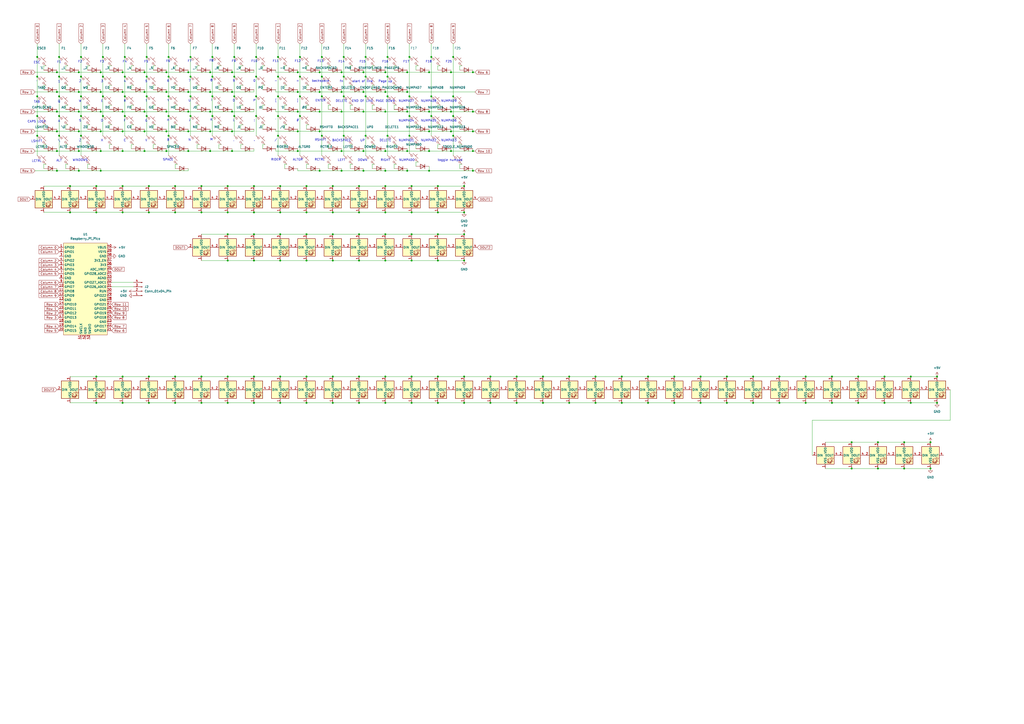
<source format=kicad_sch>
(kicad_sch (version 20231120) (generator "eeschema") (generator_version "8.0")
  (paper "A2")
  (junction (at 254 107.95))
  (junction (at 248.92 76.2))
  (junction (at 134.62 64.77))
  (junction (at 147.32 123.19))
  (junction (at 173.99 55.88))
  (junction (at 135.89 44.45))
  (junction (at 121.92 41.91))
  (junction (at 132.08 135.89))
  (junction (at 212.09 44.45))
  (junction (at 198.12 53.34))
  (junction (at 85.09 55.88))
  (junction (at 236.22 53.34))
  (junction (at 391.16 218.44))
  (junction (at 345.44 218.44))
  (junction (at 21.59 33.02))
  (junction (at 236.22 99.06))
  (junction (at 121.92 87.63))
  (junction (at 173.99 67.31))
  (junction (at 193.04 233.68))
  (junction (at 261.62 41.91))
  (junction (at 274.32 76.2))
  (junction (at 123.19 67.31))
  (junction (at 284.48 218.44))
  (junction (at 186.69 78.74))
  (junction (at 116.84 107.95))
  (junction (at 34.29 55.88))
  (junction (at 250.19 55.88))
  (junction (at 406.4 218.44))
  (junction (at 161.29 78.74))
  (junction (at 528.32 218.44))
  (junction (at 248.92 99.06))
  (junction (at 185.42 64.77))
  (junction (at 345.44 233.68))
  (junction (at 162.56 107.95))
  (junction (at 391.16 233.68))
  (junction (at 513.08 233.68))
  (junction (at 262.89 67.31))
  (junction (at 40.64 123.19))
  (junction (at 101.6 123.19))
  (junction (at 45.72 76.2))
  (junction (at 96.52 87.63))
  (junction (at 121.92 64.77))
  (junction (at 147.32 218.44))
  (junction (at 261.62 76.2))
  (junction (at 269.24 107.95))
  (junction (at 162.56 135.89))
  (junction (at 172.72 53.34))
  (junction (at 208.28 107.95))
  (junction (at 274.32 41.91))
  (junction (at 436.88 233.68))
  (junction (at 185.42 41.91))
  (junction (at 34.29 78.74))
  (junction (at 71.12 87.63))
  (junction (at 148.59 44.45))
  (junction (at 85.09 67.31))
  (junction (at 72.39 44.45))
  (junction (at 254 151.13))
  (junction (at 86.36 107.95))
  (junction (at 135.89 55.88))
  (junction (at 236.22 41.91))
  (junction (at 177.8 107.95))
  (junction (at 21.59 67.31))
  (junction (at 543.56 218.44))
  (junction (at 148.59 67.31))
  (junction (at 185.42 99.06))
  (junction (at 109.22 41.91))
  (junction (at 58.42 41.91))
  (junction (at 121.92 53.34))
  (junction (at 86.36 123.19))
  (junction (at 33.02 53.34))
  (junction (at 269.24 151.13))
  (junction (at 172.72 41.91))
  (junction (at 223.52 99.06))
  (junction (at 96.52 41.91))
  (junction (at 375.92 218.44))
  (junction (at 248.92 41.91))
  (junction (at 210.82 64.77))
  (junction (at 161.29 33.02))
  (junction (at 524.51 256.54))
  (junction (at 467.36 218.44))
  (junction (at 314.96 218.44))
  (junction (at 223.52 218.44))
  (junction (at 116.84 233.68))
  (junction (at 223.52 123.19))
  (junction (at 97.79 44.45))
  (junction (at 223.52 107.95))
  (junction (at 58.42 99.06))
  (junction (at 33.02 76.2))
  (junction (at 199.39 44.45))
  (junction (at 71.12 218.44))
  (junction (at 186.69 55.88))
  (junction (at 254 123.19))
  (junction (at 238.76 233.68))
  (junction (at 299.72 218.44))
  (junction (at 71.12 107.95))
  (junction (at 236.22 87.63))
  (junction (at 208.28 135.89))
  (junction (at 58.42 87.63))
  (junction (at 134.62 53.34))
  (junction (at 198.12 99.06))
  (junction (at 509.27 256.54))
  (junction (at 250.19 33.02))
  (junction (at 109.22 64.77))
  (junction (at 83.82 76.2))
  (junction (at 59.69 44.45))
  (junction (at 132.08 107.95))
  (junction (at 208.28 233.68))
  (junction (at 261.62 87.63))
  (junction (at 199.39 55.88))
  (junction (at 59.69 55.88))
  (junction (at 110.49 67.31))
  (junction (at 172.72 64.77))
  (junction (at 421.64 218.44))
  (junction (at 101.6 233.68))
  (junction (at 223.52 64.77))
  (junction (at 210.82 53.34))
  (junction (at 406.4 233.68))
  (junction (at 223.52 53.34))
  (junction (at 421.64 233.68))
  (junction (at 375.92 233.68))
  (junction (at 254 218.44))
  (junction (at 101.6 218.44))
  (junction (at 193.04 123.19))
  (junction (at 284.48 233.68))
  (junction (at 198.12 87.63))
  (junction (at 223.52 135.89))
  (junction (at 208.28 123.19))
  (junction (at 224.79 33.02))
  (junction (at 123.19 44.45))
  (junction (at 132.08 151.13))
  (junction (at 198.12 64.77))
  (junction (at 21.59 55.88))
  (junction (at 72.39 33.02))
  (junction (at 147.32 233.68))
  (junction (at 236.22 64.77))
  (junction (at 83.82 53.34))
  (junction (at 314.96 233.68))
  (junction (at 83.82 41.91))
  (junction (at 509.27 271.78))
  (junction (at 330.2 218.44))
  (junction (at 274.32 99.06))
  (junction (at 86.36 218.44))
  (junction (at 482.6 233.68))
  (junction (at 238.76 218.44))
  (junction (at 539.75 271.78))
  (junction (at 224.79 78.74))
  (junction (at 21.59 44.45))
  (junction (at 110.49 55.88))
  (junction (at 539.75 256.54))
  (junction (at 262.89 55.88))
  (junction (at 212.09 55.88))
  (junction (at 269.24 233.68))
  (junction (at 162.56 233.68))
  (junction (at 162.56 218.44))
  (junction (at 467.36 233.68))
  (junction (at 132.08 233.68))
  (junction (at 210.82 41.91))
  (junction (at 147.32 151.13))
  (junction (at 161.29 55.88))
  (junction (at 97.79 67.31))
  (junction (at 72.39 67.31))
  (junction (at 96.52 76.2))
  (junction (at 34.29 67.31))
  (junction (at 132.08 123.19))
  (junction (at 21.59 78.74))
  (junction (at 330.2 233.68))
  (junction (at 135.89 67.31))
  (junction (at 147.32 107.95))
  (junction (at 45.72 64.77))
  (junction (at 71.12 233.68))
  (junction (at 199.39 78.74))
  (junction (at 237.49 55.88))
  (junction (at 58.42 76.2))
  (junction (at 123.19 33.02))
  (junction (at 172.72 76.2))
  (junction (at 199.39 33.02))
  (junction (at 59.69 67.31))
  (junction (at 83.82 64.77))
  (junction (at 237.49 78.74))
  (junction (at 238.76 151.13))
  (junction (at 173.99 44.45))
  (junction (at 161.29 67.31))
  (junction (at 71.12 123.19))
  (junction (at 161.29 44.45))
  (junction (at 185.42 53.34))
  (junction (at 193.04 151.13))
  (junction (at 55.88 123.19))
  (junction (at 33.02 41.91))
  (junction (at 250.19 67.31))
  (junction (at 109.22 87.63))
  (junction (at 83.82 87.63))
  (junction (at 55.88 218.44))
  (junction (at 147.32 135.89))
  (junction (at 198.12 41.91))
  (junction (at 46.99 44.45))
  (junction (at 254 233.68))
  (junction (at 34.29 44.45))
  (junction (at 497.84 233.68))
  (junction (at 269.24 123.19))
  (junction (at 97.79 55.88))
  (junction (at 224.79 44.45))
  (junction (at 97.79 78.74))
  (junction (at 177.8 151.13))
  (junction (at 513.08 218.44))
  (junction (at 237.49 33.02))
  (junction (at 248.92 64.77))
  (junction (at 46.99 55.88))
  (junction (at 528.32 233.68))
  (junction (at 33.02 99.06))
  (junction (at 524.51 271.78))
  (junction (at 262.89 33.02))
  (junction (at 208.28 151.13))
  (junction (at 238.76 135.89))
  (junction (at 97.79 33.02))
  (junction (at 58.42 53.34))
  (junction (at 269.24 218.44))
  (junction (at 543.56 233.68))
  (junction (at 71.12 76.2))
  (junction (at 46.99 33.02))
  (junction (at 59.69 33.02))
  (junction (at 148.59 55.88))
  (junction (at 132.08 218.44))
  (junction (at 58.42 64.77))
  (junction (at 186.69 33.02))
  (junction (at 237.49 67.31))
  (junction (at 452.12 218.44))
  (junction (at 452.12 233.68))
  (junction (at 116.84 218.44))
  (junction (at 33.02 87.63))
  (junction (at 85.09 44.45))
  (junction (at 45.72 87.63))
  (junction (at 173.99 33.02))
  (junction (at 45.72 53.34))
  (junction (at 223.52 87.63))
  (junction (at 71.12 64.77))
  (junction (at 254 135.89))
  (junction (at 177.8 233.68))
  (junction (at 33.02 64.77))
  (junction (at 299.72 233.68))
  (junction (at 109.22 53.34))
  (junction (at 494.03 256.54))
  (junction (at 248.92 87.63))
  (junction (at 497.84 218.44))
  (junction (at 162.56 151.13))
  (junction (at 134.62 41.91))
  (junction (at 96.52 53.34))
  (junction (at 436.88 218.44))
  (junction (at 46.99 67.31))
  (junction (at 110.49 44.45))
  (junction (at 135.89 33.02))
  (junction (at 185.42 76.2))
  (junction (at 71.12 41.91))
  (junction (at 186.69 44.45))
  (junction (at 269.24 135.89))
  (junction (at 208.28 218.44))
  (junction (at 55.88 233.68))
  (junction (at 96.52 64.77))
  (junction (at 274.32 64.77))
  (junction (at 45.72 99.06))
  (junction (at 482.6 218.44))
  (junction (at 360.68 233.68))
  (junction (at 123.19 55.88))
  (junction (at 116.84 123.19))
  (junction (at 212.09 78.74))
  (junction (at 148.59 33.02))
  (junction (at 134.62 87.63))
  (junction (at 177.8 123.19))
  (junction (at 261.62 64.77))
  (junction (at 238.76 123.19))
  (junction (at 177.8 135.89))
  (junction (at 224.79 55.88))
  (junction (at 360.68 218.44))
  (junction (at 212.09 33.02))
  (junction (at 46.99 78.74))
  (junction (at 71.12 53.34))
  (junction (at 238.76 107.95))
  (junction (at 109.22 76.2))
  (junction (at 193.04 107.95))
  (junction (at 110.49 33.02))
  (junction (at 494.03 271.78))
  (junction (at 193.04 135.89))
  (junction (at 210.82 87.63))
  (junction (at 34.29 33.02))
  (junction (at 223.52 233.68))
  (junction (at 40.64 107.95))
  (junction (at 162.56 123.19))
  (junction (at 172.72 87.63))
  (junction (at 72.39 55.88))
  (junction (at 177.8 218.44))
  (junction (at 121.92 76.2))
  (junction (at 45.72 41.91))
  (junction (at 223.52 151.13))
  (junction (at 85.09 33.02))
  (junction (at 274.32 87.63))
  (junction (at 223.52 41.91))
  (junction (at 210.82 99.06))
  (junction (at 262.89 78.74))
  (junction (at 55.88 107.95))
  (junction (at 134.62 76.2))
  (junction (at 101.6 107.95))
  (junction (at 193.04 218.44))
  (junction (at 86.36 233.68))
  (wire (pts (xy 147.32 63.5) (xy 147.32 64.77)))
  (wire (pts (xy 25.4 107.95) (xy 40.64 107.95)))
  (wire (pts (xy 45.72 40.64) (xy 45.72 41.91)))
  (wire (pts (xy 63.5 83.82) (xy 64.77 83.82)))
  (wire (pts (xy 134.62 64.77) (xy 147.32 64.77)))
  (wire (pts (xy 177.8 151.13) (xy 193.04 151.13)))
  (wire (pts (xy 20.32 99.06) (xy 33.02 99.06)))
  (wire (pts (xy 50.8 86.36) (xy 50.8 83.82)))
  (wire (pts (xy 185.42 52.07) (xy 185.42 53.34)))
  (wire (pts (xy 134.62 86.36) (xy 134.62 87.63)))
  (wire (pts (xy 33.02 64.77) (xy 45.72 64.77)))
  (wire (pts (xy 63.5 38.1) (xy 64.77 38.1)))
  (wire (pts (xy 110.49 67.31) (xy 110.49 78.74)))
  (wire (pts (xy 76.2 40.64) (xy 76.2 38.1)))
  (wire (pts (xy 241.3 93.98) (xy 242.57 93.98)))
  (wire (pts (xy 266.7 60.96) (xy 267.97 60.96)))
  (wire (pts (xy 33.02 97.79) (xy 33.02 99.06)))
  (wire (pts (xy 199.39 33.02) (xy 199.39 44.45)))
  (wire (pts (xy 524.51 271.78) (xy 539.75 271.78)))
  (wire (pts (xy 173.99 55.88) (xy 173.99 67.31)))
  (wire (pts (xy 139.7 83.82) (xy 140.97 83.82)))
  (wire (pts (xy 50.8 97.79) (xy 50.8 95.25)))
  (wire (pts (xy 25.4 95.25) (xy 26.67 95.25)))
  (wire (pts (xy 160.02 63.5) (xy 160.02 64.77)))
  (wire (pts (xy 254 86.36) (xy 254 83.82)))
  (wire (pts (xy 59.69 55.88) (xy 59.69 67.31)))
  (wire (pts (xy 266.7 95.25) (xy 267.97 95.25)))
  (wire (pts (xy 135.89 67.31) (xy 135.89 78.74)))
  (wire (pts (xy 109.22 52.07) (xy 109.22 53.34)))
  (wire (pts (xy 262.89 55.88) (xy 262.89 67.31)))
  (wire (pts (xy 110.49 25.4) (xy 110.49 33.02)))
  (wire (pts (xy 38.1 49.53) (xy 39.37 49.53)))
  (wire (pts (xy 121.92 74.93) (xy 121.92 76.2)))
  (wire (pts (xy 299.72 233.68) (xy 314.96 233.68)))
  (wire (pts (xy 254 40.64) (xy 254 38.1)))
  (wire (pts (xy 177.8 135.89) (xy 193.04 135.89)))
  (wire (pts (xy 134.62 41.91) (xy 147.32 41.91)))
  (wire (pts (xy 162.56 151.13) (xy 177.8 151.13)))
  (wire (pts (xy 83.82 87.63) (xy 96.52 87.63)))
  (wire (pts (xy 46.99 33.02) (xy 46.99 44.45)))
  (wire (pts (xy 25.4 74.93) (xy 25.4 72.39)))
  (wire (pts (xy 497.84 218.44) (xy 513.08 218.44)))
  (wire (pts (xy 172.72 74.93) (xy 172.72 76.2)))
  (wire (pts (xy 45.72 74.93) (xy 45.72 76.2)))
  (wire (pts (xy 215.9 52.07) (xy 215.9 49.53)))
  (wire (pts (xy 172.72 99.06) (xy 185.42 99.06)))
  (wire (pts (xy 134.62 53.34) (xy 147.32 53.34)))
  (wire (pts (xy 237.49 25.4) (xy 237.49 33.02)))
  (wire (pts (xy 248.92 86.36) (xy 248.92 87.63)))
  (wire (pts (xy 88.9 38.1) (xy 90.17 38.1)))
  (wire (pts (xy 110.49 33.02) (xy 110.49 44.45)))
  (wire (pts (xy 88.9 63.5) (xy 88.9 60.96)))
  (wire (pts (xy 236.22 99.06) (xy 248.92 99.06)))
  (wire (pts (xy 101.6 95.25) (xy 102.87 95.25)))
  (wire (pts (xy 123.19 55.88) (xy 123.19 67.31)))
  (wire (pts (xy 96.52 87.63) (xy 109.22 87.63)))
  (wire (pts (xy 55.88 218.44) (xy 71.12 218.44)))
  (wire (pts (xy 96.52 52.07) (xy 96.52 53.34)))
  (wire (pts (xy 261.62 74.93) (xy 261.62 76.2)))
  (wire (pts (xy 83.82 76.2) (xy 96.52 76.2)))
  (wire (pts (xy 161.29 78.74) (xy 161.29 90.17)))
  (wire (pts (xy 436.88 233.68) (xy 452.12 233.68)))
  (wire (pts (xy 71.12 53.34) (xy 83.82 53.34)))
  (wire (pts (xy 186.69 78.74) (xy 186.69 90.17)))
  (wire (pts (xy 63.5 60.96) (xy 64.77 60.96)))
  (wire (pts (xy 147.32 123.19) (xy 162.56 123.19)))
  (wire (pts (xy 261.62 87.63) (xy 274.32 87.63)))
  (wire (pts (xy 20.32 87.63) (xy 33.02 87.63)))
  (wire (pts (xy 254 123.19) (xy 269.24 123.19)))
  (wire (pts (xy 199.39 55.88) (xy 199.39 78.74)))
  (wire (pts (xy 254 107.95) (xy 269.24 107.95)))
  (wire (pts (xy 190.5 52.07) (xy 190.5 49.53)))
  (wire (pts (xy 83.82 64.77) (xy 96.52 64.77)))
  (wire (pts (xy 25.4 72.39) (xy 26.67 72.39)))
  (wire (pts (xy 101.6 218.44) (xy 116.84 218.44)))
  (wire (pts (xy 203.2 86.36) (xy 203.2 83.82)))
  (wire (pts (xy 121.92 87.63) (xy 134.62 87.63)))
  (wire (pts (xy 528.32 233.68) (xy 543.56 233.68)))
  (wire (pts (xy 274.32 40.64) (xy 274.32 41.91)))
  (wire (pts (xy 266.7 86.36) (xy 266.7 83.82)))
  (wire (pts (xy 71.12 86.36) (xy 71.12 87.63)))
  (wire (pts (xy 198.12 40.64) (xy 198.12 41.91)))
  (wire (pts (xy 20.32 76.2) (xy 33.02 76.2)))
  (wire (pts (xy 135.89 55.88) (xy 135.89 67.31)))
  (wire (pts (xy 210.82 63.5) (xy 210.82 64.77)))
  (wire (pts (xy 165.1 72.39) (xy 166.37 72.39)))
  (wire (pts (xy 215.9 63.5) (xy 215.9 60.96)))
  (wire (pts (xy 63.5 63.5) (xy 63.5 60.96)))
  (wire (pts (xy 123.19 67.31) (xy 123.19 78.74)))
  (wire (pts (xy 165.1 83.82) (xy 166.37 83.82)))
  (wire (pts (xy 241.3 60.96) (xy 242.57 60.96)))
  (wire (pts (xy 160.02 52.07) (xy 160.02 53.34)))
  (wire (pts (xy 223.52 64.77) (xy 236.22 64.77)))
  (wire (pts (xy 208.28 135.89) (xy 223.52 135.89)))
  (wire (pts (xy 391.16 233.68) (xy 406.4 233.68)))
  (wire (pts (xy 210.82 53.34) (xy 223.52 53.34)))
  (wire (pts (xy 193.04 151.13) (xy 208.28 151.13)))
  (wire (pts (xy 58.42 64.77) (xy 71.12 64.77)))
  (wire (pts (xy 185.42 99.06) (xy 198.12 99.06)))
  (wire (pts (xy 134.62 74.93) (xy 134.62 76.2)))
  (wire (pts (xy 177.8 40.64) (xy 177.8 38.1)))
  (wire (pts (xy 123.19 25.4) (xy 123.19 33.02)))
  (wire (pts (xy 193.04 218.44) (xy 208.28 218.44)))
  (wire (pts (xy 172.72 86.36) (xy 172.72 87.63)))
  (wire (pts (xy 173.99 33.02) (xy 173.99 44.45)))
  (wire (pts (xy 109.22 64.77) (xy 121.92 64.77)))
  (wire (pts (xy 172.72 97.79) (xy 172.72 99.06)))
  (wire (pts (xy 208.28 107.95) (xy 223.52 107.95)))
  (wire (pts (xy 177.8 74.93) (xy 177.8 72.39)))
  (wire (pts (xy 139.7 72.39) (xy 140.97 72.39)))
  (wire (pts (xy 165.1 38.1) (xy 166.37 38.1)))
  (wire (pts (xy 208.28 123.19) (xy 223.52 123.19)))
  (wire (pts (xy 261.62 86.36) (xy 261.62 87.63)))
  (wire (pts (xy 203.2 52.07) (xy 203.2 49.53)))
  (wire (pts (xy 21.59 33.02) (xy 21.59 44.45)))
  (wire (pts (xy 134.62 76.2) (xy 147.32 76.2)))
  (wire (pts (xy 203.2 49.53) (xy 204.47 49.53)))
  (wire (pts (xy 116.84 135.89) (xy 132.08 135.89)))
  (wire (pts (xy 406.4 218.44) (xy 421.64 218.44)))
  (wire (pts (xy 147.32 107.95) (xy 162.56 107.95)))
  (wire (pts (xy 96.52 40.64) (xy 96.52 41.91)))
  (wire (pts (xy 33.02 87.63) (xy 45.72 87.63)))
  (wire (pts (xy 248.92 63.5) (xy 248.92 64.77)))
  (wire (pts (xy 482.6 233.68) (xy 497.84 233.68)))
  (wire (pts (xy 494.03 271.78) (xy 509.27 271.78)))
  (wire (pts (xy 101.6 38.1) (xy 102.87 38.1)))
  (wire (pts (xy 152.4 63.5) (xy 152.4 60.96)))
  (wire (pts (xy 215.9 40.64) (xy 215.9 38.1)))
  (wire (pts (xy 83.82 63.5) (xy 83.82 64.77)))
  (wire (pts (xy 248.92 64.77) (xy 261.62 64.77)))
  (wire (pts (xy 241.3 40.64) (xy 241.3 38.1)))
  (wire (pts (xy 203.2 83.82) (xy 204.47 83.82)))
  (wire (pts (xy 162.56 135.89) (xy 177.8 135.89)))
  (wire (pts (xy 50.8 95.25) (xy 52.07 95.25)))
  (wire (pts (xy 58.42 74.93) (xy 58.42 76.2)))
  (wire (pts (xy 185.42 63.5) (xy 185.42 64.77)))
  (wire (pts (xy 34.29 78.74) (xy 34.29 90.17)))
  (wire (pts (xy 38.1 83.82) (xy 39.37 83.82)))
  (wire (pts (xy 228.6 83.82) (xy 229.87 83.82)))
  (wire (pts (xy 269.24 233.68) (xy 284.48 233.68)))
  (wire (pts (xy 478.79 271.78) (xy 494.03 271.78)))
  (wire (pts (xy 110.49 44.45) (xy 110.49 55.88)))
  (wire (pts (xy 127 60.96) (xy 128.27 60.96)))
  (wire (pts (xy 190.5 97.79) (xy 190.5 95.25)))
  (wire (pts (xy 177.8 52.07) (xy 177.8 49.53)))
  (wire (pts (xy 25.4 52.07) (xy 25.4 49.53)))
  (wire (pts (xy 97.79 25.4) (xy 97.79 33.02)))
  (wire (pts (xy 274.32 76.2) (xy 275.59 76.2)))
  (wire (pts (xy 55.88 233.68) (xy 71.12 233.68)))
  (wire (pts (xy 238.76 218.44) (xy 254 218.44)))
  (wire (pts (xy 224.79 44.45) (xy 224.79 55.88)))
  (wire (pts (xy 71.12 87.63) (xy 83.82 87.63)))
  (wire (pts (xy 421.64 233.68) (xy 436.88 233.68)))
  (wire (pts (xy 76.2 72.39) (xy 77.47 72.39)))
  (wire (pts (xy 238.76 135.89) (xy 254 135.89)))
  (wire (pts (xy 224.79 33.02) (xy 224.79 44.45)))
  (wire (pts (xy 237.49 33.02) (xy 237.49 55.88)))
  (wire (pts (xy 38.1 60.96) (xy 39.37 60.96)))
  (wire (pts (xy 238.76 151.13) (xy 254 151.13)))
  (wire (pts (xy 45.72 86.36) (xy 45.72 87.63)))
  (wire (pts (xy 33.02 41.91) (xy 45.72 41.91)))
  (wire (pts (xy 266.7 72.39) (xy 267.97 72.39)))
  (wire (pts (xy 471.17 243.84) (xy 471.17 264.16)))
  (wire (pts (xy 88.9 60.96) (xy 90.17 60.96)))
  (wire (pts (xy 114.3 60.96) (xy 115.57 60.96)))
  (wire (pts (xy 185.42 53.34) (xy 198.12 53.34)))
  (wire (pts (xy 172.72 41.91) (xy 185.42 41.91)))
  (wire (pts (xy 193.04 107.95) (xy 208.28 107.95)))
  (wire (pts (xy 55.88 107.95) (xy 71.12 107.95)))
  (wire (pts (xy 85.09 55.88) (xy 85.09 67.31)))
  (wire (pts (xy 59.69 44.45) (xy 59.69 55.88)))
  (wire (pts (xy 83.82 40.64) (xy 83.82 41.91)))
  (wire (pts (xy 58.42 41.91) (xy 71.12 41.91)))
  (wire (pts (xy 160.02 53.34) (xy 172.72 53.34)))
  (wire (pts (xy 116.84 233.68) (xy 132.08 233.68)))
  (wire (pts (xy 482.6 218.44) (xy 497.84 218.44)))
  (wire (pts (xy 248.92 96.52) (xy 248.92 99.06)))
  (wire (pts (xy 58.42 76.2) (xy 71.12 76.2)))
  (wire (pts (xy 238.76 233.68) (xy 254 233.68)))
  (wire (pts (xy 85.09 44.45) (xy 85.09 55.88)))
  (wire (pts (xy 193.04 123.19) (xy 208.28 123.19)))
  (wire (pts (xy 190.5 38.1) (xy 191.77 38.1)))
  (wire (pts (xy 237.49 55.88) (xy 237.49 67.31)))
  (wire (pts (xy 76.2 74.93) (xy 76.2 72.39)))
  (wire (pts (xy 198.12 97.79) (xy 198.12 99.06)))
  (wire (pts (xy 72.39 44.45) (xy 72.39 55.88)))
  (wire (pts (xy 45.72 99.06) (xy 58.42 99.06)))
  (wire (pts (xy 45.72 63.5) (xy 45.72 64.77)))
  (wire (pts (xy 528.32 218.44) (xy 543.56 218.44)))
  (wire (pts (xy 177.8 218.44) (xy 193.04 218.44)))
  (wire (pts (xy 212.09 55.88) (xy 212.09 78.74)))
  (wire (pts (xy 139.7 86.36) (xy 139.7 83.82)))
  (wire (pts (xy 50.8 63.5) (xy 50.8 60.96)))
  (wire (pts (xy 20.32 41.91) (xy 33.02 41.91)))
  (wire (pts (xy 467.36 233.68) (xy 482.6 233.68)))
  (wire (pts (xy 25.4 38.1) (xy 26.67 38.1)))
  (wire (pts (xy 148.59 33.02) (xy 148.59 44.45)))
  (wire (pts (xy 58.42 97.79) (xy 58.42 99.06)))
  (wire (pts (xy 127 49.53) (xy 128.27 49.53)))
  (wire (pts (xy 165.1 40.64) (xy 165.1 38.1)))
  (wire (pts (xy 160.02 40.64) (xy 160.02 41.91)))
  (wire (pts (xy 88.9 74.93) (xy 88.9 72.39)))
  (wire (pts (xy 96.52 64.77) (xy 109.22 64.77)))
  (wire (pts (xy 152.4 40.64) (xy 152.4 38.1)))
  (wire (pts (xy 20.32 64.77) (xy 33.02 64.77)))
  (wire (pts (xy 274.32 64.77) (xy 275.59 64.77)))
  (wire (pts (xy 228.6 63.5) (xy 228.6 60.96)))
  (wire (pts (xy 96.52 53.34) (xy 109.22 53.34)))
  (wire (pts (xy 215.9 83.82) (xy 217.17 83.82)))
  (wire (pts (xy 223.52 135.89) (xy 238.76 135.89)))
  (wire (pts (xy 274.32 63.5) (xy 274.32 64.77)))
  (wire (pts (xy 38.1 52.07) (xy 38.1 49.53)))
  (wire (pts (xy 210.82 86.36) (xy 210.82 87.63)))
  (wire (pts (xy 85.09 67.31) (xy 85.09 78.74)))
  (wire (pts (xy 135.89 44.45) (xy 135.89 55.88)))
  (wire (pts (xy 86.36 107.95) (xy 101.6 107.95)))
  (wire (pts (xy 38.1 40.64) (xy 38.1 38.1)))
  (wire (pts (xy 185.42 76.2) (xy 248.92 76.2)))
  (wire (pts (xy 148.59 55.88) (xy 148.59 67.31)))
  (wire (pts (xy 46.99 78.74) (xy 46.99 90.17)))
  (wire (pts (xy 452.12 233.68) (xy 467.36 233.68)))
  (wire (pts (xy 254 233.68) (xy 269.24 233.68)))
  (wire (pts (xy 254 218.44) (xy 269.24 218.44)))
  (wire (pts (xy 212.09 44.45) (xy 212.09 55.88)))
  (wire (pts (xy 33.02 76.2) (xy 45.72 76.2)))
  (wire (pts (xy 345.44 233.68) (xy 360.68 233.68)))
  (wire (pts (xy 524.51 256.54) (xy 539.75 256.54)))
  (wire (pts (xy 165.1 97.79) (xy 165.1 95.25)))
  (wire (pts (xy 238.76 107.95) (xy 254 107.95)))
  (wire (pts (xy 101.6 40.64) (xy 101.6 38.1)))
  (wire (pts (xy 236.22 63.5) (xy 236.22 64.77)))
  (wire (pts (xy 228.6 49.53) (xy 229.87 49.53)))
  (wire (pts (xy 88.9 52.07) (xy 88.9 49.53)))
  (wire (pts (xy 161.29 33.02) (xy 161.29 44.45)))
  (wire (pts (xy 101.6 233.68) (xy 116.84 233.68)))
  (wire (pts (xy 215.9 86.36) (xy 215.9 83.82)))
  (wire (pts (xy 116.84 218.44) (xy 132.08 218.44)))
  (wire (pts (xy 236.22 86.36) (xy 236.22 87.63)))
  (wire (pts (xy 185.42 40.64) (xy 185.42 41.91)))
  (wire (pts (xy 40.64 218.44) (xy 55.88 218.44)))
  (wire (pts (xy 228.6 86.36) (xy 228.6 83.82)))
  (wire (pts (xy 261.62 40.64) (xy 261.62 41.91)))
  (wire (pts (xy 254 135.89) (xy 269.24 135.89)))
  (wire (pts (xy 46.99 25.4) (xy 46.99 33.02)))
  (wire (pts (xy 147.32 218.44) (xy 162.56 218.44)))
  (wire (pts (xy 86.36 233.68) (xy 101.6 233.68)))
  (wire (pts (xy 33.02 52.07) (xy 33.02 53.34)))
  (wire (pts (xy 71.12 74.93) (xy 71.12 76.2)))
  (wire (pts (xy 97.79 44.45) (xy 97.79 55.88)))
  (wire (pts (xy 101.6 86.36) (xy 101.6 83.82)))
  (wire (pts (xy 173.99 25.4) (xy 173.99 33.02)))
  (wire (pts (xy 266.7 38.1) (xy 267.97 38.1)))
  (wire (pts (xy 71.12 64.77) (xy 83.82 64.77)))
  (wire (pts (xy 551.18 243.84) (xy 471.17 243.84)))
  (wire (pts (xy 198.12 87.63) (xy 210.82 87.63)))
  (wire (pts (xy 34.29 55.88) (xy 34.29 67.31)))
  (wire (pts (xy 114.3 72.39) (xy 115.57 72.39)))
  (wire (pts (xy 210.82 97.79) (xy 210.82 99.06)))
  (wire (pts (xy 165.1 52.07) (xy 165.1 49.53)))
  (wire (pts (xy 101.6 123.19) (xy 116.84 123.19)))
  (wire (pts (xy 223.52 99.06) (xy 236.22 99.06)))
  (wire (pts (xy 190.5 95.25) (xy 191.77 95.25)))
  (wire (pts (xy 254 83.82) (xy 255.27 83.82)))
  (wire (pts (xy 452.12 218.44) (xy 467.36 218.44)))
  (wire (pts (xy 152.4 49.53) (xy 153.67 49.53)))
  (wire (pts (xy 97.79 67.31) (xy 97.79 78.74)))
  (wire (pts (xy 71.12 218.44) (xy 86.36 218.44)))
  (wire (pts (xy 160.02 74.93) (xy 160.02 76.2)))
  (wire (pts (xy 177.8 95.25) (xy 179.07 95.25)))
  (wire (pts (xy 127 83.82) (xy 128.27 83.82)))
  (wire (pts (xy 147.32 233.68) (xy 162.56 233.68)))
  (wire (pts (xy 223.52 123.19) (xy 238.76 123.19)))
  (wire (pts (xy 198.12 41.91) (xy 210.82 41.91)))
  (wire (pts (xy 274.32 86.36) (xy 274.32 87.63)))
  (wire (pts (xy 45.72 97.79) (xy 45.72 99.06)))
  (wire (pts (xy 177.8 38.1) (xy 179.07 38.1)))
  (wire (pts (xy 208.28 218.44) (xy 223.52 218.44)))
  (wire (pts (xy 228.6 95.25) (xy 229.87 95.25)))
  (wire (pts (xy 33.02 63.5) (xy 33.02 64.77)))
  (wire (pts (xy 198.12 86.36) (xy 198.12 87.63)))
  (wire (pts (xy 25.4 123.19) (xy 40.64 123.19)))
  (wire (pts (xy 237.49 78.74) (xy 237.49 88.9)))
  (wire (pts (xy 228.6 52.07) (xy 228.6 49.53)))
  (wire (pts (xy 266.7 40.64) (xy 266.7 38.1)))
  (wire (pts (xy 198.12 64.77) (xy 210.82 64.77)))
  (wire (pts (xy 83.82 52.07) (xy 83.82 53.34)))
  (wire (pts (xy 40.64 107.95) (xy 55.88 107.95)))
  (wire (pts (xy 96.52 86.36) (xy 96.52 87.63)))
  (wire (pts (xy 250.19 67.31) (xy 250.19 78.74)))
  (wire (pts (xy 203.2 38.1) (xy 204.47 38.1)))
  (wire (pts (xy 21.59 67.31) (xy 21.59 78.74)))
  (wire (pts (xy 250.19 33.02) (xy 250.19 55.88)))
  (wire (pts (xy 38.1 74.93) (xy 38.1 72.39)))
  (wire (pts (xy 236.22 52.07) (xy 236.22 53.34)))
  (wire (pts (xy 134.62 63.5) (xy 134.62 64.77)))
  (wire (pts (xy 177.8 72.39) (xy 179.07 72.39)))
  (wire (pts (xy 116.84 151.13) (xy 132.08 151.13)))
  (wire (pts (xy 190.5 60.96) (xy 191.77 60.96)))
  (wire (pts (xy 101.6 72.39) (xy 102.87 72.39)))
  (wire (pts (xy 63.5 49.53) (xy 64.77 49.53)))
  (wire (pts (xy 254 72.39) (xy 255.27 72.39)))
  (wire (pts (xy 152.4 86.36) (xy 152.4 83.82)))
  (wire (pts (xy 46.99 55.88) (xy 46.99 67.31)))
  (wire (pts (xy 21.59 25.4) (xy 21.59 33.02)))
  (wire (pts (xy 212.09 33.02) (xy 212.09 44.45)))
  (wire (pts (xy 223.52 87.63) (xy 236.22 87.63)))
  (wire (pts (xy 198.12 52.07) (xy 198.12 53.34)))
  (wire (pts (xy 123.19 44.45) (xy 123.19 55.88)))
  (wire (pts (xy 509.27 256.54) (xy 524.51 256.54)))
  (wire (pts (xy 421.64 218.44) (xy 436.88 218.44)))
  (wire (pts (xy 261.62 76.2) (xy 274.32 76.2)))
  (wire (pts (xy 274.32 97.79) (xy 274.32 99.06)))
  (wire (pts (xy 33.02 99.06) (xy 45.72 99.06)))
  (wire (pts (xy 127 86.36) (xy 127 83.82)))
  (wire (pts (xy 110.49 55.88) (xy 110.49 67.31)))
  (wire (pts (xy 63.5 72.39) (xy 64.77 72.39)))
  (wire (pts (xy 88.9 49.53) (xy 90.17 49.53)))
  (wire (pts (xy 172.72 76.2) (xy 185.42 76.2)))
  (wire (pts (xy 165.1 49.53) (xy 166.37 49.53)))
  (wire (pts (xy 236.22 41.91) (xy 248.92 41.91)))
  (wire (pts (xy 148.59 67.31) (xy 148.59 78.74)))
  (wire (pts (xy 38.1 38.1) (xy 39.37 38.1)))
  (wire (pts (xy 190.5 49.53) (xy 191.77 49.53)))
  (wire (pts (xy 177.8 49.53) (xy 179.07 49.53)))
  (wire (pts (xy 58.42 86.36) (xy 58.42 87.63)))
  (wire (pts (xy 223.52 151.13) (xy 238.76 151.13)))
  (wire (pts (xy 238.76 123.19) (xy 254 123.19)))
  (wire (pts (xy 38.1 95.25) (xy 39.37 95.25)))
  (wire (pts (xy 148.59 25.4) (xy 148.59 33.02)))
  (wire (pts (xy 513.08 233.68) (xy 528.32 233.68)))
  (wire (pts (xy 228.6 97.79) (xy 228.6 95.25)))
  (wire (pts (xy 161.29 44.45) (xy 161.29 55.88)))
  (wire (pts (xy 139.7 60.96) (xy 140.97 60.96)))
  (wire (pts (xy 34.29 33.02) (xy 34.29 44.45)))
  (wire (pts (xy 88.9 83.82) (xy 90.17 83.82)))
  (wire (pts (xy 76.2 83.82) (xy 77.47 83.82)))
  (wire (pts (xy 45.72 41.91) (xy 58.42 41.91)))
  (wire (pts (xy 436.88 218.44) (xy 452.12 218.44)))
  (wire (pts (xy 114.3 83.82) (xy 115.57 83.82)))
  (wire (pts (xy 114.3 74.93) (xy 114.3 72.39)))
  (wire (pts (xy 83.82 74.93) (xy 83.82 76.2)))
  (wire (pts (xy 177.8 60.96) (xy 179.07 60.96)))
  (wire (pts (xy 25.4 83.82) (xy 26.67 83.82)))
  (wire (pts (xy 248.92 87.63) (xy 261.62 87.63)))
  (wire (pts (xy 121.92 64.77) (xy 134.62 64.77)))
  (wire (pts (xy 25.4 97.79) (xy 25.4 95.25)))
  (wire (pts (xy 132.08 218.44) (xy 147.32 218.44)))
  (wire (pts (xy 132.08 123.19) (xy 147.32 123.19)))
  (wire (pts (xy 193.04 233.68) (xy 208.28 233.68)))
  (wire (pts (xy 274.32 74.93) (xy 274.32 76.2)))
  (wire (pts (xy 160.02 64.77) (xy 172.72 64.77)))
  (wire (pts (xy 147.32 86.36) (xy 147.32 87.63)))
  (wire (pts (xy 33.02 53.34) (xy 45.72 53.34)))
  (wire (pts (xy 173.99 67.31) (xy 173.99 90.17)))
  (wire (pts (xy 185.42 74.93) (xy 185.42 76.2)))
  (wire (pts (xy 45.72 53.34) (xy 58.42 53.34)))
  (wire (pts (xy 97.79 78.74) (xy 97.79 90.17)))
  (wire (pts (xy 551.18 226.06) (xy 551.18 243.84)))
  (wire (pts (xy 262.89 33.02) (xy 262.89 55.88)))
  (wire (pts (xy 177.8 233.68) (xy 193.04 233.68)))
  (wire (pts (xy 83.82 41.91) (xy 96.52 41.91)))
  (wire (pts (xy 101.6 60.96) (xy 102.87 60.96)))
  (wire (pts (xy 212.09 78.74) (xy 212.09 90.17)))
  (wire (pts (xy 223.52 86.36) (xy 223.52 87.63)))
  (wire (pts (xy 162.56 218.44) (xy 177.8 218.44)))
  (wire (pts (xy 72.39 67.31) (xy 72.39 78.74)))
  (wire (pts (xy 114.3 52.07) (xy 114.3 49.53)))
  (wire (pts (xy 236.22 53.34) (xy 275.59 53.34)))
  (wire (pts (xy 186.69 25.4) (xy 186.69 33.02)))
  (wire (pts (xy 210.82 99.06) (xy 223.52 99.06)))
  (wire (pts (xy 172.72 63.5) (xy 172.72 64.77)))
  (wire (pts (xy 241.3 38.1) (xy 242.57 38.1)))
  (wire (pts (xy 132.08 233.68) (xy 147.32 233.68)))
  (wire (pts (xy 97.79 55.88) (xy 97.79 67.31)))
  (wire (pts (xy 135.89 33.02) (xy 135.89 44.45)))
  (wire (pts (xy 132.08 151.13) (xy 147.32 151.13)))
  (wire (pts (xy 262.89 78.74) (xy 262.89 90.17)))
  (wire (pts (xy 172.72 52.07) (xy 172.72 53.34)))
  (wire (pts (xy 241.3 72.39) (xy 242.57 72.39)))
  (wire (pts (xy 63.5 52.07) (xy 63.5 49.53)))
  (wire (pts (xy 248.92 76.2) (xy 261.62 76.2)))
  (wire (pts (xy 199.39 25.4) (xy 199.39 33.02)))
  (wire (pts (xy 152.4 38.1) (xy 153.67 38.1)))
  (wire (pts (xy 254 74.93) (xy 254 72.39)))
  (wire (pts (xy 127 52.07) (xy 127 49.53)))
  (wire (pts (xy 223.52 233.68) (xy 238.76 233.68)))
  (wire (pts (xy 152.4 74.93) (xy 152.4 72.39)))
  (wire (pts (xy 152.4 60.96) (xy 153.67 60.96)))
  (wire (pts (xy 38.1 97.79) (xy 38.1 95.25)))
  (wire (pts (xy 147.32 52.07) (xy 147.32 53.34)))
  (wire (pts (xy 160.02 86.36) (xy 160.02 87.63)))
  (wire (pts (xy 50.8 60.96) (xy 52.07 60.96)))
  (wire (pts (xy 96.52 74.93) (xy 96.52 76.2)))
  (wire (pts (xy 177.8 107.95) (xy 193.04 107.95)))
  (wire (pts (xy 190.5 63.5) (xy 190.5 60.96)))
  (wire (pts (xy 160.02 41.91) (xy 172.72 41.91)))
  (wire (pts (xy 177.8 123.19) (xy 193.04 123.19)))
  (wire (pts (xy 147.32 40.64) (xy 147.32 41.91)))
  (wire (pts (xy 274.32 41.91) (xy 275.59 41.91)))
  (wire (pts (xy 64.77 166.37) (xy 77.47 166.37)))
  (wire (pts (xy 97.79 33.02) (xy 97.79 44.45)))
  (wire (pts (xy 360.68 233.68) (xy 375.92 233.68)))
  (wire (pts (xy 152.4 52.07) (xy 152.4 49.53)))
  (wire (pts (xy 59.69 25.4) (xy 59.69 33.02)))
  (wire (pts (xy 45.72 76.2) (xy 58.42 76.2)))
  (wire (pts (xy 25.4 63.5) (xy 25.4 60.96)))
  (wire (pts (xy 71.12 123.19) (xy 86.36 123.19)))
  (wire (pts (xy 177.8 97.79) (xy 177.8 95.25)))
  (wire (pts (xy 215.9 49.53) (xy 217.17 49.53)))
  (wire (pts (xy 478.79 256.54) (xy 494.03 256.54)))
  (wire (pts (xy 58.42 53.34) (xy 71.12 53.34)))
  (wire (pts (xy 161.29 67.31) (xy 161.29 78.74)))
  (wire (pts (xy 185.42 64.77) (xy 198.12 64.77)))
  (wire (pts (xy 83.82 53.34) (xy 96.52 53.34)))
  (wire (pts (xy 139.7 38.1) (xy 140.97 38.1)))
  (wire (pts (xy 50.8 40.64) (xy 50.8 38.1)))
  (wire (pts (xy 139.7 63.5) (xy 139.7 60.96)))
  (wire (pts (xy 165.1 60.96) (xy 166.37 60.96)))
  (wire (pts (xy 85.09 33.02) (xy 85.09 44.45)))
  (wire (pts (xy 248.92 74.93) (xy 248.92 76.2)))
  (wire (pts (xy 114.3 63.5) (xy 114.3 60.96)))
  (wire (pts (xy 58.42 87.63) (xy 71.12 87.63)))
  (wire (pts (xy 50.8 52.07) (xy 50.8 49.53)))
  (wire (pts (xy 261.62 64.77) (xy 274.32 64.77)))
  (wire (pts (xy 101.6 49.53) (xy 102.87 49.53)))
  (wire (pts (xy 160.02 76.2) (xy 172.72 76.2)))
  (wire (pts (xy 266.7 83.82) (xy 267.97 83.82)))
  (wire (pts (xy 50.8 83.82) (xy 52.07 83.82)))
  (wire (pts (xy 25.4 40.64) (xy 25.4 38.1)))
  (wire (pts (xy 391.16 218.44) (xy 406.4 218.44)))
  (wire (pts (xy 509.27 271.78) (xy 524.51 271.78)))
  (wire (pts (xy 254 38.1) (xy 255.27 38.1)))
  (wire (pts (xy 223.52 41.91) (xy 236.22 41.91)))
  (wire (pts (xy 208.28 151.13) (xy 223.52 151.13)))
  (wire (pts (xy 38.1 63.5) (xy 38.1 60.96)))
  (wire (pts (xy 139.7 49.53) (xy 140.97 49.53)))
  (wire (pts (xy 162.56 233.68) (xy 177.8 233.68)))
  (wire (pts (xy 134.62 87.63) (xy 147.32 87.63)))
  (wire (pts (xy 71.12 107.95) (xy 86.36 107.95)))
  (wire (pts (xy 224.79 55.88) (xy 224.79 78.74)))
  (wire (pts (xy 223.52 52.07) (xy 223.52 53.34)))
  (wire (pts (xy 254 63.5) (xy 254 60.96)))
  (wire (pts (xy 132.08 107.95) (xy 147.32 107.95)))
  (wire (pts (xy 203.2 63.5) (xy 203.2 60.96)))
  (wire (pts (xy 299.72 218.44) (xy 314.96 218.44)))
  (wire (pts (xy 127 40.64) (xy 127 38.1)))
  (wire (pts (xy 262.89 67.31) (xy 262.89 78.74)))
  (wire (pts (xy 86.36 218.44) (xy 101.6 218.44)))
  (wire (pts (xy 210.82 64.77) (xy 223.52 64.77)))
  (wire (pts (xy 25.4 86.36) (xy 25.4 83.82)))
  (wire (pts (xy 123.19 33.02) (xy 123.19 44.45)))
  (wire (pts (xy 88.9 40.64) (xy 88.9 38.1)))
  (wire (pts (xy 33.02 86.36) (xy 33.02 87.63)))
  (wire (pts (xy 20.32 53.34) (xy 33.02 53.34)))
  (wire (pts (xy 185.42 97.79) (xy 185.42 99.06)))
  (wire (pts (xy 21.59 55.88) (xy 21.59 67.31)))
  (wire (pts (xy 186.69 33.02) (xy 186.69 44.45)))
  (wire (pts (xy 71.12 52.07) (xy 71.12 53.34)))
  (wire (pts (xy 83.82 86.36) (xy 83.82 87.63)))
  (wire (pts (xy 25.4 60.96) (xy 26.67 60.96)))
  (wire (pts (xy 50.8 49.53) (xy 52.07 49.53)))
  (wire (pts (xy 101.6 97.79) (xy 101.6 95.25)))
  (wire (pts (xy 45.72 64.77) (xy 58.42 64.77)))
  (wire (pts (xy 330.2 218.44) (xy 345.44 218.44)))
  (wire (pts (xy 228.6 60.96) (xy 229.87 60.96)))
  (wire (pts (xy 228.6 40.64) (xy 228.6 38.1)))
  (wire (pts (xy 85.09 25.4) (xy 85.09 33.02)))
  (wire (pts (xy 109.22 53.34) (xy 121.92 53.34)))
  (wire (pts (xy 88.9 72.39) (xy 90.17 72.39)))
  (wire (pts (xy 241.3 86.36) (xy 241.3 83.82)))
  (wire (pts (xy 266.7 74.93) (xy 266.7 72.39)))
  (wire (pts (xy 134.62 52.07) (xy 134.62 53.34)))
  (wire (pts (xy 76.2 38.1) (xy 77.47 38.1)))
  (wire (pts (xy 34.29 44.45) (xy 34.29 55.88)))
  (wire (pts (xy 96.52 76.2) (xy 109.22 76.2)))
  (wire (pts (xy 127 72.39) (xy 128.27 72.39)))
  (wire (pts (xy 109.22 63.5) (xy 109.22 64.77)))
  (wire (pts (xy 34.29 25.4) (xy 34.29 33.02)))
  (wire (pts (xy 147.32 74.93) (xy 147.32 76.2)))
  (wire (pts (xy 223.52 63.5) (xy 223.52 64.77)))
  (wire (pts (xy 198.12 63.5) (xy 198.12 64.77)))
  (wire (pts (xy 134.62 40.64) (xy 134.62 41.91)))
  (wire (pts (xy 172.72 87.63) (xy 198.12 87.63)))
  (wire (pts (xy 109.22 74.93) (xy 109.22 76.2)))
  (wire (pts (xy 237.49 67.31) (xy 237.49 78.74)))
  (wire (pts (xy 121.92 41.91) (xy 134.62 41.91)))
  (wire (pts (xy 261.62 41.91) (xy 274.32 41.91)))
  (wire (pts (xy 109.22 86.36) (xy 109.22 87.63)))
  (wire (pts (xy 58.42 99.06) (xy 109.22 99.06)))
  (wire (pts (xy 494.03 256.54) (xy 509.27 256.54)))
  (wire (pts (xy 64.77 163.83) (xy 77.47 163.83)))
  (wire (pts (xy 274.32 87.63) (xy 275.59 87.63)))
  (wire (pts (xy 406.4 233.68) (xy 421.64 233.68)))
  (wire (pts (xy 203.2 60.96) (xy 204.47 60.96)))
  (wire (pts (xy 190.5 83.82) (xy 191.77 83.82)))
  (wire (pts (xy 127 74.93) (xy 127 72.39)))
  (wire (pts (xy 284.48 218.44) (xy 299.72 218.44)))
  (wire (pts (xy 116.84 107.95) (xy 132.08 107.95)))
  (wire (pts (xy 121.92 76.2) (xy 134.62 76.2)))
  (wire (pts (xy 236.22 40.64) (xy 236.22 41.91)))
  (wire (pts (xy 76.2 86.36) (xy 76.2 83.82)))
  (wire (pts (xy 330.2 233.68) (xy 345.44 233.68)))
  (wire (pts (xy 58.42 40.64) (xy 58.42 41.91)))
  (wire (pts (xy 139.7 74.93) (xy 139.7 72.39)))
  (wire (pts (xy 250.19 55.88) (xy 250.19 67.31)))
  (wire (pts (xy 101.6 63.5) (xy 101.6 60.96)))
  (wire (pts (xy 86.36 123.19) (xy 101.6 123.19)))
  (wire (pts (xy 21.59 44.45) (xy 21.59 55.88)))
  (wire (pts (xy 33.02 40.64) (xy 33.02 41.91)))
  (wire (pts (xy 254 151.13) (xy 269.24 151.13)))
  (wire (pts (xy 71.12 233.68) (xy 86.36 233.68)))
  (wire (pts (xy 375.92 218.44) (xy 391.16 218.44)))
  (wire (pts (xy 121.92 52.07) (xy 121.92 53.34)))
  (wire (pts (xy 101.6 107.95) (xy 116.84 107.95)))
  (wire (pts (xy 63.5 74.93) (xy 63.5 72.39)))
  (wire (pts (xy 198.12 53.34) (xy 210.82 53.34)))
  (wire (pts (xy 132.08 135.89) (xy 147.32 135.89)))
  (wire (pts (xy 147.32 135.89) (xy 162.56 135.89)))
  (wire (pts (xy 248.92 99.06) (xy 274.32 99.06)))
  (wire (pts (xy 72.39 25.4) (xy 72.39 33.02)))
  (wire (pts (xy 262.89 25.4) (xy 262.89 33.02)))
  (wire (pts (xy 161.29 25.4) (xy 161.29 33.02)))
  (wire (pts (xy 148.59 44.45) (xy 148.59 55.88)))
  (wire (pts (xy 45.72 87.63) (xy 58.42 87.63)))
  (wire (pts (xy 34.29 67.31) (xy 34.29 78.74)))
  (wire (pts (xy 71.12 41.91) (xy 83.82 41.91)))
  (wire (pts (xy 185.42 41.91) (xy 198.12 41.91)))
  (wire (pts (xy 172.72 64.77) (xy 185.42 64.77)))
  (wire (pts (xy 254 60.96) (xy 255.27 60.96)))
  (wire (pts (xy 121.92 40.64) (xy 121.92 41.91)))
  (wire (pts (xy 114.3 49.53) (xy 115.57 49.53)))
  (wire (pts (xy 72.39 33.02) (xy 72.39 44.45)))
  (wire (pts (xy 224.79 25.4) (xy 224.79 33.02)))
  (wire (pts (xy 210.82 52.07) (xy 210.82 53.34)))
  (wire (pts (xy 76.2 49.53) (xy 77.47 49.53)))
  (wire (pts (xy 210.82 41.91) (xy 223.52 41.91)))
  (wire (pts (xy 375.92 233.68) (xy 391.16 233.68)))
  (wire (pts (xy 248.92 41.91) (xy 261.62 41.91)))
  (wire (pts (xy 236.22 97.79) (xy 236.22 99.06)))
  (wire (pts (xy 33.02 74.93) (xy 33.02 76.2)))
  (wire (pts (xy 121.92 63.5) (xy 121.92 64.77)))
  (wire (pts (xy 241.3 63.5) (xy 241.3 60.96)))
  (wire (pts (xy 203.2 95.25) (xy 204.47 95.25)))
  (wire (pts (xy 314.96 218.44) (xy 330.2 218.44)))
  (wire (pts (xy 236.22 64.77) (xy 248.92 64.77)))
  (wire (pts (xy 215.9 38.1) (xy 217.17 38.1)))
  (wire (pts (xy 215.9 60.96) (xy 217.17 60.96)))
  (wire (pts (xy 199.39 44.45) (xy 199.39 55.88)))
  (wire (pts (xy 177.8 63.5) (xy 177.8 60.96)))
  (wire (pts (xy 360.68 218.44) (xy 375.92 218.44)))
  (wire (pts (xy 139.7 40.64) (xy 139.7 38.1)))
  (wire (pts (xy 224.79 78.74) (xy 224.79 90.17)))
  (wire (pts (xy 172.72 53.34) (xy 185.42 53.34)))
  (wire (pts (xy 467.36 218.44) (xy 482.6 218.44)))
  (wire (pts (xy 198.12 99.06) (xy 210.82 99.06)))
  (wire (pts (xy 223.52 107.95) (xy 238.76 107.95)))
  (wire (pts (xy 101.6 74.93) (xy 101.6 72.39)))
  (wire (pts (xy 109.22 40.64) (xy 109.22 41.91)))
  (wire (pts (xy 59.69 33.02) (xy 59.69 44.45)))
  (wire (pts (xy 208.28 233.68) (xy 223.52 233.68)))
  (wire (pts (xy 210.82 40.64) (xy 210.82 41.91)))
  (wire (pts (xy 223.52 97.79) (xy 223.52 99.06)))
  (wire (pts (xy 114.3 86.36) (xy 114.3 83.82)))
  (wire (pts (xy 228.6 38.1) (xy 229.87 38.1)))
  (wire (pts (xy 215.9 97.79) (xy 215.9 95.25)))
  (wire (pts (xy 46.99 44.45) (xy 46.99 55.88)))
  (wire (pts (xy 223.52 53.34) (xy 236.22 53.34)))
  (wire (pts (xy 223.52 40.64) (xy 223.52 41.91)))
  (wire (pts (xy 165.1 95.25) (xy 166.37 95.25)))
  (wire (pts (xy 314.96 233.68) (xy 330.2 233.68)))
  (wire (pts (xy 72.39 55.88) (xy 72.39 67.31)))
  (wire (pts (xy 121.92 86.36) (xy 121.92 87.63)))
  (wire (pts (xy 161.29 55.88) (xy 161.29 67.31)))
  (wire (pts (xy 96.52 41.91) (xy 109.22 41.91)))
  (wire (pts (xy 25.4 49.53) (xy 26.67 49.53)))
  (wire (pts (xy 193.04 135.89) (xy 208.28 135.89)))
  (wire (pts (xy 109.22 41.91) (xy 121.92 41.91)))
  (wire (pts (xy 46.99 67.31) (xy 46.99 78.74)))
  (wire (pts (xy 165.1 63.5) (xy 165.1 60.96)))
  (wire (pts (xy 241.3 96.52) (xy 241.3 93.98)))
  (wire (pts (xy 114.3 40.64) (xy 114.3 38.1)))
  (wire (pts (xy 345.44 218.44) (xy 360.68 218.44)))
  (wire (pts (xy 284.48 233.68) (xy 299.72 233.68)))
  (wire (pts (xy 186.69 55.88) (xy 186.69 78.74)))
  (wire (pts (xy 186.69 44.45) (xy 186.69 55.88)))
  (wire (pts (xy 63.5 86.36) (xy 63.5 83.82)))
  (wire (pts (xy 165.1 86.36) (xy 165.1 83.82)))
  (wire (pts (xy 152.4 83.82) (xy 153.67 83.82)))
  (wire (pts (xy 215.9 95.25) (xy 217.17 95.25)))
  (wire (pts (xy 152.4 72.39) (xy 153.67 72.39)))
  (wire (pts (xy 162.56 123.19) (xy 177.8 123.19)))
  (wire (pts (xy 21.59 78.74) (xy 21.59 90.17)))
  (wire (pts (xy 116.84 123.19) (xy 132.08 123.19)))
  (wire (pts (xy 127 38.1) (xy 128.27 38.1)))
  (wire (pts (xy 162.56 107.95) (xy 177.8 107.95)))
  (wire (pts (xy 45.72 52.07) (xy 45.72 53.34)))
  (wire (pts (xy 71.12 40.64) (xy 71.12 41.91)))
  (wire (pts (xy 241.3 83.82) (xy 242.57 83.82)))
  (wire (pts (xy 274.32 99.06) (xy 275.59 99.06)))
  (wire (pts (xy 236.22 87.63) (xy 248.92 87.63)))
  (wire (pts (xy 190.5 40.64) (xy 190.5 38.1)))
  (wire (pts (xy 160.02 87.63) (xy 172.72 87.63)))
  (wire (pts (xy 38.1 72.39) (xy 39.37 72.39)))
  (wire (pts (xy 88.9 86.36) (xy 88.9 83.82)))
  (wire (pts (xy 497.84 233.68) (xy 513.08 233.68)))
  (wire (pts (xy 58.42 52.07) (xy 58.42 53.34)))
  (wire (pts (xy 210.82 87.63) (xy 223.52 87.63)))
  (wire (pts (xy 55.88 123.19) (xy 71.12 123.19)))
  (wire (pts (xy 71.12 76.2) (xy 83.82 76.2)))
  (wire (pts (xy 109.22 76.2) (xy 121.92 76.2)))
  (wire (pts (xy 38.1 86.36) (xy 38.1 83.82)))
  (wire (pts (xy 101.6 83.82) (xy 102.87 83.82)))
  (wire (pts (xy 101.6 52.07) (xy 101.6 49.53)))
  (wire (pts (xy 76.2 63.5) (xy 76.2 60.96)))
  (wire (pts (xy 199.39 78.74) (xy 199.39 90.17)))
  (wire (pts (xy 266.7 97.79) (xy 266.7 95.25)))
  (wire (pts (xy 71.12 63.5) (xy 71.12 64.77)))
  (wire (pts (xy 96.52 63.5) (xy 96.52 64.77)))
  (wire (pts (xy 203.2 40.64) (xy 203.2 38.1)))
  (wire (pts (xy 114.3 38.1) (xy 115.57 38.1)))
  (wire (pts (xy 40.64 233.68) (xy 55.88 233.68)))
  (wire (pts (xy 241.3 74.93) (xy 241.3 72.39)))
  (wire (pts (xy 109.22 87.63) (xy 121.92 87.63)))
  (wire (pts (xy 109.22 97.79) (xy 109.22 99.06)))
  (wire (pts (xy 266.7 63.5) (xy 266.7 60.96)))
  (wire (pts (xy 127 63.5) (xy 127 60.96)))
  (wire (pts (xy 50.8 72.39) (xy 52.07 72.39)))
  (wire (pts (xy 76.2 52.07) (xy 76.2 49.53)))
  (wire (pts (xy 139.7 52.07) (xy 139.7 49.53)))
  (wire (pts (xy 147.32 151.13) (xy 162.56 151.13)))
  (wire (pts (xy 59.69 67.31) (xy 59.69 78.74)))
  (wire (pts (xy 203.2 97.79) (xy 203.2 95.25)))
  (wire (pts (xy 173.99 44.45) (xy 173.99 55.88)))
  (wire (pts (xy 190.5 86.36) (xy 190.5 83.82)))
  (wire (pts (xy 223.52 218.44) (xy 238.76 218.44)))
  (wire (pts (xy 58.42 63.5) (xy 58.42 64.77)))
  (wire (pts (xy 269.24 218.44) (xy 284.48 218.44)))
  (wire (pts (xy 513.08 218.44) (xy 528.32 218.44)))
  (wire (pts (xy 165.1 74.93) (xy 165.1 72.39)))
  (wire (pts (xy 50.8 38.1) (xy 52.07 38.1)))
  (wire (pts (xy 261.62 63.5) (xy 261.62 64.77)))
  (wire (pts (xy 212.09 25.4) (xy 212.09 33.02)))
  (wire (pts (xy 121.92 53.34) (xy 134.62 53.34)))
  (wire (pts (xy 250.19 25.4) (xy 250.19 33.02)))
  (wire (pts (xy 50.8 74.93) (xy 50.8 72.39)))
  (wire (pts (xy 135.89 25.4) (xy 135.89 33.02)))
  (wire (pts (xy 40.64 123.19) (xy 55.88 123.19)))
  (wire (pts (xy 172.72 40.64) (xy 172.72 41.91)))
  (wire (pts (xy 63.5 40.64) (xy 63.5 38.1)))
  (wire (pts (xy 76.2 60.96) (xy 77.47 60.96)))
  (wire (pts (xy 248.92 40.64) (xy 248.92 41.91)))
  (text "F15" (at 210.312 35.814 0) (effects (font (size 1.27 1.27))))
  (text "T" (at 84.836 58.674 0) (effects (font (size 1.27 1.27))))
  (text "B" (at 97.536 81.28 0) (effects (font (size 1.27 1.27))))
  (text "/" (at 160.02 81.28 0) (effects (font (size 1.27 1.27))))
  (text "F9" (at 135.636 35.56 0) (effects (font (size 1.27 1.27))))
  (text "DELETE" (at 198.12 58.674 0) (effects (font (size 1.27 1.27))))
  (text "M" (at 122.682 81.026 0) (effects (font (size 1.27 1.27))))
  (text "RSHIFT" (at 185.928 81.28 0) (effects (font (size 1.27 1.27))))
  (text "F4" (at 72.39 35.814 0) (effects (font (size 1.27 1.27))))
  (text "V" (at 84.836 81.534 0) (effects (font (size 1.27 1.27))))
  (text "1" (at 34.29 47.498 0) (effects (font (size 1.27 1.27))))
  (text "CAPS LOCK" (at 21.336 70.612 0) (effects (font (size 1.27 1.27))))
  (text "D" (at 59.182 70.104 0) (effects (font (size 1.27 1.27))))
  (text "O" (at 135.636 58.42 0) (effects (font (size 1.27 1.27))))
  (text "F5" (at 84.836 35.814 0) (effects (font (size 1.27 1.27))))
  (text "C" (at 72.39 81.534 0) (effects (font (size 1.27 1.27))))
  (text "-" (at 160.02 46.99 0) (effects (font (size 1.27 1.27))))
  (text "F2" (at 46.482 35.814 0) (effects (font (size 1.27 1.27))))
  (text "backspace" (at 185.928 46.99 0) (effects (font (size 1.27 1.27))))
  (text "F" (at 72.39 70.104 0) (effects (font (size 1.27 1.27))))
  (text "NUMPAD7" (at 235.712 58.674 0) (effects (font (size 1.27 1.27))))
  (text "DELETE" (at 223.52 81.534 0) (effects (font (size 1.27 1.27))))
  (text "Q" (at 34.29 58.928 0) (effects (font (size 1.27 1.27))))
  (text "F3" (at 59.182 35.814 0) (effects (font (size 1.27 1.27))))
  (text "NUMPAD1" (at 235.712 81.534 0) (effects (font (size 1.27 1.27))))
  (text "[" (at 160.02 58.42 0) (effects (font (size 1.27 1.27))))
  (text "'" (at 160.02 69.85 0) (effects (font (size 1.27 1.27))))
  (text "LCTRL" (at 21.336 93.472 0) (effects (font (size 1.27 1.27))))
  (text "WINDOWS" (at 46.482 92.964 0) (effects (font (size 1.27 1.27))))
  (text "TAB" (at 21.336 59.182 0) (effects (font (size 1.27 1.27))))
  (text "BACKSPACE" (at 198.12 81.534 0) (effects (font (size 1.27 1.27))))
  (text "LSHIFT" (at 21.336 82.042 0) (effects (font (size 1.27 1.27))))
  (text "9" (at 135.636 46.99 0) (effects (font (size 1.27 1.27))))
  (text "5" (at 84.836 47.244 0) (effects (font (size 1.27 1.27))))
  (text "F1" (at 34.29 36.068 0) (effects (font (size 1.27 1.27))))
  (text "UP" (at 210.312 81.534 0) (effects (font (size 1.27 1.27))))
  (text "ALTGR" (at 172.72 92.71 0) (effects (font (size 1.27 1.27))))
  (text "X" (at 59.182 81.534 0) (effects (font (size 1.27 1.27))))
  (text "fn" (at 198.12 47.244 0) (effects (font (size 1.27 1.27))))
  (text "F14" (at 198.12 35.814 0) (effects (font (size 1.27 1.27))))
  (text "F25" (at 260.35 35.814 0) (effects (font (size 1.27 1.27))))
  (text "NUMPAD3" (at 260.35 81.534 0) (effects (font (size 1.27 1.27))))
  (text "NUMPAD8" (at 248.666 58.674 0) (effects (font (size 1.27 1.27))))
  (text "NUMPAD5" (at 248.666 70.104 0) (effects (font (size 1.27 1.27))))
  (text "F13" (at 185.928 35.56 0) (effects (font (size 1.27 1.27))))
  (text "4" (at 72.39 47.244 0) (effects (font (size 1.27 1.27))))
  (text "F7" (at 109.982 35.56 0) (effects (font (size 1.27 1.27))))
  (text "Page up\n" (at 223.52 47.244 0) (effects (font (size 1.27 1.27))))
  (text "F6" (at 97.536 35.56 0) (effects (font (size 1.27 1.27))))
  (text "." (at 147.574 81.28 0) (effects (font (size 1.27 1.27))))
  (text "F11" (at 160.02 35.56 0) (effects (font (size 1.27 1.27))))
  (text "NUMPAD2" (at 248.666 81.534 0) (effects (font (size 1.27 1.27))))
  (text "L" (at 135.636 69.85 0) (effects (font (size 1.27 1.27))))
  (text "DOWN" (at 210.312 92.964 0) (effects (font (size 1.27 1.27))))
  (text "8" (at 122.682 46.736 0) (effects (font (size 1.27 1.27))))
  (text "ESC" (at 21.336 36.322 0) (effects (font (size 1.27 1.27))))
  (text "E" (at 59.182 58.674 0) (effects (font (size 1.27 1.27))))
  (text "RIDER" (at 160.02 92.71 0) (effects (font (size 1.27 1.27))))
  (text "G" (at 84.836 70.104 0) (effects (font (size 1.27 1.27))))
  (text "NUMPAD4" (at 235.712 70.104 0) (effects (font (size 1.27 1.27))))
  (text "F10" (at 147.574 35.56 0) (effects (font (size 1.27 1.27))))
  (text "NUMPAD9" (at 260.35 58.674 0) (effects (font (size 1.27 1.27))))
  (text "7" (at 109.982 46.99 0) (effects (font (size 1.27 1.27))))
  (text "RCTRL" (at 185.42 92.71 0) (effects (font (size 1.27 1.27))))
  (text "ALT" (at 34.29 93.218 0) (effects (font (size 1.27 1.27))))
  (text "PAGE DOWN" (at 223.52 58.674 0) (effects (font (size 1.27 1.27))))
  (text "Y" (at 97.536 58.42 0) (effects (font (size 1.27 1.27))))
  (text "I" (at 122.682 58.166 0) (effects (font (size 1.27 1.27))))
  (text "P" (at 147.574 58.42 0) (effects (font (size 1.27 1.27))))
  (text "F8" (at 122.682 35.306 0) (effects (font (size 1.27 1.27))))
  (text "6" (at 97.536 46.99 0) (effects (font (size 1.27 1.27))))
  (text "W" (at 46.482 58.674 0) (effects (font (size 1.27 1.27))))
  (text "2" (at 46.482 47.244 0) (effects (font (size 1.27 1.27))))
  (text "#" (at 172.72 69.85 0) (effects (font (size 1.27 1.27))))
  (text "N" (at 109.982 81.28 0) (effects (font (size 1.27 1.27))))
  (text "U" (at 109.982 58.42 0) (effects (font (size 1.27 1.27))))
  (text "toggle numpad" (at 261.112 92.964 0) (effects (font (size 1.27 1.27))))
  (text "END OF LINE" (at 210.312 58.674 0) (effects (font (size 1.27 1.27))))
  (text "F18" (at 248.666 35.814 0) (effects (font (size 1.27 1.27))))
  (text ";" (at 147.574 69.85 0) (effects (font (size 1.27 1.27))))
  (text "=" (at 172.72 46.99 0) (effects (font (size 1.27 1.27))))
  (text "K" (at 122.682 69.596 0) (effects (font (size 1.27 1.27))))
  (text "LEFT" (at 198.12 92.964 0) (effects (font (size 1.27 1.27))))
  (text "J" (at 109.982 69.85 0) (effects (font (size 1.27 1.27))))
  (text "H" (at 97.536 69.85 0) (effects (font (size 1.27 1.27))))
  (text "F17" (at 235.712 35.814 0) (effects (font (size 1.27 1.27))))
  (text "S" (at 46.482 70.104 0) (effects (font (size 1.27 1.27))))
  (text "R" (at 72.39 58.674 0) (effects (font (size 1.27 1.27))))
  (text "ENTER" (at 185.928 58.42 0) (effects (font (size 1.27 1.27))))
  (text "NUMPAD0" (at 235.966 92.964 0) (effects (font (size 1.27 1.27))))
  (text "NUMPAD6" (at 260.35 70.104 0) (effects (font (size 1.27 1.27))))
  (text "0" (at 147.574 46.99 0) (effects (font (size 1.27 1.27))))
  (text "," (at 135.636 81.28 0) (effects (font (size 1.27 1.27))))
  (text "3" (at 59.182 47.244 0) (effects (font (size 1.27 1.27))))
  (text "Z" (at 46.482 81.534 0) (effects (font (size 1.27 1.27))))
  (text "`" (at 21.336 47.752 0) (effects (font (size 1.27 1.27))))
  (text "F16\n" (at 223.52 35.814 0) (effects (font (size 1.27 1.27))))
  (text "\\" (at 34.29 81.788 0) (effects (font (size 1.27 1.27))))
  (text "SPACE" (at 97.536 92.71 0) (effects (font (size 1.27 1.27))))
  (text "start of line" (at 210.312 47.244 0) (effects (font (size 1.27 1.27))))
  (text "RIGHT" (at 223.52 92.964 0) (effects (font (size 1.27 1.27))))
  (text "]" (at 172.72 58.42 0) (effects (font (size 1.27 1.27))))
  (text "A" (at 34.29 70.358 0) (effects (font (size 1.27 1.27))))
  (text "F12" (at 172.72 35.56 0) (effects (font (size 1.27 1.27))))
  (global_label "Column 3" (shape input) (at 34.29 153.67 180) (property "Intersheetrefs" "${INTERSHEET_REFS}" (effects (hide yes))))
  (global_label "Column 7" (shape input) (at 237.49 25.4 90) (property "Intersheetrefs" "${INTERSHEET_REFS}" (effects (hide yes))))
  (global_label "Column 3" (shape input) (at 186.69 25.4 90) (property "Intersheetrefs" "${INTERSHEET_REFS}" (effects (hide yes))))
  (global_label "Row 1" (shape input) (at 20.32 53.34 180) (property "Intersheetrefs" "${INTERSHEET_REFS}" (effects (hide yes))))
  (global_label "Column 8" (shape input) (at 34.29 168.91 180) (property "Intersheetrefs" "${INTERSHEET_REFS}" (effects (hide yes))))
  (global_label "Column 4" (shape input) (at 199.39 25.4 90) (property "Intersheetrefs" "${INTERSHEET_REFS}" (effects (hide yes))))
  (global_label "Column 0" (shape input) (at 21.59 25.4 90) (property "Intersheetrefs" "${INTERSHEET_REFS}" (effects (hide yes))))
  (global_label "Column 3" (shape input) (at 59.69 25.4 90) (property "Intersheetrefs" "${INTERSHEET_REFS}" (effects (hide yes))))
  (global_label "Column 5" (shape input) (at 34.29 158.75 180) (property "Intersheetrefs" "${INTERSHEET_REFS}" (effects (hide yes))))
  (global_label "Row 6" (shape input) (at 64.77 191.77 0) (property "Intersheetrefs" "${INTERSHEET_REFS}" (effects (hide yes))))
  (global_label "Column 4" (shape input) (at 72.39 25.4 90) (property "Intersheetrefs" "${INTERSHEET_REFS}" (effects (hide yes))))
  (global_label "Column 6" (shape input) (at 34.29 163.83 180) (property "Intersheetrefs" "${INTERSHEET_REFS}" (effects (hide yes))))
  (global_label "DOUT" (shape input) (at 64.77 156.21 0) (property "Intersheetrefs" "${INTERSHEET_REFS}" (effects (hide yes))))
  (global_label "Row 7" (shape input) (at 275.59 53.34 0) (property "Intersheetrefs" "${INTERSHEET_REFS}" (effects (hide yes))))
  (global_label "Column 9" (shape input) (at 34.29 171.45 180) (property "Intersheetrefs" "${INTERSHEET_REFS}" (effects (hide yes))))
  (global_label "DOUT2" (shape input) (at 276.86 143.51 0) (property "Intersheetrefs" "${INTERSHEET_REFS}" (effects (hide yes))))
  (global_label "Row 2" (shape input) (at 34.29 181.61 180) (property "Intersheetrefs" "${INTERSHEET_REFS}" (effects (hide yes))))
  (global_label "Column 1" (shape input) (at 34.29 146.05 180) (property "Intersheetrefs" "${INTERSHEET_REFS}" (effects (hide yes))))
  (global_label "Row 1" (shape input) (at 34.29 179.07 180) (property "Intersheetrefs" "${INTERSHEET_REFS}" (effects (hide yes))))
  (global_label "Row 10" (shape input) (at 275.59 87.63 0) (property "Intersheetrefs" "${INTERSHEET_REFS}" (effects (hide yes))))
  (global_label "Row 5" (shape input) (at 34.29 191.77 180) (property "Intersheetrefs" "${INTERSHEET_REFS}" (effects (hide yes))))
  (global_label "DOUT" (shape input) (at 17.78 115.57 180) (property "Intersheetrefs" "${INTERSHEET_REFS}" (effects (hide yes))))
  (global_label "Column 5" (shape input) (at 212.09 25.4 90) (property "Intersheetrefs" "${INTERSHEET_REFS}" (effects (hide yes))))
  (global_label "DOUT1" (shape input) (at 276.86 115.57 0) (property "Intersheetrefs" "${INTERSHEET_REFS}" (effects (hide yes))))
  (global_label "Row 10" (shape input) (at 64.77 179.07 0) (property "Intersheetrefs" "${INTERSHEET_REFS}" (effects (hide yes))))
  (global_label "DOUT2" (shape input) (at 33.02 226.06 180) (property "Intersheetrefs" "${INTERSHEET_REFS}" (effects (hide yes))))
  (global_label "Row 0" (shape input) (at 34.29 176.53 180) (property "Intersheetrefs" "${INTERSHEET_REFS}" (effects (hide yes))))
  (global_label "Column 8" (shape input) (at 250.19 25.4 90) (property "Intersheetrefs" "${INTERSHEET_REFS}" (effects (hide yes))))
  (global_label "Row 9" (shape input) (at 275.59 76.2 0) (property "Intersheetrefs" "${INTERSHEET_REFS}" (effects (hide yes))))
  (global_label "Column 6" (shape input) (at 97.79 25.4 90) (property "Intersheetrefs" "${INTERSHEET_REFS}" (effects (hide yes))))
  (global_label "Column 0" (shape input) (at 148.59 25.4 90) (property "Intersheetrefs" "${INTERSHEET_REFS}" (effects (hide yes))))
  (global_label "Column 4" (shape input) (at 34.29 156.21 180) (property "Intersheetrefs" "${INTERSHEET_REFS}" (effects (hide yes))))
  (global_label "Column 2" (shape input) (at 173.99 25.4 90) (property "Intersheetrefs" "${INTERSHEET_REFS}" (effects (hide yes))))
  (global_label "Column 7" (shape input) (at 110.49 25.4 90) (property "Intersheetrefs" "${INTERSHEET_REFS}" (effects (hide yes))))
  (global_label "Column 1" (shape input) (at 161.29 25.4 90) (property "Intersheetrefs" "${INTERSHEET_REFS}" (effects (hide yes))))
  (global_label "Row 11" (shape input) (at 275.59 99.06 0) (property "Intersheetrefs" "${INTERSHEET_REFS}" (effects (hide yes))))
  (global_label "Row 9" (shape input) (at 64.77 181.61 0) (property "Intersheetrefs" "${INTERSHEET_REFS}" (effects (hide yes))))
  (global_label "Column 9" (shape input) (at 262.89 25.4 90) (property "Intersheetrefs" "${INTERSHEET_REFS}" (effects (hide yes))))
  (global_label "Row 11" (shape input) (at 64.77 176.53 0) (property "Intersheetrefs" "${INTERSHEET_REFS}" (effects (hide yes))))
  (global_label "Row 4" (shape input) (at 34.29 189.23 180) (property "Intersheetrefs" "${INTERSHEET_REFS}" (effects (hide yes))))
  (global_label "Column 2" (shape input) (at 34.29 151.13 180) (property "Intersheetrefs" "${INTERSHEET_REFS}" (effects (hide yes))))
  (global_label "Row 0" (shape input) (at 20.32 41.91 180) (property "Intersheetrefs" "${INTERSHEET_REFS}" (effects (hide yes))))
  (global_label "Row 4" (shape input) (at 20.32 87.63 180) (property "Intersheetrefs" "${INTERSHEET_REFS}" (effects (hide yes))))
  (global_label "DOUT1" (shape input) (at 109.22 143.51 180) (property "Intersheetrefs" "${INTERSHEET_REFS}" (effects (hide yes))))
  (global_label "Row 3" (shape input) (at 20.32 76.2 180) (property "Intersheetrefs" "${INTERSHEET_REFS}" (effects (hide yes))))
  (global_label "Column 6" (shape input) (at 224.79 25.4 90) (property "Intersheetrefs" "${INTERSHEET_REFS}" (effects (hide yes))))
  (global_label "Column 5" (shape input) (at 85.09 25.4 90) (property "Intersheetrefs" "${INTERSHEET_REFS}" (effects (hide yes))))
  (global_label "Column 8" (shape input) (at 123.19 25.4 90) (property "Intersheetrefs" "${INTERSHEET_REFS}" (effects (hide yes))))
  (global_label "Row 6" (shape input) (at 275.59 41.91 0) (property "Intersheetrefs" "${INTERSHEET_REFS}" (effects (hide yes))))
  (global_label "Row 3" (shape input) (at 34.29 184.15 180) (property "Intersheetrefs" "${INTERSHEET_REFS}" (effects (hide yes))))
  (global_label "Column 9" (shape input) (at 135.89 25.4 90) (property "Intersheetrefs" "${INTERSHEET_REFS}" (effects (hide yes))))
  (global_label "Row 7" (shape input) (at 64.77 189.23 0) (property "Intersheetrefs" "${INTERSHEET_REFS}" (effects (hide yes))))
  (global_label "Row 8" (shape input) (at 275.59 64.77 0) (property "Intersheetrefs" "${INTERSHEET_REFS}" (effects (hide yes))))
  (global_label "Row 8" (shape input) (at 64.77 184.15 0) (property "Intersheetrefs" "${INTERSHEET_REFS}" (effects (hide yes))))
  (global_label "Column 0" (shape input) (at 34.29 143.51 180) (property "Intersheetrefs" "${INTERSHEET_REFS}" (effects (hide yes))))
  (global_label "Row 5" (shape input) (at 20.32 99.06 180) (property "Intersheetrefs" "${INTERSHEET_REFS}" (effects (hide yes))))
  (global_label "Column 2" (shape input) (at 46.99 25.4 90) (property "Intersheetrefs" "${INTERSHEET_REFS}" (effects (hide yes))))
  (global_label "Column 1" (shape input) (at 34.29 25.4 90) (property "Intersheetrefs" "${INTERSHEET_REFS}" (effects (hide yes))))
  (global_label "Row 2" (shape input) (at 20.32 64.77 180) (property "Intersheetrefs" "${INTERSHEET_REFS}" (effects (hide yes))))
  (global_label "Column 7" (shape input) (at 34.29 166.37 180) (property "Intersheetrefs" "${INTERSHEET_REFS}" (effects (hide yes))))
  (symbol (lib_id "Device:D") (at 168.91 52.07 0) (mirror y) (unit 1)
    (property "Reference" "D23" (effects (hide yes)))
    (property "Value" "D" (effects (hide yes)))
    (property "Footprint" "Diode_THT:D_DO-35_SOD27_P7.62mm_Horizontal" (effects (hide yes)))
    (property "Description" "Diode" (effects (hide yes)))
    (property "Sim.Device" "D" (effects (hide yes)))
    (property "Sim.Pins" "1=K 2=A" (effects (hide yes)))
  )
  (symbol (lib_id "power:GND") (at 269.24 151.13 0) (unit 1)
    (property "Reference" "#PWR06" (effects (hide yes)))
    (property "Value" "GND" (at 269.24 156.21 0))
    (property "Description" "Power symbol creates a global label with name \"GND\" , ground" (effects (hide yes)))
  )
  (symbol (lib_id "Device:D") (at 54.61 74.93 0) (mirror y) (unit 1)
    (property "Reference" "D55" (effects (hide yes)))
    (property "Value" "D" (effects (hide yes)))
    (property "Footprint" "Diode_THT:D_DO-35_SOD27_P7.62mm_Horizontal" (effects (hide yes)))
    (property "Description" "Diode" (effects (hide yes)))
    (property "Sim.Device" "D" (effects (hide yes)))
    (property "Sim.Pins" "1=K 2=A" (effects (hide yes)))
  )
  (symbol (lib_id "Switch:SW_Push_45deg") (at 240.03 58.42 0) (unit 1)
    (property "Reference" "NUMPAD7" (at 240.03 50.8 0))
    (property "Value" "SW_Push_45deg" (effects (hide yes)))
    (property "Footprint" "Button_Switch_Keyboard:SW_Cherry_MX_1.00u_PCB" (effects (hide yes)))
    (property "Description" "Push button switch, normally open, two pins, 45° tilted" (effects (hide yes)))
  )
  (symbol (lib_id "Switch:SW_Push_45deg") (at 74.93 81.28 0) (unit 1)
    (property "Reference" "C0" (at 74.93 73.66 0))
    (property "Value" "SW_Push_45deg" (effects (hide yes)))
    (property "Footprint" "Button_Switch_Keyboard:SW_Cherry_MX_1.00u_PCB" (effects (hide yes)))
    (property "Description" "Push button switch, normally open, two pins, 45° tilted" (effects (hide yes)))
  )
  (symbol (lib_id "LED:SK6812") (at 116.84 226.06 0) (unit 1)
    (property "Reference" "D31" (effects (hide yes)))
    (property "Value" "SK6812" (effects (hide yes)))
    (property "Footprint" "LED_SMD:LED_SK6812MINI_PLCC4_3.5x3.5mm_P1.75mm" (effects (hide yes)))
    (property "Datasheet" "https://cdn-shop.adafruit.com/product-files/1138/SK6812+LED+datasheet+.pdf" (effects (hide yes)))
    (property "Description" "RGB LED with integrated controller" (effects (hide yes)))
  )
  (symbol (lib_id "Device:D") (at 245.11 40.64 0) (mirror y) (unit 1)
    (property "Reference" "D9" (effects (hide yes)))
    (property "Value" "D" (effects (hide yes)))
    (property "Footprint" "Diode_THT:D_DO-35_SOD27_P7.62mm_Horizontal" (effects (hide yes)))
    (property "Description" "Diode" (effects (hide yes)))
    (property "Sim.Device" "D" (effects (hide yes)))
    (property "Sim.Pins" "1=K 2=A" (effects (hide yes)))
  )
  (symbol (lib_id "Switch:SW_Push_45deg") (at 87.63 69.85 0) (unit 1)
    (property "Reference" "G0" (at 87.63 62.23 0))
    (property "Value" "SW_Push_45deg" (effects (hide yes)))
    (property "Footprint" "Button_Switch_Keyboard:SW_Cherry_MX_1.00u_PCB" (effects (hide yes)))
    (property "Description" "Push button switch, normally open, two pins, 45° tilted" (effects (hide yes)))
  )
  (symbol (lib_id "Switch:SW_Push_45deg") (at 49.53 58.42 0) (unit 1)
    (property "Reference" "W0" (at 49.53 50.8 0))
    (property "Value" "SW_Push_45deg" (effects (hide yes)))
    (property "Footprint" "Button_Switch_Keyboard:SW_Cherry_MX_1.00u_PCB" (effects (hide yes)))
    (property "Description" "Push button switch, normally open, two pins, 45° tilted" (effects (hide yes)))
  )
  (symbol (lib_id "Switch:SW_Push_45deg") (at 176.53 58.42 0) (unit 1)
    (property "Reference" "]0" (at 176.53 50.8 0))
    (property "Value" "SW_Push_45deg" (effects (hide yes)))
    (property "Footprint" "Button_Switch_Keyboard:SW_Cherry_MX_1.00u_PCB" (effects (hide yes)))
    (property "Description" "Push button switch, normally open, two pins, 45° tilted" (effects (hide yes)))
  )
  (symbol (lib_id "LED:SK6812") (at 360.68 226.06 0) (unit 1)
    (property "Reference" "D160" (effects (hide yes)))
    (property "Value" "SK6812" (effects (hide yes)))
    (property "Footprint" "LED_SMD:LED_SK6812MINI_PLCC4_3.5x3.5mm_P1.75mm" (effects (hide yes)))
    (property "Datasheet" "https://cdn-shop.adafruit.com/product-files/1138/SK6812+LED+datasheet+.pdf" (effects (hide yes)))
    (property "Description" "RGB LED with integrated controller" (effects (hide yes)))
  )
  (symbol (lib_id "Device:D") (at 219.71 40.64 0) (mirror y) (unit 1)
    (property "Reference" "D7" (effects (hide yes)))
    (property "Value" "D" (effects (hide yes)))
    (property "Footprint" "Diode_THT:D_DO-35_SOD27_P7.62mm_Horizontal" (effects (hide yes)))
    (property "Description" "Diode" (effects (hide yes)))
    (property "Sim.Device" "D" (effects (hide yes)))
    (property "Sim.Pins" "1=K 2=A" (effects (hide yes)))
  )
  (symbol (lib_id "Switch:SW_Push_45deg") (at 201.93 35.56 0) (unit 1)
    (property "Reference" "F14" (at 201.93 27.94 0))
    (property "Value" "SW_Push_45deg" (effects (hide yes)))
    (property "Footprint" "Button_Switch_Keyboard:SW_Cherry_MX_1.00u_PCB" (effects (hide yes)))
    (property "Description" "Push button switch, normally open, two pins, 45° tilted" (effects (hide yes)))
  )
  (symbol (lib_id "Device:D") (at 181.61 63.5 0) (mirror y) (unit 1)
    (property "Reference" "D45" (effects (hide yes)))
    (property "Value" "D" (effects (hide yes)))
    (property "Footprint" "Diode_THT:D_DO-35_SOD27_P7.62mm_Horizontal" (effects (hide yes)))
    (property "Description" "Diode" (effects (hide yes)))
    (property "Sim.Device" "D" (effects (hide yes)))
    (property "Sim.Pins" "1=K 2=A" (effects (hide yes)))
  )
  (symbol (lib_id "LED:SK6812") (at 299.72 226.06 0) (unit 1)
    (property "Reference" "D156" (effects (hide yes)))
    (property "Value" "SK6812" (effects (hide yes)))
    (property "Footprint" "LED_SMD:LED_SK6812MINI_PLCC4_3.5x3.5mm_P1.75mm" (effects (hide yes)))
    (property "Datasheet" "https://cdn-shop.adafruit.com/product-files/1138/SK6812+LED+datasheet+.pdf" (effects (hide yes)))
    (property "Description" "RGB LED with integrated controller" (effects (hide yes)))
  )
  (symbol (lib_id "Switch:SW_Push_45deg") (at 240.03 35.56 0) (unit 1)
    (property "Reference" "F17" (at 240.03 27.94 0))
    (property "Value" "SW_Push_45deg" (effects (hide yes)))
    (property "Footprint" "Button_Switch_Keyboard:SW_Cherry_MX_1.00u_PCB" (effects (hide yes)))
    (property "Description" "Push button switch, normally open, two pins, 45° tilted" (effects (hide yes)))
  )
  (symbol (lib_id "Device:D") (at 105.41 86.36 0) (mirror y) (unit 1)
    (property "Reference" "D83" (effects (hide yes)))
    (property "Value" "D" (effects (hide yes)))
    (property "Footprint" "Diode_THT:D_DO-35_SOD27_P7.62mm_Horizontal" (effects (hide yes)))
    (property "Description" "Diode" (effects (hide yes)))
    (property "Sim.Device" "D" (effects (hide yes)))
    (property "Sim.Pins" "1=K 2=A" (effects (hide yes)))
  )
  (symbol (lib_id "LED:SK6812") (at 421.64 226.06 0) (unit 1)
    (property "Reference" "D164" (effects (hide yes)))
    (property "Value" "SK6812" (effects (hide yes)))
    (property "Footprint" "LED_SMD:LED_SK6812MINI_PLCC4_3.5x3.5mm_P1.75mm" (effects (hide yes)))
    (property "Datasheet" "https://cdn-shop.adafruit.com/product-files/1138/SK6812+LED+datasheet+.pdf" (effects (hide yes)))
    (property "Description" "RGB LED with integrated controller" (effects (hide yes)))
  )
  (symbol (lib_id "Switch:SW_Push_45deg") (at 201.93 81.28 0) (unit 1)
    (property "Reference" "BACKSPACE1" (at 201.93 73.66 0))
    (property "Value" "SW_Push_45deg" (effects (hide yes)))
    (property "Footprint" "Button_Switch_Keyboard:SW_Cherry_MX_1.00u_PCB" (effects (hide yes)))
    (property "Description" "Push button switch, normally open, two pins, 45° tilted" (effects (hide yes)))
  )
  (symbol (lib_id "Switch:SW_Push_45deg") (at 214.63 92.71 0) (unit 1)
    (property "Reference" "DOWN0" (at 214.63 85.09 0))
    (property "Value" "SW_Push_45deg" (effects (hide yes)))
    (property "Footprint" "Button_Switch_Keyboard:SW_Cherry_MX_1.00u_PCB" (effects (hide yes)))
    (property "Description" "Push button switch, normally open, two pins, 45° tilted" (effects (hide yes)))
  )
  (symbol (lib_id "Switch:SW_Push_45deg") (at 62.23 58.42 0) (unit 1)
    (property "Reference" "E0" (at 62.23 50.8 0))
    (property "Value" "SW_Push_45deg" (effects (hide yes)))
    (property "Footprint" "Button_Switch_Keyboard:SW_Cherry_MX_1.00u_PCB" (effects (hide yes)))
    (property "Description" "Push button switch, normally open, two pins, 45° tilted" (effects (hide yes)))
  )
  (symbol (lib_id "LED:SK6812") (at 177.8 143.51 0) (unit 1)
    (property "Reference" "D133" (effects (hide yes)))
    (property "Value" "SK6812" (effects (hide yes)))
    (property "Footprint" "LED_SMD:LED_SK6812MINI_PLCC4_3.5x3.5mm_P1.75mm" (effects (hide yes)))
    (property "Datasheet" "https://cdn-shop.adafruit.com/product-files/1138/SK6812+LED+datasheet+.pdf" (effects (hide yes)))
    (property "Description" "RGB LED with integrated controller" (effects (hide yes)))
  )
  (symbol (lib_id "LED:SK6812") (at 269.24 143.51 0) (unit 1)
    (property "Reference" "D139" (effects (hide yes)))
    (property "Value" "SK6812" (effects (hide yes)))
    (property "Footprint" "LED_SMD:LED_SK6812MINI_PLCC4_3.5x3.5mm_P1.75mm" (effects (hide yes)))
    (property "Datasheet" "https://cdn-shop.adafruit.com/product-files/1138/SK6812+LED+datasheet+.pdf" (effects (hide yes)))
    (property "Description" "RGB LED with integrated controller" (effects (hide yes)))
  )
  (symbol (lib_id "Switch:SW_Push_45deg") (at 113.03 69.85 0) (unit 1)
    (property "Reference" "J0" (at 113.03 62.23 0))
    (property "Value" "SW_Push_45deg" (effects (hide yes)))
    (property "Footprint" "Button_Switch_Keyboard:SW_Cherry_MX_1.00u_PCB" (effects (hide yes)))
    (property "Description" "Push button switch, normally open, two pins, 45° tilted" (effects (hide yes)))
  )
  (symbol (lib_id "Device:D") (at 41.91 97.79 0) (mirror y) (unit 1)
    (property "Reference" "D99" (effects (hide yes)))
    (property "Value" "D" (effects (hide yes)))
    (property "Footprint" "Diode_THT:D_DO-35_SOD27_P7.62mm_Horizontal" (effects (hide yes)))
    (property "Description" "Diode" (effects (hide yes)))
    (property "Sim.Device" "D" (effects (hide yes)))
    (property "Sim.Pins" "1=K 2=A" (effects (hide yes)))
  )
  (symbol (lib_id "Device:D") (at 29.21 52.07 0) (mirror y) (unit 1)
    (property "Reference" "D12" (effects (hide yes)))
    (property "Value" "D" (effects (hide yes)))
    (property "Footprint" "Diode_THT:D_DO-35_SOD27_P7.62mm_Horizontal" (effects (hide yes)))
    (property "Description" "Diode" (effects (hide yes)))
    (property "Sim.Device" "D" (effects (hide yes)))
    (property "Sim.Pins" "1=K 2=A" (effects (hide yes)))
  )
  (symbol (lib_id "Device:D") (at 245.11 96.52 0) (mirror y) (unit 1)
    (property "Reference" "D119" (effects (hide yes)))
    (property "Value" "D" (effects (hide yes)))
    (property "Footprint" "Diode_THT:D_DO-35_SOD27_P7.62mm_Horizontal" (effects (hide yes)))
    (property "Description" "Diode" (effects (hide yes)))
    (property "Sim.Device" "D" (effects (hide yes)))
    (property "Sim.Pins" "1=K 2=A" (effects (hide yes)))
  )
  (symbol (lib_id "LED:SK6812") (at 55.88 115.57 0) (unit 1)
    (property "Reference" "D67" (effects (hide yes)))
    (property "Value" "SK6812" (effects (hide yes)))
    (property "Footprint" "LED_SMD:LED_SK6812MINI_PLCC4_3.5x3.5mm_P1.75mm" (effects (hide yes)))
    (property "Datasheet" "https://cdn-shop.adafruit.com/product-files/1138/SK6812+LED+datasheet+.pdf" (effects (hide yes)))
    (property "Description" "RGB LED with integrated controller" (effects (hide yes)))
  )
  (symbol (lib_id "LED:SK6812") (at 177.8 115.57 0) (unit 1)
    (property "Reference" "D109" (effects (hide yes)))
    (property "Value" "SK6812" (effects (hide yes)))
    (property "Footprint" "LED_SMD:LED_SK6812MINI_PLCC4_3.5x3.5mm_P1.75mm" (effects (hide yes)))
    (property "Datasheet" "https://cdn-shop.adafruit.com/product-files/1138/SK6812+LED+datasheet+.pdf" (effects (hide yes)))
    (property "Description" "RGB LED with integrated controller" (effects (hide yes)))
  )
  (symbol (lib_id "Device:D") (at 92.71 86.36 0) (mirror y) (unit 1)
    (property "Reference" "D82" (effects (hide yes)))
    (property "Value" "D" (effects (hide yes)))
    (property "Footprint" "Diode_THT:D_DO-35_SOD27_P7.62mm_Horizontal" (effects (hide yes)))
    (property "Description" "Diode" (effects (hide yes)))
    (property "Sim.Device" "D" (effects (hide yes)))
    (property "Sim.Pins" "1=K 2=A" (effects (hide yes)))
  )
  (symbol (lib_id "Switch:SW_Push_45deg") (at 138.43 35.56 0) (unit 1)
    (property "Reference" "F9" (at 138.43 27.94 0))
    (property "Value" "SW_Push_45deg" (effects (hide yes)))
    (property "Footprint" "Button_Switch_Keyboard:SW_Cherry_MX_1.00u_PCB" (effects (hide yes)))
    (property "Description" "Push button switch, normally open, two pins, 45° tilted" (effects (hide yes)))
  )
  (symbol (lib_id "LED:SK6812") (at 132.08 143.51 0) (unit 1)
    (property "Reference" "D130" (effects (hide yes)))
    (property "Value" "SK6812" (effects (hide yes)))
    (property "Footprint" "LED_SMD:LED_SK6812MINI_PLCC4_3.5x3.5mm_P1.75mm" (effects (hide yes)))
    (property "Datasheet" "https://cdn-shop.adafruit.com/product-files/1138/SK6812+LED+datasheet+.pdf" (effects (hide yes)))
    (property "Description" "RGB LED with integrated controller" (effects (hide yes)))
  )
  (symbol (lib_id "Switch:SW_Push_45deg") (at 214.63 81.28 0) (unit 1)
    (property "Reference" "UP0" (at 214.63 73.66 0))
    (property "Value" "SW_Push_45deg" (effects (hide yes)))
    (property "Footprint" "Button_Switch_Keyboard:SW_Cherry_MX_1.00u_PCB" (effects (hide yes)))
    (property "Description" "Push button switch, normally open, two pins, 45° tilted" (effects (hide yes)))
  )
  (symbol (lib_id "Device:D") (at 207.01 52.07 0) (mirror y) (unit 1)
    (property "Reference" "D26" (effects (hide yes)))
    (property "Value" "D" (effects (hide yes)))
    (property "Footprint" "Diode_THT:D_DO-35_SOD27_P7.62mm_Horizontal" (effects (hide yes)))
    (property "Description" "Diode" (effects (hide yes)))
    (property "Sim.Device" "D" (effects (hide yes)))
    (property "Sim.Pins" "1=K 2=A" (effects (hide yes)))
  )
  (symbol (lib_id "Device:D") (at 80.01 74.93 0) (mirror y) (unit 1)
    (property "Reference" "D57" (effects (hide yes)))
    (property "Value" "D" (effects (hide yes)))
    (property "Footprint" "Diode_THT:D_DO-35_SOD27_P7.62mm_Horizontal" (effects (hide yes)))
    (property "Description" "Diode" (effects (hide yes)))
    (property "Sim.Device" "D" (effects (hide yes)))
    (property "Sim.Pins" "1=K 2=A" (effects (hide yes)))
  )
  (symbol (lib_id "Switch:SW_Push_45deg") (at 24.13 35.56 0) (unit 1)
    (property "Reference" "ESC0" (at 24.13 27.94 0))
    (property "Value" "SW_Push_45deg" (effects (hide yes)))
    (property "Footprint" "Button_Switch_Keyboard:SW_Cherry_MX_1.00u_PCB" (effects (hide yes)))
    (property "Description" "Push button switch, normally open, two pins, 45° tilted" (effects (hide yes)))
  )
  (symbol (lib_id "Device:D") (at 156.21 63.5 0) (mirror y) (unit 1)
    (property "Reference" "D43" (effects (hide yes)))
    (property "Value" "D" (effects (hide yes)))
    (property "Footprint" "Diode_THT:D_DO-35_SOD27_P7.62mm_Horizontal" (effects (hide yes)))
    (property "Description" "Diode" (effects (hide yes)))
    (property "Sim.Device" "D" (effects (hide yes)))
    (property "Sim.Pins" "1=K 2=A" (effects (hide yes)))
  )
  (symbol (lib_id "Device:D") (at 207.01 97.79 0) (mirror y) (unit 1)
    (property "Reference" "D115" (effects (hide yes)))
    (property "Value" "D" (effects (hide yes)))
    (property "Footprint" "Diode_THT:D_DO-35_SOD27_P7.62mm_Horizontal" (effects (hide yes)))
    (property "Description" "Diode" (effects (hide yes)))
    (property "Sim.Device" "D" (effects (hide yes)))
    (property "Sim.Pins" "1=K 2=A" (effects (hide yes)))
  )
  (symbol (lib_id "Device:D") (at 29.21 97.79 0) (mirror y) (unit 1)
    (property "Reference" "D98" (effects (hide yes)))
    (property "Value" "D" (effects (hide yes)))
    (property "Footprint" "Diode_THT:D_DO-35_SOD27_P7.62mm_Horizontal" (effects (hide yes)))
    (property "Description" "Diode" (effects (hide yes)))
    (property "Sim.Device" "D" (effects (hide yes)))
    (property "Sim.Pins" "1=K 2=A" (effects (hide yes)))
  )
  (symbol (lib_id "Device:D") (at 130.81 63.5 0) (mirror y) (unit 1)
    (property "Reference" "D41" (effects (hide yes)))
    (property "Value" "D" (effects (hide yes)))
    (property "Footprint" "Diode_THT:D_DO-35_SOD27_P7.62mm_Horizontal" (effects (hide yes)))
    (property "Description" "Diode" (effects (hide yes)))
    (property "Sim.Device" "D" (effects (hide yes)))
    (property "Sim.Pins" "1=K 2=A" (effects (hide yes)))
  )
  (symbol (lib_id "Switch:SW_Push_45deg") (at 176.53 69.85 0) (unit 1)
    (property "Reference" "#0" (at 176.53 62.23 0))
    (property "Value" "SW_Push_45deg" (effects (hide yes)))
    (property "Footprint" "Button_Switch_Keyboard:SW_Cherry_MX_1.00u_PCB" (effects (hide yes)))
    (property "Description" "Push button switch, normally open, two pins, 45° tilted" (effects (hide yes)))
  )
  (symbol (lib_id "LED:SK6812") (at 494.03 264.16 0) (unit 1)
    (property "Reference" "D168" (effects (hide yes)))
    (property "Value" "SK6812" (effects (hide yes)))
    (property "Footprint" "LED_SMD:LED_SK6812MINI_PLCC4_3.5x3.5mm_P1.75mm" (effects (hide yes)))
    (property "Datasheet" "https://cdn-shop.adafruit.com/product-files/1138/SK6812+LED+datasheet+.pdf" (effects (hide yes)))
    (property "Description" "RGB LED with integrated controller" (effects (hide yes)))
  )
  (symbol (lib_id "Device:D") (at 245.11 86.36 0) (mirror y) (unit 1)
    (property "Reference" "D95" (effects (hide yes)))
    (property "Value" "D" (effects (hide yes)))
    (property "Footprint" "Diode_THT:D_DO-35_SOD27_P7.62mm_Horizontal" (effects (hide yes)))
    (property "Description" "Diode" (effects (hide yes)))
    (property "Sim.Device" "D" (effects (hide yes)))
    (property "Sim.Pins" "1=K 2=A" (effects (hide yes)))
  )
  (symbol (lib_id "Switch:SW_Push_45deg") (at 138.43 69.85 0) (unit 1)
    (property "Reference" "L0" (at 138.43 62.23 0))
    (property "Value" "SW_Push_45deg" (effects (hide yes)))
    (property "Footprint" "Button_Switch_Keyboard:SW_Cherry_MX_1.00u_PCB" (effects (hide yes)))
    (property "Description" "Push button switch, normally open, two pins, 45° tilted" (effects (hide yes)))
  )
  (symbol (lib_id "Device:D") (at 92.71 74.93 0) (mirror y) (unit 1)
    (property "Reference" "D58" (effects (hide yes)))
    (property "Value" "D" (effects (hide yes)))
    (property "Footprint" "Diode_THT:D_DO-35_SOD27_P7.62mm_Horizontal" (effects (hide yes)))
    (property "Description" "Diode" (effects (hide yes)))
    (property "Sim.Device" "D" (effects (hide yes)))
    (property "Sim.Pins" "1=K 2=A" (effects (hide yes)))
  )
  (symbol (lib_id "LED:SK6812") (at 314.96 226.06 0) (unit 1)
    (property "Reference" "D157" (effects (hide yes)))
    (property "Value" "SK6812" (effects (hide yes)))
    (property "Footprint" "LED_SMD:LED_SK6812MINI_PLCC4_3.5x3.5mm_P1.75mm" (effects (hide yes)))
    (property "Datasheet" "https://cdn-shop.adafruit.com/product-files/1138/SK6812+LED+datasheet+.pdf" (effects (hide yes)))
    (property "Description" "RGB LED with integrated controller" (effects (hide yes)))
  )
  (symbol (lib_id "Switch:SW_Push_45deg") (at 265.43 58.42 0) (unit 1)
    (property "Reference" "NUMPAD9" (at 265.43 50.8 0))
    (property "Value" "SW_Push_45deg" (effects (hide yes)))
    (property "Footprint" "Button_Switch_Keyboard:SW_Cherry_MX_1.00u_PCB" (effects (hide yes)))
    (property "Description" "Push button switch, normally open, two pins, 45° tilted" (effects (hide yes)))
  )
  (symbol (lib_id "LED:SK6812") (at 238.76 115.57 0) (unit 1)
    (property "Reference" "D120" (effects (hide yes)))
    (property "Value" "SK6812" (effects (hide yes)))
    (property "Footprint" "LED_SMD:LED_SK6812MINI_PLCC4_3.5x3.5mm_P1.75mm" (effects (hide yes)))
    (property "Datasheet" "https://cdn-shop.adafruit.com/product-files/1138/SK6812+LED+datasheet+.pdf" (effects (hide yes)))
    (property "Description" "RGB LED with integrated controller" (effects (hide yes)))
  )
  (symbol (lib_id "LED:SK6812") (at 177.8 226.06 0) (unit 1)
    (property "Reference" "D148" (effects (hide yes)))
    (property "Value" "SK6812" (effects (hide yes)))
    (property "Footprint" "LED_SMD:LED_SK6812MINI_PLCC4_3.5x3.5mm_P1.75mm" (effects (hide yes)))
    (property "Datasheet" "https://cdn-shop.adafruit.com/product-files/1138/SK6812+LED+datasheet+.pdf" (effects (hide yes)))
    (property "Description" "RGB LED with integrated controller" (effects (hide yes)))
  )
  (symbol (lib_id "LED:SK6812") (at 193.04 226.06 0) (unit 1)
    (property "Reference" "D149" (effects (hide yes)))
    (property "Value" "SK6812" (effects (hide yes)))
    (property "Footprint" "LED_SMD:LED_SK6812MINI_PLCC4_3.5x3.5mm_P1.75mm" (effects (hide yes)))
    (property "Datasheet" "https://cdn-shop.adafruit.com/product-files/1138/SK6812+LED+datasheet+.pdf" (effects (hide yes)))
    (property "Description" "RGB LED with integrated controller" (effects (hide yes)))
  )
  (symbol (lib_id "LED:SK6812") (at 55.88 226.06 0) (unit 1)
    (property "Reference" "D124" (effects (hide yes)))
    (property "Value" "SK6812" (effects (hide yes)))
    (property "Footprint" "LED_SMD:LED_SK6812MINI_PLCC4_3.5x3.5mm_P1.75mm" (effects (hide yes)))
    (property "Datasheet" "https://cdn-shop.adafruit.com/product-files/1138/SK6812+LED+datasheet+.pdf" (effects (hide yes)))
    (property "Description" "RGB LED with integrated controller" (effects (hide yes)))
  )
  (symbol (lib_id "Device:D") (at 181.61 40.64 0) (mirror y) (unit 1)
    (property "Reference" "D4" (effects (hide yes)))
    (property "Value" "D" (effects (hide yes)))
    (property "Footprint" "Diode_THT:D_DO-35_SOD27_P7.62mm_Horizontal" (effects (hide yes)))
    (property "Description" "Diode" (effects (hide yes)))
    (property "Sim.Device" "D" (effects (hide yes)))
    (property "Sim.Pins" "1=K 2=A" (effects (hide yes)))
  )
  (symbol (lib_id "power:+5V") (at 269.24 135.89 0) (unit 1)
    (property "Reference" "#PWR05" (effects (hide yes)))
    (property "Value" "+5V" (at 269.24 130.81 0))
    (property "Description" "Power symbol creates a global label with name \"+5V\"" (effects (hide yes)))
  )
  (symbol (lib_id "Switch:SW_Push_45deg") (at 252.73 69.85 0) (unit 1)
    (property "Reference" "NUMPAD5" (at 252.73 62.23 0))
    (property "Value" "SW_Push_45deg" (effects (hide yes)))
    (property "Footprint" "Button_Switch_Keyboard:SW_Cherry_MX_1.00u_PCB" (effects (hide yes)))
    (property "Description" "Push button switch, normally open, two pins, 45° tilted" (effects (hide yes)))
  )
  (symbol (lib_id "Switch:SW_Push_45deg") (at 113.03 35.56 0) (unit 1)
    (property "Reference" "F7" (at 113.03 27.94 0))
    (property "Value" "SW_Push_45deg" (effects (hide yes)))
    (property "Footprint" "Button_Switch_Keyboard:SW_Cherry_MX_1.00u_PCB" (effects (hide yes)))
    (property "Description" "Push button switch, normally open, two pins, 45° tilted" (effects (hide yes)))
  )
  (symbol (lib_id "Switch:SW_Push_45deg") (at 87.63 46.99 0) (unit 1)
    (property "Reference" "_5" (at 87.63 39.37 0))
    (property "Value" "SW_Push_45deg" (effects (hide yes)))
    (property "Footprint" "Button_Switch_Keyboard:SW_Cherry_MX_1.00u_PCB" (effects (hide yes)))
    (property "Description" "Push button switch, normally open, two pins, 45° tilted" (effects (hide yes)))
  )
  (symbol (lib_id "LED:SK6812") (at 223.52 226.06 0) (unit 1)
    (property "Reference" "D151" (effects (hide yes)))
    (property "Value" "SK6812" (effects (hide yes)))
    (property "Footprint" "LED_SMD:LED_SK6812MINI_PLCC4_3.5x3.5mm_P1.75mm" (effects (hide yes)))
    (property "Datasheet" "https://cdn-shop.adafruit.com/product-files/1138/SK6812+LED+datasheet+.pdf" (effects (hide yes)))
    (property "Description" "RGB LED with integrated controller" (effects (hide yes)))
  )
  (symbol (lib_id "Switch:SW_Push_45deg") (at 151.13 46.99 0) (unit 1)
    (property "Reference" "_0" (at 151.13 39.37 0))
    (property "Value" "SW_Push_45deg" (effects (hide yes)))
    (property "Footprint" "Button_Switch_Keyboard:SW_Cherry_MX_1.00u_PCB" (effects (hide yes)))
    (property "Description" "Push button switch, normally open, two pins, 45° tilted" (effects (hide yes)))
  )
  (symbol (lib_id "Switch:SW_Push_45deg") (at 62.23 81.28 0) (unit 1)
    (property "Reference" "X0" (at 62.23 73.66 0))
    (property "Value" "SW_Push_45deg" (effects (hide yes)))
    (property "Footprint" "Button_Switch_Keyboard:SW_Cherry_MX_1.00u_PCB" (effects (hide yes)))
    (property "Description" "Push button switch, normally open, two pins, 45° tilted" (effects (hide yes)))
  )
  (symbol (lib_id "LED:SK6812") (at 391.16 226.06 0) (unit 1)
    (property "Reference" "D162" (effects (hide yes)))
    (property "Value" "SK6812" (effects (hide yes)))
    (property "Footprint" "LED_SMD:LED_SK6812MINI_PLCC4_3.5x3.5mm_P1.75mm" (effects (hide yes)))
    (property "Datasheet" "https://cdn-shop.adafruit.com/product-files/1138/SK6812+LED+datasheet+.pdf" (effects (hide yes)))
    (property "Description" "RGB LED with integrated controller" (effects (hide yes)))
  )
  (symbol (lib_id "LED:SK6812") (at 345.44 226.06 0) (unit 1)
    (property "Reference" "D159" (effects (hide yes)))
    (property "Value" "SK6812" (effects (hide yes)))
    (property "Footprint" "LED_SMD:LED_SK6812MINI_PLCC4_3.5x3.5mm_P1.75mm" (effects (hide yes)))
    (property "Datasheet" "https://cdn-shop.adafruit.com/product-files/1138/SK6812+LED+datasheet+.pdf" (effects (hide yes)))
    (property "Description" "RGB LED with integrated controller" (effects (hide yes)))
  )
  (symbol (lib_id "Device:D") (at 168.91 86.36 0) (mirror y) (unit 1)
    (property "Reference" "D88" (effects (hide yes)))
    (property "Value" "D" (effects (hide yes)))
    (property "Footprint" "Diode_THT:D_DO-35_SOD27_P7.62mm_Horizontal" (effects (hide yes)))
    (property "Description" "Diode" (effects (hide yes)))
    (property "Sim.Device" "D" (effects (hide yes)))
    (property "Sim.Pins" "1=K 2=A" (effects (hide yes)))
  )
  (symbol (lib_id "Switch:SW_Push_45deg") (at 74.93 69.85 0) (unit 1)
    (property "Reference" "F0" (at 74.93 62.23 0))
    (property "Value" "SW_Push_45deg" (effects (hide yes)))
    (property "Footprint" "Button_Switch_Keyboard:SW_Cherry_MX_1.00u_PCB" (effects (hide yes)))
    (property "Description" "Push button switch, normally open, two pins, 45° tilted" (effects (hide yes)))
  )
  (symbol (lib_id "Switch:SW_Push_45deg") (at 227.33 46.99 0) (unit 1)
    (property "Reference" "PAGEUP0" (at 227.33 39.37 0))
    (property "Value" "SW_Push_45deg" (effects (hide yes)))
    (property "Footprint" "Button_Switch_Keyboard:SW_Cherry_MX_1.00u_PCB" (effects (hide yes)))
    (property "Description" "Push button switch, normally open, two pins, 45° tilted" (effects (hide yes)))
  )
  (symbol (lib_id "Switch:SW_Push_45deg") (at 163.83 58.42 0) (unit 1)
    (property "Reference" "[0" (at 163.83 50.8 0))
    (property "Value" "SW_Push_45deg" (effects (hide yes)))
    (property "Footprint" "Button_Switch_Keyboard:SW_Cherry_MX_1.00u_PCB" (effects (hide yes)))
    (property "Description" "Push button switch, normally open, two pins, 45° tilted" (effects (hide yes)))
  )
  (symbol (lib_id "power:+5V") (at 269.24 107.95 0) (unit 1)
    (property "Reference" "#PWR04" (effects (hide yes)))
    (property "Value" "+5V" (at 269.24 102.87 0))
    (property "Description" "Power symbol creates a global label with name \"+5V\"" (effects (hide yes)))
  )
  (symbol (lib_id "LED:SK6812") (at 71.12 115.57 0) (unit 1)
    (property "Reference" "D68" (effects (hide yes)))
    (property "Value" "SK6812" (effects (hide yes)))
    (property "Footprint" "LED_SMD:LED_SK6812MINI_PLCC4_3.5x3.5mm_P1.75mm" (effects (hide yes)))
    (property "Datasheet" "https://cdn-shop.adafruit.com/product-files/1138/SK6812+LED+datasheet+.pdf" (effects (hide yes)))
    (property "Description" "RGB LED with integrated controller" (effects (hide yes)))
  )
  (symbol (lib_id "Switch:SW_Push_45deg") (at 151.13 58.42 0) (unit 1)
    (property "Reference" "P0" (at 151.13 50.8 0))
    (property "Value" "SW_Push_45deg" (effects (hide yes)))
    (property "Footprint" "Button_Switch_Keyboard:SW_Cherry_MX_1.00u_PCB" (effects (hide yes)))
    (property "Description" "Push button switch, normally open, two pins, 45° tilted" (effects (hide yes)))
  )
  (symbol (lib_id "Device:D") (at 41.91 52.07 0) (mirror y) (unit 1)
    (property "Reference" "D13" (effects (hide yes)))
    (property "Value" "D" (effects (hide yes)))
    (property "Footprint" "Diode_THT:D_DO-35_SOD27_P7.62mm_Horizontal" (effects (hide yes)))
    (property "Description" "Diode" (effects (hide yes)))
    (property "Sim.Device" "D" (effects (hide yes)))
    (property "Sim.Pins" "1=K 2=A" (effects (hide yes)))
  )
  (symbol (lib_id "Device:D") (at 232.41 52.07 0) (mirror y) (unit 1)
    (property "Reference" "D28" (effects (hide yes)))
    (property "Value" "D" (effects (hide yes)))
    (property "Footprint" "Diode_THT:D_DO-35_SOD27_P7.62mm_Horizontal" (effects (hide yes)))
    (property "Description" "Diode" (effects (hide yes)))
    (property "Sim.Device" "D" (effects (hide yes)))
    (property "Sim.Pins" "1=K 2=A" (effects (hide yes)))
  )
  (symbol (lib_id "Switch:SW_Push_45deg") (at 62.23 69.85 0) (unit 1)
    (property "Reference" "D0" (at 62.23 62.23 0))
    (property "Value" "SW_Push_45deg" (effects (hide yes)))
    (property "Footprint" "Button_Switch_Keyboard:SW_Cherry_MX_1.00u_PCB" (effects (hide yes)))
    (property "Description" "Push button switch, normally open, two pins, 45° tilted" (effects (hide yes)))
  )
  (symbol (lib_id "power:GND") (at 269.24 123.19 0) (unit 1)
    (property "Reference" "#PWR03" (effects (hide yes)))
    (property "Value" "GND" (at 269.24 128.27 0))
    (property "Description" "Power symbol creates a global label with name \"GND\" , ground" (effects (hide yes)))
  )
  (symbol (lib_id "Device:D") (at 54.61 63.5 0) (mirror y) (unit 1)
    (property "Reference" "D34" (effects (hide yes)))
    (property "Value" "D" (effects (hide yes)))
    (property "Footprint" "Diode_THT:D_DO-35_SOD27_P7.62mm_Horizontal" (effects (hide yes)))
    (property "Description" "Diode" (effects (hide yes)))
    (property "Sim.Device" "D" (effects (hide yes)))
    (property "Sim.Pins" "1=K 2=A" (effects (hide yes)))
  )
  (symbol (lib_id "LED:SK6812") (at 193.04 115.57 0) (unit 1)
    (property "Reference" "D110" (effects (hide yes)))
    (property "Value" "SK6812" (effects (hide yes)))
    (property "Footprint" "LED_SMD:LED_SK6812MINI_PLCC4_3.5x3.5mm_P1.75mm" (effects (hide yes)))
    (property "Datasheet" "https://cdn-shop.adafruit.com/product-files/1138/SK6812+LED+datasheet+.pdf" (effects (hide yes)))
    (property "Description" "RGB LED with integrated controller" (effects (hide yes)))
  )
  (symbol (lib_id "Device:D") (at 130.81 86.36 0) (mirror y) (unit 1)
    (property "Reference" "D85" (effects (hide yes)))
    (property "Value" "D" (effects (hide yes)))
    (property "Footprint" "Diode_THT:D_DO-35_SOD27_P7.62mm_Horizontal" (effects (hide yes)))
    (property "Description" "Diode" (effects (hide yes)))
    (property "Sim.Device" "D" (effects (hide yes)))
    (property "Sim.Pins" "1=K 2=A" (effects (hide yes)))
  )
  (symbol (lib_id "Device:D") (at 67.31 52.07 0) (mirror y) (unit 1)
    (property "Reference" "D15" (effects (hide yes)))
    (property "Value" "D" (effects (hide yes)))
    (property "Footprint" "Diode_THT:D_DO-35_SOD27_P7.62mm_Horizontal" (effects (hide yes)))
    (property "Description" "Diode" (effects (hide yes)))
    (property "Sim.Device" "D" (effects (hide yes)))
    (property "Sim.Pins" "1=K 2=A" (effects (hide yes)))
  )
  (symbol (lib_id "Device:D") (at 143.51 40.64 0) (mirror y) (unit 1)
    (property "Reference" "D1" (effects (hide yes)))
    (property "Value" "D" (effects (hide yes)))
    (property "Footprint" "Diode_THT:D_DO-35_SOD27_P7.62mm_Horizontal" (effects (hide yes)))
    (property "Description" "Diode" (effects (hide yes)))
    (property "Sim.Device" "D" (effects (hide yes)))
    (property "Sim.Pins" "1=K 2=A" (effects (hide yes)))
  )
  (symbol (lib_id "Device:D") (at 105.41 52.07 0) (mirror y) (unit 1)
    (property "Reference" "D18" (effects (hide yes)))
    (property "Value" "D" (effects (hide yes)))
    (property "Footprint" "Diode_THT:D_DO-35_SOD27_P7.62mm_Horizontal" (effects (hide yes)))
    (property "Description" "Diode" (effects (hide yes)))
    (property "Sim.Device" "D" (effects (hide yes)))
    (property "Sim.Pins" "1=K 2=A" (effects (hide yes)))
  )
  (symbol (lib_id "power:GND") (at 539.75 271.78 0) (unit 1)
    (property "Reference" "#PWR011" (effects (hide yes)))
    (property "Value" "GND" (at 539.75 276.86 0))
    (property "Description" "Power symbol creates a global label with name \"GND\" , ground" (effects (hide yes)))
  )
  (symbol (lib_id "Switch:SW_Push_45deg") (at 163.83 46.99 0) (unit 1)
    (property "Reference" "-0" (at 163.83 39.37 0))
    (property "Value" "SW_Push_45deg" (effects (hide yes)))
    (property "Footprint" "Button_Switch_Keyboard:SW_Cherry_MX_1.00u_PCB" (effects (hide yes)))
    (property "Description" "Push button switch, normally open, two pins, 45° tilted" (effects (hide yes)))
  )
  (symbol (lib_id "LED:SK6812") (at 482.6 226.06 0) (unit 1)
    (property "Reference" "D140" (effects (hide yes)))
    (property "Value" "SK6812" (effects (hide yes)))
    (property "Footprint" "LED_SMD:LED_SK6812MINI_PLCC4_3.5x3.5mm_P1.75mm" (effects (hide yes)))
    (property "Datasheet" "https://cdn-shop.adafruit.com/product-files/1138/SK6812+LED+datasheet+.pdf" (effects (hide yes)))
    (property "Description" "RGB LED with integrated controller" (effects (hide yes)))
  )
  (symbol (lib_id "Device:D") (at 29.21 74.93 0) (mirror y) (unit 1)
    (property "Reference" "D53" (effects (hide yes)))
    (property "Value" "D" (effects (hide yes)))
    (property "Footprint" "Diode_THT:D_DO-35_SOD27_P7.62mm_Horizontal" (effects (hide yes)))
    (property "Description" "Diode" (effects (hide yes)))
    (property "Sim.Device" "D" (effects (hide yes)))
    (property "Sim.Pins" "1=K 2=A" (effects (hide yes)))
  )
  (symbol (lib_id "Device:D") (at 54.61 52.07 0) (mirror y) (unit 1)
    (property "Reference" "D14" (effects (hide yes)))
    (property "Value" "D" (effects (hide yes)))
    (property "Footprint" "Diode_THT:D_DO-35_SOD27_P7.62mm_Horizontal" (effects (hide yes)))
    (property "Description" "Diode" (effects (hide yes)))
    (property "Sim.Device" "D" (effects (hide yes)))
    (property "Sim.Pins" "1=K 2=A" (effects (hide yes)))
  )
  (symbol (lib_id "Switch:SW_Push_45deg") (at 125.73 46.99 0) (unit 1)
    (property "Reference" "_8" (at 125.73 39.37 0))
    (property "Value" "SW_Push_45deg" (effects (hide yes)))
    (property "Footprint" "Button_Switch_Keyboard:SW_Cherry_MX_1.00u_PCB" (effects (hide yes)))
    (property "Description" "Push button switch, normally open, two pins, 45° tilted" (effects (hide yes)))
  )
  (symbol (lib_id "LED:SK6812") (at 162.56 115.57 0) (unit 1)
    (property "Reference" "D108" (effects (hide yes)))
    (property "Value" "SK6812" (effects (hide yes)))
    (property "Footprint" "LED_SMD:LED_SK6812MINI_PLCC4_3.5x3.5mm_P1.75mm" (effects (hide yes)))
    (property "Datasheet" "https://cdn-shop.adafruit.com/product-files/1138/SK6812+LED+datasheet+.pdf" (effects (hide yes)))
    (property "Description" "RGB LED with integrated controller" (effects (hide yes)))
  )
  (symbol (lib_id "Device:D") (at 105.41 40.64 0) (mirror y) (unit 1)
    (property "Reference" "D104" (effects (hide yes)))
    (property "Value" "D" (effects (hide yes)))
    (property "Footprint" "Diode_THT:D_DO-35_SOD27_P7.62mm_Horizontal" (effects (hide yes)))
    (property "Description" "Diode" (effects (hide yes)))
    (property "Sim.Device" "D" (effects (hide yes)))
    (property "Sim.Pins" "1=K 2=A" (effects (hide yes)))
  )
  (symbol (lib_id "Device:D") (at 270.51 97.79 0) (mirror y) (unit 1)
    (property "Reference" "D29" (effects (hide yes)))
    (property "Value" "D" (effects (hide yes)))
    (property "Footprint" "Diode_THT:D_DO-35_SOD27_P7.62mm_Horizontal" (effects (hide yes)))
    (property "Description" "Diode" (effects (hide yes)))
    (property "Sim.Device" "D" (effects (hide yes)))
    (property "Sim.Pins" "1=K 2=A" (effects (hide yes)))
  )
  (symbol (lib_id "Device:D") (at 156.21 74.93 0) (mirror y) (unit 1)
    (property "Reference" "D63" (effects (hide yes)))
    (property "Value" "D" (effects (hide yes)))
    (property "Footprint" "Diode_THT:D_DO-35_SOD27_P7.62mm_Horizontal" (effects (hide yes)))
    (property "Description" "Diode" (effects (hide yes)))
    (property "Sim.Device" "D" (effects (hide yes)))
    (property "Sim.Pins" "1=K 2=A" (effects (hide yes)))
  )
  (symbol (lib_id "Device:D") (at 41.91 74.93 0) (mirror y) (unit 1)
    (property "Reference" "D54" (effects (hide yes)))
    (property "Value" "D" (effects (hide yes)))
    (property "Footprint" "Diode_THT:D_DO-35_SOD27_P7.62mm_Horizontal" (effects (hide yes)))
    (property "Description" "Diode" (effects (hide yes)))
    (property "Sim.Device" "D" (effects (hide yes)))
    (property "Sim.Pins" "1=K 2=A" (effects (hide yes)))
  )
  (symbol (lib_id "Device:D") (at 92.71 52.07 0) (mirror y) (unit 1)
    (property "Reference" "D17" (effects (hide yes)))
    (property "Value" "D" (effects (hide yes)))
    (property "Footprint" "Diode_THT:D_DO-35_SOD27_P7.62mm_Horizontal" (effects (hide yes)))
    (property "Description" "Diode" (effects (hide yes)))
    (property "Sim.Device" "D" (effects (hide yes)))
    (property "Sim.Pins" "1=K 2=A" (effects (hide yes)))
  )
  (symbol (lib_id "Switch:SW_Push_45deg") (at 24.13 46.99 0) (unit 1)
    (property "Reference" "`1" (at 24.13 39.37 0))
    (property "Value" "SW_Push_45deg" (effects (hide yes)))
    (property "Footprint" "Button_Switch_Keyboard:SW_Cherry_MX_1.00u_PCB" (effects (hide yes)))
    (property "Description" "Push button switch, normally open, two pins, 45° tilted" (effects (hide yes)))
  )
  (symbol (lib_id "Device:D") (at 245.11 74.93 0) (mirror y) (unit 1)
    (property "Reference" "D70" (effects (hide yes)))
    (property "Value" "D" (effects (hide yes)))
    (property "Footprint" "Diode_THT:D_DO-35_SOD27_P7.62mm_Horizontal" (effects (hide yes)))
    (property "Description" "Diode" (effects (hide yes)))
    (property "Sim.Device" "D" (effects (hide yes)))
    (property "Sim.Pins" "1=K 2=A" (effects (hide yes)))
  )
  (symbol (lib_id "Device:D") (at 181.61 52.07 0) (mirror y) (unit 1)
    (property "Reference" "D24" (effects (hide yes)))
    (property "Value" "D" (effects (hide yes)))
    (property "Footprint" "Diode_THT:D_DO-35_SOD27_P7.62mm_Horizontal" (effects (hide yes)))
    (property "Description" "Diode" (effects (hide yes)))
    (property "Sim.Device" "D" (effects (hide yes)))
    (property "Sim.Pins" "1=K 2=A" (effects (hide yes)))
  )
  (symbol (lib_id "LED:SK6812") (at 528.32 226.06 0) (unit 1)
    (property "Reference" "D143" (effects (hide yes)))
    (property "Value" "SK6812" (effects (hide yes)))
    (property "Footprint" "LED_SMD:LED_SK6812MINI_PLCC4_3.5x3.5mm_P1.75mm" (effects (hide yes)))
    (property "Datasheet" "https://cdn-shop.adafruit.com/product-files/1138/SK6812+LED+datasheet+.pdf" (effects (hide yes)))
    (property "Description" "RGB LED with integrated controller" (effects (hide yes)))
  )
  (symbol (lib_id "LED:SK6812") (at 269.24 115.57 0) (unit 1)
    (property "Reference" "D122" (effects (hide yes)))
    (property "Value" "SK6812" (effects (hide yes)))
    (property "Footprint" "LED_SMD:LED_SK6812MINI_PLCC4_3.5x3.5mm_P1.75mm" (effects (hide yes)))
    (property "Datasheet" "https://cdn-shop.adafruit.com/product-files/1138/SK6812+LED+datasheet+.pdf" (effects (hide yes)))
    (property "Description" "RGB LED with integrated controller" (effects (hide yes)))
  )
  (symbol (lib_id "LED:SK6812") (at 497.84 226.06 0) (unit 1)
    (property "Reference" "D141" (effects (hide yes)))
    (property "Value" "SK6812" (effects (hide yes)))
    (property "Footprint" "LED_SMD:LED_SK6812MINI_PLCC4_3.5x3.5mm_P1.75mm" (effects (hide yes)))
    (property "Datasheet" "https://cdn-shop.adafruit.com/product-files/1138/SK6812+LED+datasheet+.pdf" (effects (hide yes)))
    (property "Description" "RGB LED with integrated controller" (effects (hide yes)))
  )
  (symbol (lib_id "Switch:SW_Push_45deg") (at 252.73 35.56 0) (unit 1)
    (property "Reference" "F18" (at 252.73 27.94 0))
    (property "Value" "SW_Push_45deg" (effects (hide yes)))
    (property "Footprint" "Button_Switch_Keyboard:SW_Cherry_MX_1.00u_PCB" (effects (hide yes)))
    (property "Description" "Push button switch, normally open, two pins, 45° tilted" (effects (hide yes)))
  )
  (symbol (lib_id "ScottoKeebs:MCU_Raspberry_Pi_Pico") (at 49.53 167.64 0) (unit 1)
    (property "Reference" "U1" (at 49.53 135.89 0))
    (property "Value" "Raspberry_Pi_Pico" (at 49.53 138.43 0))
    (property "Footprint" "ScottoKeebs_MCU:Raspberry_Pi_Pico" (effects (hide yes)))
  )
  (symbol (lib_id "Device:D") (at 219.71 63.5 0) (mirror y) (unit 1)
    (property "Reference" "D48" (effects (hide yes)))
    (property "Value" "D" (effects (hide yes)))
    (property "Footprint" "Diode_THT:D_DO-35_SOD27_P7.62mm_Horizontal" (effects (hide yes)))
    (property "Description" "Diode" (effects (hide yes)))
    (property "Sim.Device" "D" (effects (hide yes)))
    (property "Sim.Pins" "1=K 2=A" (effects (hide yes)))
  )
  (symbol (lib_id "Switch:SW_Push_45deg") (at 214.63 35.56 0) (unit 1)
    (property "Reference" "F15" (at 214.63 27.94 0))
    (property "Value" "SW_Push_45deg" (effects (hide yes)))
    (property "Footprint" "Button_Switch_Keyboard:SW_Cherry_MX_1.00u_PCB" (effects (hide yes)))
    (property "Description" "Push button switch, normally open, two pins, 45° tilted" (effects (hide yes)))
  )
  (symbol (lib_id "Switch:SW_Push_45deg") (at 24.13 81.28 0) (unit 1)
    (property "Reference" "LSHIFT0" (at 24.13 73.66 0))
    (property "Value" "SW_Push_45deg" (effects (hide yes)))
    (property "Footprint" "Button_Switch_Keyboard:SW_Cherry_MX_1.25u_PCB" (effects (hide yes)))
    (property "Description" "Push button switch, normally open, two pins, 45° tilted" (effects (hide yes)))
  )
  (symbol (lib_id "Device:D") (at 257.81 40.64 0) (mirror y) (unit 1)
    (property "Reference" "D10" (effects (hide yes)))
    (property "Value" "D" (effects (hide yes)))
    (property "Footprint" "Diode_THT:D_DO-35_SOD27_P7.62mm_Horizontal" (effects (hide yes)))
    (property "Description" "Diode" (effects (hide yes)))
    (property "Sim.Device" "D" (effects (hide yes)))
    (property "Sim.Pins" "1=K 2=A" (effects (hide yes)))
  )
  (symbol (lib_id "Switch:SW_Push_45deg") (at 125.73 69.85 0) (unit 1)
    (property "Reference" "K0" (at 125.73 62.23 0))
    (property "Value" "SW_Push_45deg" (effects (hide yes)))
    (property "Footprint" "Button_Switch_Keyboard:SW_Cherry_MX_1.00u_PCB" (effects (hide yes)))
    (property "Description" "Push button switch, normally open, two pins, 45° tilted" (effects (hide yes)))
  )
  (symbol (lib_id "Switch:SW_Push_45deg") (at 201.93 58.42 0) (unit 1)
    (property "Reference" "DELETE0" (at 201.93 50.8 0))
    (property "Value" "SW_Push_45deg" (effects (hide yes)))
    (property "Footprint" "Button_Switch_Keyboard:SW_Cherry_MX_1.00u_PCB" (effects (hide yes)))
    (property "Description" "Push button switch, normally open, two pins, 45° tilted" (effects (hide yes)))
  )
  (symbol (lib_id "Device:D") (at 257.81 63.5 0) (mirror y) (unit 1)
    (property "Reference" "D51" (effects (hide yes)))
    (property "Value" "D" (effects (hide yes)))
    (property "Footprint" "Diode_THT:D_DO-35_SOD27_P7.62mm_Horizontal" (effects (hide yes)))
    (property "Description" "Diode" (effects (hide yes)))
    (property "Sim.Device" "D" (effects (hide yes)))
    (property "Sim.Pins" "1=K 2=A" (effects (hide yes)))
  )
  (symbol (lib_id "power:+5V") (at 64.77 143.51 270) (unit 1)
    (property "Reference" "#PWR01" (effects (hide yes)))
    (property "Value" "+5V" (at 68.58 143.5099 90) (effects (justify left)))
    (property "Description" "Power symbol creates a global label with name \"+5V\"" (effects (hide yes)))
  )
  (symbol (lib_id "power:+5V") (at 539.75 256.54 0) (unit 1)
    (property "Reference" "#PWR012" (effects (hide yes)))
    (property "Value" "+5V" (at 539.75 251.46 0))
    (property "Description" "Power symbol creates a global label with name \"+5V\"" (effects (hide yes)))
  )
  (symbol (lib_id "Switch:SW_Push_45deg") (at 138.43 81.28 0) (unit 1)
    (property "Reference" ",0" (at 138.43 73.66 0))
    (property "Value" "SW_Push_45deg" (effects (hide yes)))
    (property "Footprint" "Button_Switch_Keyboard:SW_Cherry_MX_1.00u_PCB" (effects (hide yes)))
    (property "Description" "Push button switch, normally open, two pins, 45° tilted" (effects (hide yes)))
  )
  (symbol (lib_id "Device:D") (at 219.71 52.07 0) (mirror y) (unit 1)
    (property "Reference" "D27" (effects (hide yes)))
    (property "Value" "D" (effects (hide yes)))
    (property "Footprint" "Diode_THT:D_DO-35_SOD27_P7.62mm_Horizontal" (effects (hide yes)))
    (property "Description" "Diode" (effects (hide yes)))
    (property "Sim.Device" "D" (effects (hide yes)))
    (property "Sim.Pins" "1=K 2=A" (effects (hide yes)))
  )
  (symbol (lib_id "LED:SK6812") (at 132.08 115.57 0) (unit 1)
    (property "Reference" "D102" (effects (hide yes)))
    (property "Value" "SK6812" (effects (hide yes)))
    (property "Footprint" "LED_SMD:LED_SK6812MINI_PLCC4_3.5x3.5mm_P1.75mm" (effects (hide yes)))
    (property "Datasheet" "https://cdn-shop.adafruit.com/product-files/1138/SK6812+LED+datasheet+.pdf" (effects (hide yes)))
    (property "Description" "RGB LED with integrated controller" (effects (hide yes)))
  )
  (symbol (lib_id "Device:D") (at 54.61 40.64 0) (mirror y) (unit 1)
    (property "Reference" "D75" (effects (hide yes)))
    (property "Value" "D" (effects (hide yes)))
    (property "Footprint" "Diode_THT:D_DO-35_SOD27_P7.62mm_Horizontal" (effects (hide yes)))
    (property "Description" "Diode" (effects (hide yes)))
    (property "Sim.Device" "D" (effects (hide yes)))
    (property "Sim.Pins" "1=K 2=A" (effects (hide yes)))
  )
  (symbol (lib_id "Switch:SW_Push_45deg") (at 87.63 81.28 0) (unit 1)
    (property "Reference" "V0" (at 87.63 73.66 0))
    (property "Value" "SW_Push_45deg" (effects (hide yes)))
    (property "Footprint" "Button_Switch_Keyboard:SW_Cherry_MX_1.00u_PCB" (effects (hide yes)))
    (property "Description" "Push button switch, normally open, two pins, 45° tilted" (effects (hide yes)))
  )
  (symbol (lib_id "Switch:SW_Push_45deg") (at 227.33 58.42 0) (unit 1)
    (property "Reference" "PAGEDOWN0" (at 227.33 50.8 0))
    (property "Value" "SW_Push_45deg" (effects (hide yes)))
    (property "Footprint" "Button_Switch_Keyboard:SW_Cherry_MX_1.00u_PCB" (effects (hide yes)))
    (property "Description" "Push button switch, normally open, two pins, 45° tilted" (effects (hide yes)))
  )
  (symbol (lib_id "LED:SK6812") (at 238.76 226.06 0) (unit 1)
    (property "Reference" "D152" (effects (hide yes)))
    (property "Value" "SK6812" (effects (hide yes)))
    (property "Footprint" "LED_SMD:LED_SK6812MINI_PLCC4_3.5x3.5mm_P1.75mm" (effects (hide yes)))
    (property "Datasheet" "https://cdn-shop.adafruit.com/product-files/1138/SK6812+LED+datasheet+.pdf" (effects (hide yes)))
    (property "Description" "RGB LED with integrated controller" (effects (hide yes)))
  )
  (symbol (lib_id "Switch:SW_Push_45deg") (at 189.23 92.71 0) (unit 1)
    (property "Reference" "RCTRL0" (at 189.23 85.09 0))
    (property "Value" "SW_Push_45deg" (effects (hide yes)))
    (property "Footprint" "Button_Switch_Keyboard:SW_Cherry_MX_1.50u_PCB" (effects (hide yes)))
    (property "Description" "Push button switch, normally open, two pins, 45° tilted" (effects (hide yes)))
  )
  (symbol (lib_id "power:GND") (at 543.56 233.68 0) (unit 1)
    (property "Reference" "#PWR08" (effects (hide yes)))
    (property "Value" "GND" (at 543.56 238.76 0))
    (property "Description" "Power symbol creates a global label with name \"GND\" , ground" (effects (hide yes)))
  )
  (symbol (lib_id "Device:D") (at 130.81 40.64 0) (mirror y) (unit 1)
    (property "Reference" "D106" (effects (hide yes)))
    (property "Value" "D" (effects (hide yes)))
    (property "Footprint" "Diode_THT:D_DO-35_SOD27_P7.62mm_Horizontal" (effects (hide yes)))
    (property "Description" "Diode" (effects (hide yes)))
    (property "Sim.Device" "D" (effects (hide yes)))
    (property "Sim.Pins" "1=K 2=A" (effects (hide yes)))
  )
  (symbol (lib_id "Device:D") (at 207.01 86.36 0) (mirror y) (unit 1)
    (property "Reference" "D91" (effects (hide yes)))
    (property "Value" "D" (effects (hide yes)))
    (property "Footprint" "Diode_THT:D_DO-35_SOD27_P7.62mm_Horizontal" (effects (hide yes)))
    (property "Description" "Diode" (effects (hide yes)))
    (property "Sim.Device" "D" (effects (hide yes)))
    (property "Sim.Pins" "1=K 2=A" (effects (hide yes)))
  )
  (symbol (lib_id "Switch:SW_Push_45deg") (at 138.43 58.42 0) (unit 1)
    (property "Reference" "O0" (at 138.43 50.8 0))
    (property "Value" "SW_Push_45deg" (effects (hide yes)))
    (property "Footprint" "Button_Switch_Keyboard:SW_Cherry_MX_1.00u_PCB" (effects (hide yes)))
    (property "Description" "Push button switch, normally open, two pins, 45° tilted" (effects (hide yes)))
  )
  (symbol (lib_id "Switch:SW_Push_45deg") (at 36.83 81.28 0) (unit 1)
    (property "Reference" "\\0" (at 36.83 73.66 0))
    (property "Value" "SW_Push_45deg" (effects (hide yes)))
    (property "Footprint" "Button_Switch_Keyboard:SW_Cherry_MX_1.00u_PCB" (effects (hide yes)))
    (property "Description" "Push button switch, normally open, two pins, 45° tilted" (effects (hide yes)))
  )
  (symbol (lib_id "Switch:SW_Push_45deg") (at 100.33 35.56 0) (unit 1)
    (property "Reference" "F6" (at 100.33 27.94 0))
    (property "Value" "SW_Push_45deg" (effects (hide yes)))
    (property "Footprint" "Button_Switch_Keyboard:SW_Cherry_MX_1.00u_PCB" (effects (hide yes)))
    (property "Description" "Push button switch, normally open, two pins, 45° tilted" (effects (hide yes)))
  )
  (symbol (lib_id "Switch:SW_Push_45deg") (at 252.73 81.28 0) (unit 1)
    (property "Reference" "NUMPAD2" (at 252.73 73.66 0))
    (property "Value" "SW_Push_45deg" (effects (hide yes)))
    (property "Footprint" "Button_Switch_Keyboard:SW_Cherry_MX_1.00u_PCB" (effects (hide yes)))
    (property "Description" "Push button switch, normally open, two pins, 45° tilted" (effects (hide yes)))
  )
  (symbol (lib_id "LED:SK6812") (at 269.24 226.06 0) (unit 1)
    (property "Reference" "D154" (effects (hide yes)))
    (property "Value" "SK6812" (effects (hide yes)))
    (property "Footprint" "LED_SMD:LED_SK6812MINI_PLCC4_3.5x3.5mm_P1.75mm" (effects (hide yes)))
    (property "Datasheet" "https://cdn-shop.adafruit.com/product-files/1138/SK6812+LED+datasheet+.pdf" (effects (hide yes)))
    (property "Description" "RGB LED with integrated controller" (effects (hide yes)))
  )
  (symbol (lib_id "Device:D") (at 80.01 52.07 0) (mirror y) (unit 1)
    (property "Reference" "D16" (effects (hide yes)))
    (property "Value" "D" (effects (hide yes)))
    (property "Footprint" "Diode_THT:D_DO-35_SOD27_P7.62mm_Horizontal" (effects (hide yes)))
    (property "Description" "Diode" (effects (hide yes)))
    (property "Sim.Device" "D" (effects (hide yes)))
    (property "Sim.Pins" "1=K 2=A" (effects (hide yes)))
  )
  (symbol (lib_id "Device:D") (at 194.31 52.07 0) (mirror y) (unit 1)
    (property "Reference" "D25" (effects (hide yes)))
    (property "Value" "D" (effects (hide yes)))
    (property "Footprint" "Diode_THT:D_DO-35_SOD27_P7.62mm_Horizontal" (effects (hide yes)))
    (property "Description" "Diode" (effects (hide yes)))
    (property "Sim.Device" "D" (effects (hide yes)))
    (property "Sim.Pins" "1=K 2=A" (effects (hide yes)))
  )
  (symbol (lib_id "Switch:SW_Push_45deg") (at 74.93 35.56 0) (unit 1)
    (property "Reference" "F4" (at 74.93 27.94 0))
    (property "Value" "SW_Push_45deg" (effects (hide yes)))
    (property "Footprint" "Button_Switch_Keyboard:SW_Cherry_MX_1.00u_PCB" (effects (hide yes)))
    (property "Description" "Push button switch, normally open, two pins, 45° tilted" (effects (hide yes)))
  )
  (symbol (lib_id "Device:D") (at 41.91 40.64 0) (mirror y) (unit 1)
    (property "Reference" "D74" (effects (hide yes)))
    (property "Value" "D" (effects (hide yes)))
    (property "Footprint" "Diode_THT:D_DO-35_SOD27_P7.62mm_Horizontal" (effects (hide yes)))
    (property "Description" "Diode" (effects (hide yes)))
    (property "Sim.Device" "D" (effects (hide yes)))
    (property "Sim.Pins" "1=K 2=A" (effects (hide yes)))
  )
  (symbol (lib_id "Switch:SW_Push_45deg") (at 252.73 58.42 0) (unit 1)
    (property "Reference" "NUMPAD8" (at 252.73 50.8 0))
    (property "Value" "SW_Push_45deg" (effects (hide yes)))
    (property "Footprint" "Button_Switch_Keyboard:SW_Cherry_MX_1.00u_PCB" (effects (hide yes)))
    (property "Description" "Push button switch, normally open, two pins, 45° tilted" (effects (hide yes)))
  )
  (symbol (lib_id "LED:SK6812") (at 254 226.06 0) (unit 1)
    (property "Reference" "D153" (effects (hide yes)))
    (property "Value" "SK6812" (effects (hide yes)))
    (property "Footprint" "LED_SMD:LED_SK6812MINI_PLCC4_3.5x3.5mm_P1.75mm" (effects (hide yes)))
    (property "Datasheet" "https://cdn-shop.adafruit.com/product-files/1138/SK6812+LED+datasheet+.pdf" (effects (hide yes)))
    (property "Description" "RGB LED with integrated controller" (effects (hide yes)))
  )
  (symbol (lib_id "Device:D") (at 156.21 86.36 0) (mirror y) (unit 1)
    (property "Reference" "D87" (effects (hide yes)))
    (property "Value" "D" (effects (hide yes)))
    (property "Footprint" "Diode_THT:D_DO-35_SOD27_P7.62mm_Horizontal" (effects (hide yes)))
    (property "Description" "Diode" (effects (hide yes)))
    (property "Sim.Device" "D" (effects (hide yes)))
    (property "Sim.Pins" "1=K 2=A" (effects (hide yes)))
  )
  (symbol (lib_id "Switch:SW_Push_45deg") (at 113.03 58.42 0) (unit 1)
    (property "Reference" "U0" (at 113.03 50.8 0))
    (property "Value" "SW_Push_45deg" (effects (hide yes)))
    (property "Footprint" "Button_Switch_Keyboard:SW_Cherry_MX_1.00u_PCB" (effects (hide yes)))
    (property "Description" "Push button switch, normally open, two pins, 45° tilted" (effects (hide yes)))
  )
  (symbol (lib_id "Device:D") (at 118.11 86.36 0) (mirror y) (unit 1)
    (property "Reference" "D84" (effects (hide yes)))
    (property "Value" "D" (effects (hide yes)))
    (property "Footprint" "Diode_THT:D_DO-35_SOD27_P7.62mm_Horizontal" (effects (hide yes)))
    (property "Description" "Diode" (effects (hide yes)))
    (property "Sim.Device" "D" (effects (hide yes)))
    (property "Sim.Pins" "1=K 2=A" (effects (hide yes)))
  )
  (symbol (lib_id "Switch:SW_Push_45deg") (at 163.83 92.71 0) (unit 1)
    (property "Reference" "RIDER0" (at 163.83 85.09 0))
    (property "Value" "SW_Push_45deg" (effects (hide yes)))
    (property "Footprint" "Button_Switch_Keyboard:SW_Cherry_MX_1.75u_PCB" (effects (hide yes)))
    (property "Description" "Push button switch, normally open, two pins, 45° tilted" (effects (hide yes)))
  )
  (symbol (lib_id "Switch:SW_Push_45deg") (at 214.63 46.99 0) (unit 1)
    (property "Reference" "STARTOFLINE0" (at 214.63 39.37 0))
    (property "Value" "SW_Push_45deg" (effects (hide yes)))
    (property "Footprint" "Button_Switch_Keyboard:SW_Cherry_MX_1.00u_PCB" (effects (hide yes)))
    (property "Description" "Push button switch, normally open, two pins, 45° tilted" (effects (hide yes)))
  )
  (symbol (lib_id "Device:D") (at 143.51 63.5 0) (mirror y) (unit 1)
    (property "Reference" "D42" (effects (hide yes)))
    (property "Value" "D" (effects (hide yes)))
    (property "Footprint" "Diode_THT:D_DO-35_SOD27_P7.62mm_Horizontal" (effects (hide yes)))
    (property "Description" "Diode" (effects (hide yes)))
    (property "Sim.Device" "D" (effects (hide yes)))
    (property "Sim.Pins" "1=K 2=A" (effects (hide yes)))
  )
  (symbol (lib_id "Switch:SW_Push_45deg") (at 74.93 46.99 0) (unit 1)
    (property "Reference" "_4" (at 74.93 39.37 0))
    (property "Value" "SW_Push_45deg" (effects (hide yes)))
    (property "Footprint" "Button_Switch_Keyboard:SW_Cherry_MX_1.00u_PCB" (effects (hide yes)))
    (property "Description" "Push button switch, normally open, two pins, 45° tilted" (effects (hide yes)))
  )
  (symbol (lib_id "Switch:SW_Push_45deg") (at 201.93 46.99 0) (unit 1)
    (property "Reference" "FN0" (at 201.93 39.37 0))
    (property "Value" "SW_Push_45deg" (effects (hide yes)))
    (property "Footprint" "Button_Switch_Keyboard:SW_Cherry_MX_1.00u_PCB" (effects (hide yes)))
    (property "Description" "Push button switch, normally open, two pins, 45° tilted" (effects (hide yes)))
  )
  (symbol (lib_id "LED:SK6812") (at 101.6 226.06 0) (unit 1)
    (property "Reference" "D127" (effects (hide yes)))
    (property "Value" "SK6812" (effects (hide yes)))
    (property "Footprint" "LED_SMD:LED_SK6812MINI_PLCC4_3.5x3.5mm_P1.75mm" (effects (hide yes)))
    (property "Datasheet" "https://cdn-shop.adafruit.com/product-files/1138/SK6812+LED+datasheet+.pdf" (effects (hide yes)))
    (property "Description" "RGB LED with integrated controller" (effects (hide yes)))
  )
  (symbol (lib_id "Device:D") (at 29.21 63.5 0) (mirror y) (unit 1)
    (property "Reference" "D32" (effects (hide yes)))
    (property "Value" "D" (effects (hide yes)))
    (property "Footprint" "Diode_THT:D_DO-35_SOD27_P7.62mm_Horizontal" (effects (hide yes)))
    (property "Description" "Diode" (effects (hide yes)))
    (property "Sim.Device" "D" (effects (hide yes)))
    (property "Sim.Pins" "1=K 2=A" (effects (hide yes)))
  )
  (symbol (lib_id "LED:SK6812") (at 208.28 115.57 0) (unit 1)
    (property "Reference" "D111" (effects (hide yes)))
    (property "Value" "SK6812" (effects (hide yes)))
    (property "Footprint" "LED_SMD:LED_SK6812MINI_PLCC4_3.5x3.5mm_P1.75mm" (effects (hide yes)))
    (property "Datasheet" "https://cdn-shop.adafruit.com/product-files/1138/SK6812+LED+datasheet+.pdf" (effects (hide yes)))
    (property "Description" "RGB LED with integrated controller" (effects (hide yes)))
  )
  (symbol (lib_id "Switch:SW_Push_45deg") (at 100.33 92.71 0) (unit 1)
    (property "Reference" "SPACE0" (at 100.33 85.09 0))
    (property "Value" "SW_Push_45deg" (effects (hide yes)))
    (property "Footprint" "Button_Switch_Keyboard:SW_Cherry_MX_6.25u_PCB" (effects (hide yes)))
    (property "Description" "Push button switch, normally open, two pins, 45° tilted" (effects (hide yes)))
  )
  (symbol (lib_id "Device:D") (at 156.21 52.07 0) (mirror y) (unit 1)
    (property "Reference" "D22" (effects (hide yes)))
    (property "Value" "D" (effects (hide yes)))
    (property "Footprint" "Diode_THT:D_DO-35_SOD27_P7.62mm_Horizontal" (effects (hide yes)))
    (property "Description" "Diode" (effects (hide yes)))
    (property "Sim.Device" "D" (effects (hide yes)))
    (property "Sim.Pins" "1=K 2=A" (effects (hide yes)))
  )
  (symbol (lib_id "Switch:SW_Push_45deg") (at 151.13 81.28 0) (unit 1)
    (property "Reference" ".0" (at 151.13 73.66 0))
    (property "Value" "SW_Push_45deg" (effects (hide yes)))
    (property "Footprint" "Button_Switch_Keyboard:SW_Cherry_MX_1.00u_PCB" (effects (hide yes)))
    (property "Description" "Push button switch, normally open, two pins, 45° tilted" (effects (hide yes)))
  )
  (symbol (lib_id "Switch:SW_Push_45deg") (at 24.13 69.85 0) (unit 1)
    (property "Reference" "CAPSLOCK0" (at 24.13 62.23 0))
    (property "Value" "SW_Push_45deg" (effects (hide yes)))
    (property "Footprint" "Button_Switch_Keyboard:SW_Cherry_MX_1.75u_PCB" (effects (hide yes)))
    (property "Description" "Push button switch, normally open, two pins, 45° tilted" (effects (hide yes)))
  )
  (symbol (lib_id "LED:SK6812") (at 223.52 143.51 0) (unit 1)
    (property "Reference" "D136" (effects (hide yes)))
    (property "Value" "SK6812" (effects (hide yes)))
    (property "Footprint" "LED_SMD:LED_SK6812MINI_PLCC4_3.5x3.5mm_P1.75mm" (effects (hide yes)))
    (property "Datasheet" "https://cdn-shop.adafruit.com/product-files/1138/SK6812+LED+datasheet+.pdf" (effects (hide yes)))
    (property "Description" "RGB LED with integrated controller" (effects (hide yes)))
  )
  (symbol (lib_id "LED:SK6812") (at 406.4 226.06 0) (unit 1)
    (property "Reference" "D163" (effects (hide yes)))
    (property "Value" "SK6812" (effects (hide yes)))
    (property "Footprint" "LED_SMD:LED_SK6812MINI_PLCC4_3.5x3.5mm_P1.75mm" (effects (hide yes)))
    (property "Datasheet" "https://cdn-shop.adafruit.com/product-files/1138/SK6812+LED+datasheet+.pdf" (effects (hide yes)))
    (property "Description" "RGB LED with integrated controller" (effects (hide yes)))
  )
  (symbol (lib_id "LED:SK6812") (at 524.51 264.16 0) (unit 1)
    (property "Reference" "D170" (effects (hide yes)))
    (property "Value" "SK6812" (effects (hide yes)))
    (property "Footprint" "LED_SMD:LED_SK6812MINI_PLCC4_3.5x3.5mm_P1.75mm" (effects (hide yes)))
    (property "Datasheet" "https://cdn-shop.adafruit.com/product-files/1138/SK6812+LED+datasheet+.pdf" (effects (hide yes)))
    (property "Description" "RGB LED with integrated controller" (effects (hide yes)))
  )
  (symbol (lib_id "Switch:SW_Push_45deg") (at 151.13 35.56 0) (unit 1)
    (property "Reference" "F10" (at 151.13 27.94 0))
    (property "Value" "SW_Push_45deg" (effects (hide yes)))
    (property "Footprint" "Button_Switch_Keyboard:SW_Cherry_MX_1.00u_PCB" (effects (hide yes)))
    (property "Description" "Push button switch, normally open, two pins, 45° tilted" (effects (hide yes)))
  )
  (symbol (lib_id "Device:D") (at 80.01 86.36 0) (mirror y) (unit 1)
    (property "Reference" "D81" (effects (hide yes)))
    (property "Value" "D" (effects (hide yes)))
    (property "Footprint" "Diode_THT:D_DO-35_SOD27_P7.62mm_Horizontal" (effects (hide yes)))
    (property "Description" "Diode" (effects (hide yes)))
    (property "Sim.Device" "D" (effects (hide yes)))
    (property "Sim.Pins" "1=K 2=A" (effects (hide yes)))
  )
  (symbol (lib_id "Switch:SW_Push_45deg") (at 74.93 58.42 0) (unit 1)
    (property "Reference" "R0" (at 74.93 50.8 0))
    (property "Value" "SW_Push_45deg" (effects (hide yes)))
    (property "Footprint" "Button_Switch_Keyboard:SW_Cherry_MX_1.00u_PCB" (effects (hide yes)))
    (property "Description" "Push button switch, normally open, two pins, 45° tilted" (effects (hide yes)))
  )
  (symbol (lib_id "LED:SK6812") (at 254 115.57 0) (unit 1)
    (property "Reference" "D121" (effects (hide yes)))
    (property "Value" "SK6812" (effects (hide yes)))
    (property "Footprint" "LED_SMD:LED_SK6812MINI_PLCC4_3.5x3.5mm_P1.75mm" (effects (hide yes)))
    (property "Datasheet" "https://cdn-shop.adafruit.com/product-files/1138/SK6812+LED+datasheet+.pdf" (effects (hide yes)))
    (property "Description" "RGB LED with integrated controller" (effects (hide yes)))
  )
  (symbol (lib_id "Switch:SW_Push_45deg") (at 201.93 92.71 0) (unit 1)
    (property "Reference" "LEFT0" (at 201.93 85.09 0))
    (property "Value" "SW_Push_45deg" (effects (hide yes)))
    (property "Footprint" "Button_Switch_Keyboard:SW_Cherry_MX_1.00u_PCB" (effects (hide yes)))
    (property "Description" "Push button switch, normally open, two pins, 45° tilted" (effects (hide yes)))
  )
  (symbol (lib_id "Device:D") (at 92.71 63.5 0) (mirror y) (unit 1)
    (property "Reference" "D37" (effects (hide yes)))
    (property "Value" "D" (effects (hide yes)))
    (property "Footprint" "Diode_THT:D_DO-35_SOD27_P7.62mm_Horizontal" (effects (hide yes)))
    (property "Description" "Diode" (effects (hide yes)))
    (property "Sim.Device" "D" (effects (hide yes)))
    (property "Sim.Pins" "1=K 2=A" (effects (hide yes)))
  )
  (symbol (lib_id "Switch:SW_Push_45deg") (at 265.43 92.71 0) (unit 1)
    (property "Reference" "TOGGLE_NUMPAD0" (at 265.43 85.09 0))
    (property "Value" "SW_Push_45deg" (effects (hide yes)))
    (property "Footprint" "Button_Switch_Keyboard:SW_Cherry_MX_1.00u_PCB" (effects (hide yes)))
    (property "Description" "Push button switch, normally open, two pins, 45° tilted" (effects (hide yes)))
  )
  (symbol (lib_id "LED:SK6812") (at 284.48 226.06 0) (unit 1)
    (property "Reference" "D155" (effects (hide yes)))
    (property "Value" "SK6812" (effects (hide yes)))
    (property "Footprint" "LED_SMD:LED_SK6812MINI_PLCC4_3.5x3.5mm_P1.75mm" (effects (hide yes)))
    (property "Datasheet" "https://cdn-shop.adafruit.com/product-files/1138/SK6812+LED+datasheet+.pdf" (effects (hide yes)))
    (property "Description" "RGB LED with integrated controller" (effects (hide yes)))
  )
  (symbol (lib_id "Switch:SW_Push_45deg") (at 36.83 46.99 0) (unit 1)
    (property "Reference" "_1" (at 36.83 39.37 0))
    (property "Value" "SW_Push_45deg" (effects (hide yes)))
    (property "Footprint" "Button_Switch_Keyboard:SW_Cherry_MX_1.00u_PCB" (effects (hide yes)))
    (property "Description" "Push button switch, normally open, two pins, 45° tilted" (effects (hide yes)))
  )
  (symbol (lib_id "Device:D") (at 143.51 74.93 0) (mirror y) (unit 1)
    (property "Reference" "D62" (effects (hide yes)))
    (property "Value" "D" (effects (hide yes)))
    (property "Footprint" "Diode_THT:D_DO-35_SOD27_P7.62mm_Horizontal" (effects (hide yes)))
    (property "Description" "Diode" (effects (hide yes)))
    (property "Sim.Device" "D" (effects (hide yes)))
    (property "Sim.Pins" "1=K 2=A" (effects (hide yes)))
  )
  (symbol (lib_id "LED:SK6812") (at 193.04 143.51 0) (unit 1)
    (property "Reference" "D134" (effects (hide yes)))
    (property "Value" "SK6812" (effects (hide yes)))
    (property "Footprint" "LED_SMD:LED_SK6812MINI_PLCC4_3.5x3.5mm_P1.75mm" (effects (hide yes)))
    (property "Datasheet" "https://cdn-shop.adafruit.com/product-files/1138/SK6812+LED+datasheet+.pdf" (effects (hide yes)))
    (property "Description" "RGB LED with integrated controller" (effects (hide yes)))
  )
  (symbol (lib_id "LED:SK6812") (at 101.6 115.57 0) (unit 1)
    (property "Reference" "D89" (effects (hide yes)))
    (property "Value" "SK6812" (effects (hide yes)))
    (property "Footprint" "LED_SMD:LED_SK6812MINI_PLCC4_3.5x3.5mm_P1.75mm" (effects (hide yes)))
    (property "Datasheet" "https://cdn-shop.adafruit.com/product-files/1138/SK6812+LED+datasheet+.pdf" (effects (hide yes)))
    (property "Description" "RGB LED with integrated controller" (effects (hide yes)))
  )
  (symbol (lib_id "Device:D") (at 143.51 52.07 0) (mirror y) (unit 1)
    (property "Reference" "D21" (effects (hide yes)))
    (property "Value" "D" (effects (hide yes)))
    (property "Footprint" "Diode_THT:D_DO-35_SOD27_P7.62mm_Horizontal" (effects (hide yes)))
    (property "Description" "Diode" (effects (hide yes)))
    (property "Sim.Device" "D" (effects (hide yes)))
    (property "Sim.Pins" "1=K 2=A" (effects (hide yes)))
  )
  (symbol (lib_id "Switch:SW_Push_45deg") (at 62.23 46.99 0) (unit 1)
    (property "Reference" "_3" (at 62.23 39.37 0))
    (property "Value" "SW_Push_45deg" (effects (hide yes)))
    (property "Footprint" "Button_Switch_Keyboard:SW_Cherry_MX_1.00u_PCB" (effects (hide yes)))
    (property "Description" "Push button switch, normally open, two pins, 45° tilted" (effects (hide yes)))
  )
  (symbol (lib_id "LED:SK6812") (at 467.36 226.06 0) (unit 1)
    (property "Reference" "D128" (effects (hide yes)))
    (property "Value" "SK6812" (effects (hide yes)))
    (property "Footprint" "LED_SMD:LED_SK6812MINI_PLCC4_3.5x3.5mm_P1.75mm" (effects (hide yes)))
    (property "Datasheet" "https://cdn-shop.adafruit.com/product-files/1138/SK6812+LED+datasheet+.pdf" (effects (hide yes)))
    (property "Description" "RGB LED with integrated controller" (effects (hide yes)))
  )
  (symbol (lib_id "LED:SK6812") (at 254 143.51 0) (unit 1)
    (property "Reference" "D138" (effects (hide yes)))
    (property "Value" "SK6812" (effects (hide yes)))
    (property "Footprint" "LED_SMD:LED_SK6812MINI_PLCC4_3.5x3.5mm_P1.75mm" (effects (hide yes)))
    (property "Datasheet" "https://cdn-shop.adafruit.com/product-files/1138/SK6812+LED+datasheet+.pdf" (effects (hide yes)))
    (property "Description" "RGB LED with integrated controller" (effects (hide yes)))
  )
  (symbol (lib_id "Device:D") (at 207.01 40.64 0) (mirror y) (unit 1)
    (property "Reference" "D6" (effects (hide yes)))
    (property "Value" "D" (effects (hide yes)))
    (property "Footprint" "Diode_THT:D_DO-35_SOD27_P7.62mm_Horizontal" (effects (hide yes)))
    (property "Description" "Diode" (effects (hide yes)))
    (property "Sim.Device" "D" (effects (hide yes)))
    (property "Sim.Pins" "1=K 2=A" (effects (hide yes)))
  )
  (symbol (lib_id "Device:D") (at 194.31 86.36 0) (mirror y) (unit 1)
    (property "Reference" "D90" (effects (hide yes)))
    (property "Value" "D" (effects (hide yes)))
    (property "Footprint" "Diode_THT:D_DO-35_SOD27_P7.62mm_Horizontal" (effects (hide yes)))
    (property "Description" "Diode" (effects (hide yes)))
    (property "Sim.Device" "D" (effects (hide yes)))
    (property "Sim.Pins" "1=K 2=A" (effects (hide yes)))
  )
  (symbol (lib_id "Switch:SW_Push_45deg") (at 87.63 58.42 0) (unit 1)
    (property "Reference" "T0" (at 87.63 50.8 0))
    (property "Value" "SW_Push_45deg" (effects (hide yes)))
    (property "Footprint" "Button_Switch_Keyboard:SW_Cherry_MX_1.00u_PCB" (effects (hide yes)))
    (property "Description" "Push button switch, normally open, two pins, 45° tilted" (effects (hide yes)))
  )
  (symbol (lib_id "LED:SK6812") (at 478.79 264.16 0) (unit 1)
    (property "Reference" "D167" (effects (hide yes)))
    (property "Value" "SK6812" (effects (hide yes)))
    (property "Footprint" "LED_SMD:LED_SK6812MINI_PLCC4_3.5x3.5mm_P1.75mm" (effects (hide yes)))
    (property "Datasheet" "https://cdn-shop.adafruit.com/product-files/1138/SK6812+LED+datasheet+.pdf" (effects (hide yes)))
    (property "Description" "RGB LED with integrated controller" (effects (hide yes)))
  )
  (symbol (lib_id "LED:SK6812") (at 40.64 226.06 0) (unit 1)
    (property "Reference" "D123" (effects (hide yes)))
    (property "Value" "SK6812" (effects (hide yes)))
    (property "Footprint" "LED_SMD:LED_SK6812MINI_PLCC4_3.5x3.5mm_P1.75mm" (effects (hide yes)))
    (property "Datasheet" "https://cdn-shop.adafruit.com/product-files/1138/SK6812+LED+datasheet+.pdf" (effects (hide yes)))
    (property "Description" "RGB LED with integrated controller" (effects (hide yes)))
  )
  (symbol (lib_id "Device:D") (at 67.31 40.64 0) (mirror y) (unit 1)
    (property "Reference" "D76" (effects (hide yes)))
    (property "Value" "D" (effects (hide yes)))
    (property "Footprint" "Diode_THT:D_DO-35_SOD27_P7.62mm_Horizontal" (effects (hide yes)))
    (property "Description" "Diode" (effects (hide yes)))
    (property "Sim.Device" "D" (effects (hide yes)))
    (property "Sim.Pins" "1=K 2=A" (effects (hide yes)))
  )
  (symbol (lib_id "Device:D") (at 118.11 40.64 0) (mirror y) (unit 1)
    (property "Reference" "D105" (effects (hide yes)))
    (property "Value" "D" (effects (hide yes)))
    (property "Footprint" "Diode_THT:D_DO-35_SOD27_P7.62mm_Horizontal" (effects (hide yes)))
    (property "Description" "Diode" (effects (hide yes)))
    (property "Sim.Device" "D" (effects (hide yes)))
    (property "Sim.Pins" "1=K 2=A" (effects (hide yes)))
  )
  (symbol (lib_id "Switch:SW_Push_45deg") (at 100.33 69.85 0) (unit 1)
    (property "Reference" "H0" (at 100.33 62.23 0))
    (property "Value" "SW_Push_45deg" (effects (hide yes)))
    (property "Footprint" "Button_Switch_Keyboard:SW_Cherry_MX_1.00u_PCB" (effects (hide yes)))
    (property "Description" "Push button switch, normally open, two pins, 45° tilted" (effects (hide yes)))
  )
  (symbol (lib_id "Switch:SW_Push_45deg") (at 24.13 58.42 0) (unit 1)
    (property "Reference" "TAB0" (at 24.13 50.8 0))
    (property "Value" "SW_Push_45deg" (effects (hide yes)))
    (property "Footprint" "Button_Switch_Keyboard:SW_Cherry_MX_1.50u_Plate" (effects (hide yes)))
    (property "Description" "Push button switch, normally open, two pins, 45° tilted" (effects (hide yes)))
  )
  (symbol (lib_id "Device:D") (at 257.81 86.36 0) (mirror y) (unit 1)
    (property "Reference" "D96" (effects (hide yes)))
    (property "Value" "D" (effects (hide yes)))
    (property "Footprint" "Diode_THT:D_DO-35_SOD27_P7.62mm_Horizontal" (effects (hide yes)))
    (property "Description" "Diode" (effects (hide yes)))
    (property "Sim.Device" "D" (effects (hide yes)))
    (property "Sim.Pins" "1=K 2=A" (effects (hide yes)))
  )
  (symbol (lib_id "Switch:SW_Push_45deg") (at 163.83 81.28 0) (unit 1)
    (property "Reference" "/0" (at 163.83 73.66 0))
    (property "Value" "SW_Push_45deg" (effects (hide yes)))
    (property "Footprint" "Button_Switch_Keyboard:SW_Cherry_MX_1.00u_PCB" (effects (hide yes)))
    (property "Description" "Push button switch, normally open, two pins, 45° tilted" (effects (hide yes)))
  )
  (symbol (lib_id "Device:D") (at 168.91 74.93 0) (mirror y) (unit 1)
    (property "Reference" "D64" (effects (hide yes)))
    (property "Value" "D" (effects (hide yes)))
    (property "Footprint" "Diode_THT:D_DO-35_SOD27_P7.62mm_Horizontal" (effects (hide yes)))
    (property "Description" "Diode" (effects (hide yes)))
    (property "Sim.Device" "D" (effects (hide yes)))
    (property "Sim.Pins" "1=K 2=A" (effects (hide yes)))
  )
  (symbol (lib_id "Switch:SW_Push_45deg") (at 189.23 58.42 0) (unit 1)
    (property "Reference" "ENTER0" (at 189.23 50.8 0))
    (property "Value" "SW_Push_45deg" (effects (hide yes)))
    (property "Footprint" "Button_Switch_Keyboard:SW_Cherry_MX_ISOEnter_PCB" (effects (hide yes)))
    (property "Description" "Push button switch, normally open, two pins, 45° tilted" (effects (hide yes)))
  )
  (symbol (lib_id "Switch:SW_Push_45deg") (at 49.53 69.85 0) (unit 1)
    (property "Reference" "S0" (at 49.53 62.23 0))
    (property "Value" "SW_Push_45deg" (effects (hide yes)))
    (property "Footprint" "Button_Switch_Keyboard:SW_Cherry_MX_1.00u_PCB" (effects (hide yes)))
    (property "Description" "Push button switch, normally open, two pins, 45° tilted" (effects (hide yes)))
  )
  (symbol (lib_id "Device:D") (at 143.51 86.36 0) (mirror y) (unit 1)
    (property "Reference" "D86" (effects (hide yes)))
    (property "Value" "D" (effects (hide yes)))
    (property "Footprint" "Diode_THT:D_DO-35_SOD27_P7.62mm_Horizontal" (effects (hide yes)))
    (property "Description" "Diode" (effects (hide yes)))
    (property "Sim.Device" "D" (effects (hide yes)))
    (property "Sim.Pins" "1=K 2=A" (effects (hide yes)))
  )
  (symbol (lib_id "LED:SK6812") (at 543.56 226.06 0) (unit 1)
    (property "Reference" "D144" (effects (hide yes)))
    (property "Value" "SK6812" (effects (hide yes)))
    (property "Footprint" "LED_SMD:LED_SK6812MINI_PLCC4_3.5x3.5mm_P1.75mm" (effects (hide yes)))
    (property "Datasheet" "https://cdn-shop.adafruit.com/product-files/1138/SK6812+LED+datasheet+.pdf" (effects (hide yes)))
    (property "Description" "RGB LED with integrated controller" (effects (hide yes)))
  )
  (symbol (lib_id "power:GND") (at 64.77 148.59 90) (unit 1)
    (property "Reference" "#PWR02" (effects (hide yes)))
    (property "Value" "GND" (at 68.58 148.5899 90) (effects (justify right)))
    (property "Description" "Power symbol creates a global label with name \"GND\" , ground" (effects (hide yes)))
  )
  (symbol (lib_id "Device:D") (at 232.41 86.36 0) (mirror y) (unit 1)
    (property "Reference" "D94" (effects (hide yes)))
    (property "Value" "D" (effects (hide yes)))
    (property "Footprint" "Diode_THT:D_DO-35_SOD27_P7.62mm_Horizontal" (effects (hide yes)))
    (property "Description" "Diode" (effects (hide yes)))
    (property "Sim.Device" "D" (effects (hide yes)))
    (property "Sim.Pins" "1=K 2=A" (effects (hide yes)))
  )
  (symbol (lib_id "Device:D") (at 168.91 97.79 0) (mirror y) (unit 1)
    (property "Reference" "D112" (effects (hide yes)))
    (property "Value" "D" (effects (hide yes)))
    (property "Footprint" "Diode_THT:D_DO-35_SOD27_P7.62mm_Horizontal" (effects (hide yes)))
    (property "Description" "Diode" (effects (hide yes)))
    (property "Sim.Device" "D" (effects (hide yes)))
    (property "Sim.Pins" "1=K 2=A" (effects (hide yes)))
  )
  (symbol (lib_id "Device:D") (at 54.61 86.36 0) (mirror y) (unit 1)
    (property "Reference" "D79" (effects (hide yes)))
    (property "Value" "D" (effects (hide yes)))
    (property "Footprint" "Diode_THT:D_DO-35_SOD27_P7.62mm_Horizontal" (effects (hide yes)))
    (property "Description" "Diode" (effects (hide yes)))
    (property "Sim.Device" "D" (effects (hide yes)))
    (property "Sim.Pins" "1=K 2=A" (effects (hide yes)))
  )
  (symbol (lib_id "LED:SK6812") (at 147.32 143.51 0) (unit 1)
    (property "Reference" "D131" (effects (hide yes)))
    (property "Value" "SK6812" (effects (hide yes)))
    (property "Footprint" "LED_SMD:LED_SK6812MINI_PLCC4_3.5x3.5mm_P1.75mm" (effects (hide yes)))
    (property "Datasheet" "https://cdn-shop.adafruit.com/product-files/1138/SK6812+LED+datasheet+.pdf" (effects (hide yes)))
    (property "Description" "RGB LED with integrated controller" (effects (hide yes)))
  )
  (symbol (lib_id "Switch:SW_Push_45deg") (at 49.53 35.56 0) (unit 1)
    (property "Reference" "F2" (at 49.53 27.94 0))
    (property "Value" "SW_Push_45deg" (effects (hide yes)))
    (property "Footprint" "Button_Switch_Keyboard:SW_Cherry_MX_1.00u_PCB" (effects (hide yes)))
    (property "Description" "Push button switch, normally open, two pins, 45° tilted" (effects (hide yes)))
  )
  (symbol (lib_id "Switch:SW_Push_45deg") (at 125.73 35.56 0) (unit 1)
    (property "Reference" "F8" (at 125.73 27.94 0))
    (property "Value" "SW_Push_45deg" (effects (hide yes)))
    (property "Footprint" "Button_Switch_Keyboard:SW_Cherry_MX_1.00u_PCB" (effects (hide yes)))
    (property "Description" "Push button switch, normally open, two pins, 45° tilted" (effects (hide yes)))
  )
  (symbol (lib_id "Device:D") (at 29.21 86.36 0) (mirror y) (unit 1)
    (property "Reference" "D73" (effects (hide yes)))
    (property "Value" "D" (effects (hide yes)))
    (property "Footprint" "Diode_THT:D_DO-35_SOD27_P7.62mm_Horizontal" (effects (hide yes)))
    (property "Description" "Diode" (effects (hide yes)))
    (property "Sim.Device" "D" (effects (hide yes)))
    (property "Sim.Pins" "1=K 2=A" (effects (hide yes)))
  )
  (symbol (lib_id "LED:SK6812") (at 452.12 226.06 0) (unit 1)
    (property "Reference" "D166" (effects (hide yes)))
    (property "Value" "SK6812" (effects (hide yes)))
    (property "Footprint" "LED_SMD:LED_SK6812MINI_PLCC4_3.5x3.5mm_P1.75mm" (effects (hide yes)))
    (property "Datasheet" "https://cdn-shop.adafruit.com/product-files/1138/SK6812+LED+datasheet+.pdf" (effects (hide yes)))
    (property "Description" "RGB LED with integrated controller" (effects (hide yes)))
  )
  (symbol (lib_id "Device:D") (at 67.31 63.5 0) (mirror y) (unit 1)
    (property "Reference" "D35" (effects (hide yes)))
    (property "Value" "D" (effects (hide yes)))
    (property "Footprint" "Diode_THT:D_DO-35_SOD27_P7.62mm_Horizontal" (effects (hide yes)))
    (property "Description" "Diode" (effects (hide yes)))
    (property "Sim.Device" "D" (effects (hide yes)))
    (property "Sim.Pins" "1=K 2=A" (effects (hide yes)))
  )
  (symbol (lib_id "Device:D") (at 118.11 63.5 0) (mirror y) (unit 1)
    (property "Reference" "D40" (effects (hide yes)))
    (property "Value" "D" (effects (hide yes)))
    (property "Footprint" "Diode_THT:D_DO-35_SOD27_P7.62mm_Horizontal" (effects (hide yes)))
    (property "Description" "Diode" (effects (hide yes)))
    (property "Sim.Device" "D" (effects (hide yes)))
    (property "Sim.Pins" "1=K 2=A" (effects (hide yes)))
  )
  (symbol (lib_id "LED:SK6812") (at 147.32 115.57 0) (unit 1)
    (property "Reference" "D103" (effects (hide yes)))
    (property "Value" "SK6812" (effects (hide yes)))
    (property "Footprint" "LED_SMD:LED_SK6812MINI_PLCC4_3.5x3.5mm_P1.75mm" (effects (hide yes)))
    (property "Datasheet" "https://cdn-shop.adafruit.com/product-files/1138/SK6812+LED+datasheet+.pdf" (effects (hide yes)))
    (property "Description" "RGB LED with integrated controller" (effects (hide yes)))
  )
  (symbol (lib_id "Device:D") (at 118.11 52.07 0) (mirror y) (unit 1)
    (property "Reference" "D19" (effects (hide yes)))
    (property "Value" "D" (effects (hide yes)))
    (property "Footprint" "Diode_THT:D_DO-35_SOD27_P7.62mm_Horizontal" (effects (hide yes)))
    (property "Description" "Diode" (effects (hide yes)))
    (property "Sim.Device" "D" (effects (hide yes)))
    (property "Sim.Pins" "1=K 2=A" (effects (hide yes)))
  )
  (symbol (lib_id "Device:D") (at 270.51 74.93 0) (mirror y) (unit 1)
    (property "Reference" "D72" (effects (hide yes)))
    (property "Value" "D" (effects (hide yes)))
    (property "Footprint" "Diode_THT:D_DO-35_SOD27_P7.62mm_Horizontal" (effects (hide yes)))
    (property "Description" "Diode" (effects (hide yes)))
    (property "Sim.Device" "D" (effects (hide yes)))
    (property "Sim.Pins" "1=K 2=A" (effects (hide yes)))
  )
  (symbol (lib_id "LED:SK6812") (at 208.28 143.51 0) (unit 1)
    (property "Reference" "D135" (effects (hide yes)))
    (property "Value" "SK6812" (effects (hide yes)))
    (property "Footprint" "LED_SMD:LED_SK6812MINI_PLCC4_3.5x3.5mm_P1.75mm" (effects (hide yes)))
    (property "Datasheet" "https://cdn-shop.adafruit.com/product-files/1138/SK6812+LED+datasheet+.pdf" (effects (hide yes)))
    (property "Description" "RGB LED with integrated controller" (effects (hide yes)))
  )
  (symbol (lib_id "LED:SK6812") (at 162.56 143.51 0) (unit 1)
    (property "Reference" "D132" (effects (hide yes)))
    (property "Value" "SK6812" (effects (hide yes)))
    (property "Footprint" "LED_SMD:LED_SK6812MINI_PLCC4_3.5x3.5mm_P1.75mm" (effects (hide yes)))
    (property "Datasheet" "https://cdn-shop.adafruit.com/product-files/1138/SK6812+LED+datasheet+.pdf" (effects (hide yes)))
    (property "Description" "RGB LED with integrated controller" (effects (hide yes)))
  )
  (symbol (lib_id "Switch:SW_Push_45deg") (at 125.73 58.42 0) (unit 1)
    (property "Reference" "I0" (at 125.73 50.8 0))
    (property "Value" "SW_Push_45deg" (effects (hide yes)))
    (property "Footprint" "Button_Switch_Keyboard:SW_Cherry_MX_1.00u_PCB" (effects (hide yes)))
    (property "Description" "Push button switch, normally open, two pins, 45° tilted" (effects (hide yes)))
  )
  (symbol (lib_id "LED:SK6812") (at 40.64 115.57 0) (unit 1)
    (property "Reference" "D66" (effects (hide yes)))
    (property "Value" "SK6812" (effects (hide yes)))
    (property "Footprint" "LED_SMD:LED_SK6812MINI_PLCC4_3.5x3.5mm_P1.75mm" (effects (hide yes)))
    (property "Datasheet" "https://cdn-shop.adafruit.com/product-files/1138/SK6812+LED+datasheet+.pdf" (effects (hide yes)))
    (property "Description" "RGB LED with integrated controller" (effects (hide yes)))
  )
  (symbol (lib_id "Switch:SW_Push_45deg") (at 49.53 92.71 0) (unit 1)
    (property "Reference" "WINDOWS0" (at 49.53 85.09 0))
    (property "Value" "SW_Push_45deg" (effects (hide yes)))
    (property "Footprint" "Button_Switch_Keyboard:SW_Cherry_MX_1.50u_PCB" (effects (hide yes)))
    (property "Description" "Push button switch, normally open, two pins, 45° tilted" (effects (hide yes)))
  )
  (symbol (lib_id "LED:SK6812") (at 238.76 143.51 0) (unit 1)
    (property "Reference" "D137" (effects (hide yes)))
    (property "Value" "SK6812" (effects (hide yes)))
    (property "Footprint" "LED_SMD:LED_SK6812MINI_PLCC4_3.5x3.5mm_P1.75mm" (effects (hide yes)))
    (property "Datasheet" "https://cdn-shop.adafruit.com/product-files/1138/SK6812+LED+datasheet+.pdf" (effects (hide yes)))
    (property "Description" "RGB LED with integrated controller" (effects (hide yes)))
  )
  (symbol (lib_id "Switch:SW_Push_45deg") (at 100.33 46.99 0) (unit 1)
    (property "Reference" "_6" (at 100.33 39.37 0))
    (property "Value" "SW_Push_45deg" (effects (hide yes)))
    (property "Footprint" "Button_Switch_Keyboard:SW_Cherry_MX_1.00u_PCB" (effects (hide yes)))
    (property "Description" "Push button switch, normally open, two pins, 45° tilted" (effects (hide yes)))
  )
  (symbol (lib_id "Switch:SW_Push_45deg") (at 163.83 35.56 0) (unit 1)
    (property "Reference" "F11" (at 163.83 27.94 0))
    (property "Value" "SW_Push_45deg" (effects (hide yes)))
    (property "Footprint" "Button_Switch_Keyboard:SW_Cherry_MX_1.00u_PCB" (effects (hide yes)))
    (property "Description" "Push button switch, normally open, two pins, 45° tilted" (effects (hide yes)))
  )
  (symbol (lib_id "LED:SK6812") (at 86.36 115.57 0) (unit 1)
    (property "Reference" "D69" (effects (hide yes)))
    (property "Value" "SK6812" (effects (hide yes)))
    (property "Footprint" "LED_SMD:LED_SK6812MINI_PLCC4_3.5x3.5mm_P1.75mm" (effects (hide yes)))
    (property "Datasheet" "https://cdn-shop.adafruit.com/product-files/1138/SK6812+LED+datasheet+.pdf" (effects (hide yes)))
    (property "Description" "RGB LED with integrated controller" (effects (hide yes)))
  )
  (symbol (lib_id "LED:SK6812") (at 132.08 226.06 0) (unit 1)
    (property "Reference" "D145" (effects (hide yes)))
    (property "Value" "SK6812" (effects (hide yes)))
    (property "Footprint" "LED_SMD:LED_SK6812MINI_PLCC4_3.5x3.5mm_P1.75mm" (effects (hide yes)))
    (property "Datasheet" "https://cdn-shop.adafruit.com/product-files/1138/SK6812+LED+datasheet+.pdf" (effects (hide yes)))
    (property "Description" "RGB LED with integrated controller" (effects (hide yes)))
  )
  (symbol (lib_id "Switch:SW_Push_45deg") (at 151.13 69.85 0) (unit 1)
    (property "Reference" ";0" (at 151.13 62.23 0))
    (property "Value" "SW_Push_45deg" (effects (hide yes)))
    (property "Footprint" "Button_Switch_Keyboard:SW_Cherry_MX_1.00u_PCB" (effects (hide yes)))
    (property "Description" "Push button switch, normally open, two pins, 45° tilted" (effects (hide yes)))
  )
  (symbol (lib_id "Device:D") (at 181.61 97.79 0) (mirror y) (unit 1)
    (property "Reference" "D113" (effects (hide yes)))
    (property "Value" "D" (effects (hide yes)))
    (property "Footprint" "Diode_THT:D_DO-35_SOD27_P7.62mm_Horizontal" (effects (hide yes)))
    (property "Description" "Diode" (effects (hide yes)))
    (property "Sim.Device" "D" (effects (hide yes)))
    (property "Sim.Pins" "1=K 2=A" (effects (hide yes)))
  )
  (symbol (lib_id "Device:D") (at 207.01 63.5 0) (mirror y) (unit 1)
    (property "Reference" "D47" (effects (hide yes)))
    (property "Value" "D" (effects (hide yes)))
    (property "Footprint" "Diode_THT:D_DO-35_SOD27_P7.62mm_Horizontal" (effects (hide yes)))
    (property "Description" "Diode" (effects (hide yes)))
    (property "Sim.Device" "D" (effects (hide yes)))
    (property "Sim.Pins" "1=K 2=A" (effects (hide yes)))
  )
  (symbol (lib_id "Device:D") (at 219.71 86.36 0) (mirror y) (unit 1)
    (property "Reference" "D92" (effects (hide yes)))
    (property "Value" "D" (effects (hide yes)))
    (property "Footprint" "Diode_THT:D_DO-35_SOD27_P7.62mm_Horizontal" (effects (hide yes)))
    (property "Description" "Diode" (effects (hide yes)))
    (property "Sim.Device" "D" (effects (hide yes)))
    (property "Sim.Pins" "1=K 2=A" (effects (hide yes)))
  )
  (symbol (lib_id "Switch:SW_Push_45deg") (at 113.03 81.28 0) (unit 1)
    (property "Reference" "N0" (at 113.03 73.66 0))
    (property "Value" "SW_Push_45deg" (effects (hide yes)))
    (property "Footprint" "Button_Switch_Keyboard:SW_Cherry_MX_1.00u_PCB" (effects (hide yes)))
    (property "Description" "Push button switch, normally open, two pins, 45° tilted" (effects (hide yes)))
  )
  (symbol (lib_id "Device:D") (at 156.21 40.64 0) (mirror y) (unit 1)
    (property "Reference" "D2" (effects (hide yes)))
    (property "Value" "D" (effects (hide yes)))
    (property "Footprint" "Diode_THT:D_DO-35_SOD27_P7.62mm_Horizontal" (effects (hide yes)))
    (property "Description" "Diode" (effects (hide yes)))
    (property "Sim.Device" "D" (effects (hide yes)))
    (property "Sim.Pins" "1=K 2=A" (effects (hide yes)))
  )
  (symbol (lib_id "Switch:SW_Push_45deg") (at 125.73 81.28 0) (unit 1)
    (property "Reference" "M0" (at 125.73 73.66 0))
    (property "Value" "SW_Push_45deg" (effects (hide yes)))
    (property "Footprint" "Button_Switch_Keyboard:SW_Cherry_MX_1.00u_PCB" (effects (hide yes)))
    (property "Description" "Push button switch, normally open, two pins, 45° tilted" (effects (hide yes)))
  )
  (symbol (lib_id "Switch:SW_Push_45deg") (at 240.03 69.85 0) (unit 1)
    (property "Reference" "NUMPAD4" (at 240.03 62.23 0))
    (property "Value" "SW_Push_45deg" (effects (hide yes)))
    (property "Footprint" "Button_Switch_Keyboard:SW_Cherry_MX_1.00u_PCB" (effects (hide yes)))
    (property "Description" "Push button switch, normally open, two pins, 45° tilted" (effects (hide yes)))
  )
  (symbol (lib_id "Switch:SW_Push_45deg") (at 100.33 58.42 0) (unit 1)
    (property "Reference" "Y0" (at 100.33 50.8 0))
    (property "Value" "SW_Push_45deg" (effects (hide yes)))
    (property "Footprint" "Button_Switch_Keyboard:SW_Cherry_MX_1.00u_PCB" (effects (hide yes)))
    (property "Description" "Push button switch, normally open, two pins, 45° tilted" (effects (hide yes)))
  )
  (symbol (lib_id "Device:D") (at 130.81 52.07 0) (mirror y) (unit 1)
    (property "Reference" "D20" (effects (hide yes)))
    (property "Value" "D" (effects (hide yes)))
    (property "Footprint" "Diode_THT:D_DO-35_SOD27_P7.62mm_Horizontal" (effects (hide yes)))
    (property "Description" "Diode" (effects (hide yes)))
    (property "Sim.Device" "D" (effects (hide yes)))
    (property "Sim.Pins" "1=K 2=A" (effects (hide yes)))
  )
  (symbol (lib_id "Device:D") (at 92.71 40.64 0) (mirror y) (unit 1)
    (property "Reference" "D93" (effects (hide yes)))
    (property "Value" "D" (effects (hide yes)))
    (property "Footprint" "Diode_THT:D_DO-35_SOD27_P7.62mm_Horizontal" (effects (hide yes)))
    (property "Description" "Diode" (effects (hide yes)))
    (property "Sim.Device" "D" (effects (hide yes)))
    (property "Sim.Pins" "1=K 2=A" (effects (hide yes)))
  )
  (symbol (lib_id "Switch:SW_Push_45deg") (at 176.53 35.56 0) (unit 1)
    (property "Reference" "F12" (at 176.53 27.94 0))
    (property "Value" "SW_Push_45deg" (effects (hide yes)))
    (property "Footprint" "Button_Switch_Keyboard:SW_Cherry_MX_1.00u_PCB" (effects (hide yes)))
    (property "Description" "Push button switch, normally open, two pins, 45° tilted" (effects (hide yes)))
  )
  (symbol (lib_id "Switch:SW_Push_45deg") (at 189.23 35.56 0) (unit 1)
    (property "Reference" "F13" (at 189.23 27.94 0))
    (property "Value" "SW_Push_45deg" (effects (hide yes)))
    (property "Footprint" "Button_Switch_Keyboard:SW_Cherry_MX_1.00u_PCB" (effects (hide yes)))
    (property "Description" "Push button switch, normally open, two pins, 45° tilted" (effects (hide yes)))
  )
  (symbol (lib_id "Device:D") (at 105.41 63.5 0) (mirror y) (unit 1)
    (property "Reference" "D38" (effects (hide yes)))
    (property "Value" "D" (effects (hide yes)))
    (property "Footprint" "Diode_THT:D_DO-35_SOD27_P7.62mm_Horizontal" (effects (hide yes)))
    (property "Description" "Diode" (effects (hide yes)))
    (property "Sim.Device" "D" (effects (hide yes)))
    (property "Sim.Pins" "1=K 2=A" (effects (hide yes)))
  )
  (symbol (lib_id "Switch:SW_Push_45deg") (at 189.23 81.28 0) (unit 1)
    (property "Reference" "RSHIFT0" (at 189.23 73.66 0))
    (property "Value" "SW_Push_45deg" (effects (hide yes)))
    (property "Footprint" "Button_Switch_Keyboard:SW_Cherry_MX_2.75u_PCB" (effects (hide yes)))
    (property "Description" "Push button switch, normally open, two pins, 45° tilted" (effects (hide yes)))
  )
  (symbol (lib_id "LED:SK6812") (at 330.2 226.06 0) (unit 1)
    (property "Reference" "D158" (effects (hide yes)))
    (property "Value" "SK6812" (effects (hide yes)))
    (property "Footprint" "LED_SMD:LED_SK6812MINI_PLCC4_3.5x3.5mm_P1.75mm" (effects (hide yes)))
    (property "Datasheet" "https://cdn-shop.adafruit.com/product-files/1138/SK6812+LED+datasheet+.pdf" (effects (hide yes)))
    (property "Description" "RGB LED with integrated controller" (effects (hide yes)))
  )
  (symbol (lib_id "Device:D") (at 168.91 63.5 0) (mirror y) (unit 1)
    (property "Reference" "D44" (effects (hide yes)))
    (property "Value" "D" (effects (hide yes)))
    (property "Footprint" "Diode_THT:D_DO-35_SOD27_P7.62mm_Horizontal" (effects (hide yes)))
    (property "Description" "Diode" (effects (hide yes)))
    (property "Sim.Device" "D" (effects (hide yes)))
    (property "Sim.Pins" "1=K 2=A" (effects (hide yes)))
  )
  (symbol (lib_id "Device:D") (at 118.11 74.93 0) (mirror y) (unit 1)
    (property "Reference" "D60" (effects (hide yes)))
    (property "Value" "D" (effects (hide yes)))
    (property "Footprint" "Diode_THT:D_DO-35_SOD27_P7.62mm_Horizontal" (effects (hide yes)))
    (property "Description" "Diode" (effects (hide yes)))
    (property "Sim.Device" "D" (effects (hide yes)))
    (property "Sim.Pins" "1=K 2=A" (effects (hide yes)))
  )
  (symbol (lib_id "LED:SK6812") (at 436.88 226.06 0) (unit 1)
    (property "Reference" "D165" (effects (hide yes)))
    (property "Value" "SK6812" (effects (hide yes)))
    (property "Footprint" "LED_SMD:LED_SK6812MINI_PLCC4_3.5x3.5mm_P1.75mm" (effects (hide yes)))
    (property "Datasheet" "https://cdn-shop.adafruit.com/product-files/1138/SK6812+LED+datasheet+.pdf" (effects (hide yes)))
    (property "Description" "RGB LED with integrated controller" (effects (hide yes)))
  )
  (symbol (lib_id "Device:D") (at 232.41 40.64 0) (mirror y) (unit 1)
    (property "Reference" "D8" (effects (hide yes)))
    (property "Value" "D" (effects (hide yes)))
    (property "Footprint" "Diode_THT:D_DO-35_SOD27_P7.62mm_Horizontal" (effects (hide yes)))
    (property "Description" "Diode" (effects (hide yes)))
    (property "Sim.Device" "D" (effects (hide yes)))
    (property "Sim.Pins" "1=K 2=A" (effects (hide yes)))
  )
  (symbol (lib_id "power:GND") (at 77.47 171.45 270) (unit 1)
    (property "Reference" "#PWR09" (effects (hide yes)))
    (property "Value" "GND" (at 73.66 171.4499 90) (effects (justify right)))
    (property "Description" "Power symbol creates a global label with name \"GND\" , ground" (effects (hide yes)))
  )
  (symbol (lib_id "Switch:SW_Push_45deg") (at 176.53 46.99 0) (unit 1)
    (property "Reference" "=0" (at 176.53 39.37 0))
    (property "Value" "SW_Push_45deg" (effects (hide yes)))
    (property "Footprint" "Button_Switch_Keyboard:SW_Cherry_MX_1.00u_PCB" (effects (hide yes)))
    (property "Description" "Push button switch, normally open, two pins, 45° tilted" (effects (hide yes)))
  )
  (symbol (lib_id "LED:SK6812") (at 509.27 264.16 0) (unit 1)
    (property "Reference" "D169" (effects (hide yes)))
    (property "Value" "SK6812" (effects (hide yes)))
    (property "Footprint" "LED_SMD:LED_SK6812MINI_PLCC4_3.5x3.5mm_P1.75mm" (effects (hide yes)))
    (property "Datasheet" "https://cdn-shop.adafruit.com/product-files/1138/SK6812+LED+datasheet+.pdf" (effects (hide yes)))
    (property "Description" "RGB LED with integrated controller" (effects (hide yes)))
  )
  (symbol (lib_id "Switch:SW_Push_45deg") (at 36.83 69.85 0) (unit 1)
    (property "Reference" "A0" (at 36.83 62.23 0))
    (property "Value" "SW_Push_45deg" (effects (hide yes)))
    (property "Footprint" "Button_Switch_Keyboard:SW_Cherry_MX_1.00u_PCB" (effects (hide yes)))
    (property "Description" "Push button switch, normally open, two pins, 45° tilted" (effects (hide yes)))
  )
  (symbol (lib_id "LED:SK6812") (at 223.52 115.57 0) (unit 1)
    (property "Reference" "D118" (effects (hide yes)))
    (property "Value" "SK6812" (effects (hide yes)))
    (property "Footprint" "LED_SMD:LED_SK6812MINI_PLCC4_3.5x3.5mm_P1.75mm" (effects (hide yes)))
    (property "Datasheet" "https://cdn-shop.adafruit.com/product-files/1138/SK6812+LED+datasheet+.pdf" (effects (hide yes)))
    (property "Description" "RGB LED with integrated controller" (effects (hide yes)))
  )
  (symbol (lib_id "Switch:SW_Push_45deg") (at 189.23 46.99 0) (unit 1)
    (property "Reference" "BACKSPACE0" (at 189.23 39.37 0))
    (property "Value" "SW_Push_45deg" (effects (hide yes)))
    (property "Footprint" "Button_Switch_Keyboard:SW_Cherry_MX_2.00u_PCB" (effects (hide yes)))
    (property "Description" "Push button switch, normally open, two pins, 45° tilted" (effects (hide yes)))
  )
  (symbol (lib_id "LED:SK6812") (at 25.4 115.57 0) (unit 1)
    (property "Reference" "D30" (effects (hide yes)))
    (property "Value" "SK6812" (effects (hide yes)))
    (property "Footprint" "LED_SMD:LED_SK6812MINI_PLCC4_3.5x3.5mm_P1.75mm" (effects (hide yes)))
    (property "Datasheet" "https://cdn-shop.adafruit.com/product-files/1138/SK6812+LED+datasheet+.pdf" (effects (hide yes)))
    (property "Description" "RGB LED with integrated controller" (effects (hide yes)))
  )
  (symbol (lib_id "Switch:SW_Push_45deg") (at 265.43 69.85 0) (unit 1)
    (property "Reference" "NUMPAD6" (at 265.43 62.23 0))
    (property "Value" "SW_Push_45deg" (effects (hide yes)))
    (property "Footprint" "Button_Switch_Keyboard:SW_Cherry_MX_1.00u_PCB" (effects (hide yes)))
    (property "Description" "Push button switch, normally open, two pins, 45° tilted" (effects (hide yes)))
  )
  (symbol (lib_id "LED:SK6812") (at 116.84 115.57 0) (unit 1)
    (property "Reference" "D101" (effects (hide yes)))
    (property "Value" "SK6812" (effects (hide yes)))
    (property "Footprint" "LED_SMD:LED_SK6812MINI_PLCC4_3.5x3.5mm_P1.75mm" (effects (hide yes)))
    (property "Datasheet" "https://cdn-shop.adafruit.com/product-files/1138/SK6812+LED+datasheet+.pdf" (effects (hide yes)))
    (property "Description" "RGB LED with integrated controller" (effects (hide yes)))
  )
  (symbol (lib_id "Device:D") (at 80.01 63.5 0) (mirror y) (unit 1)
    (property "Reference" "D36" (effects (hide yes)))
    (property "Value" "D" (effects (hide yes)))
    (property "Footprint" "Diode_THT:D_DO-35_SOD27_P7.62mm_Horizontal" (effects (hide yes)))
    (property "Description" "Diode" (effects (hide yes)))
    (property "Sim.Device" "D" (effects (hide yes)))
    (property "Sim.Pins" "1=K 2=A" (effects (hide yes)))
  )
  (symbol (lib_id "power:+5V") (at 543.56 218.44 0) (unit 1)
    (property "Reference" "#PWR07" (effects (hide yes)))
    (property "Value" "+5V" (at 543.56 213.36 0))
    (property "Description" "Power symbol creates a global label with name \"+5V\"" (effects (hide yes)))
  )
  (symbol (lib_id "Device:D") (at 232.41 63.5 0) (mirror y) (unit 1)
    (property "Reference" "D49" (effects (hide yes)))
    (property "Value" "D" (effects (hide yes)))
    (property "Footprint" "Diode_THT:D_DO-35_SOD27_P7.62mm_Horizontal" (effects (hide yes)))
    (property "Description" "Diode" (effects (hide yes)))
    (property "Sim.Device" "D" (effects (hide yes)))
    (property "Sim.Pins" "1=K 2=A" (effects (hide yes)))
  )
  (symbol (lib_id "power:+5V") (at 77.47 168.91 90) (unit 1)
    (property "Reference" "#PWR010" (effects (hide yes)))
    (property "Value" "+5V" (at 73.66 168.9099 90) (effects (justify left)))
    (property "Description" "Power symbol creates a global label with name \"+5V\"" (effects (hide yes)))
  )
  (symbol (lib_id "Switch:SW_Push_45deg") (at 176.53 92.71 0) (unit 1)
    (property "Reference" "ALTGR0" (at 176.53 85.09 0))
    (property "Value" "SW_Push_45deg" (effects (hide yes)))
    (property "Footprint" "Button_Switch_Keyboard:SW_Cherry_MX_1.25u_PCB" (effects (hide yes)))
    (property "Description" "Push button switch, normally open, two pins, 45° tilted" (effects (hide yes)))
  )
  (symbol (lib_id "LED:SK6812") (at 116.84 143.51 0) (unit 1)
    (property "Reference" "D129" (effects (hide yes)))
    (property "Value" "SK6812" (effects (hide yes)))
    (property "Footprint" "LED_SMD:LED_SK6812MINI_PLCC4_3.5x3.5mm_P1.75mm" (effects (hide yes)))
    (property "Datasheet" "https://cdn-shop.adafruit.com/product-files/1138/SK6812+LED+datasheet+.pdf" (effects (hide yes)))
    (property "Description" "RGB LED with integrated controller" (effects (hide yes)))
  )
  (symbol (lib_id "LED:SK6812") (at 208.28 226.06 0) (unit 1)
    (property "Reference" "D150" (effects (hide yes)))
    (property "Value" "SK6812" (effects (hide yes)))
    (property "Footprint" "LED_SMD:LED_SK6812MINI_PLCC4_3.5x3.5mm_P1.75mm" (effects (hide yes)))
    (property "Datasheet" "https://cdn-shop.adafruit.com/product-files/1138/SK6812+LED+datasheet+.pdf" (effects (hide yes)))
    (property "Description" "RGB LED with integrated controller" (effects (hide yes)))
  )
  (symbol (lib_id "Device:D") (at 219.71 97.79 0) (mirror y) (unit 1)
    (property "Reference" "D116" (effects (hide yes)))
    (property "Value" "D" (effects (hide yes)))
    (property "Footprint" "Diode_THT:D_DO-35_SOD27_P7.62mm_Horizontal" (effects (hide yes)))
    (property "Description" "Diode" (effects (hide yes)))
    (property "Sim.Device" "D" (effects (hide yes)))
    (property "Sim.Pins" "1=K 2=A" (effects (hide yes)))
  )
  (symbol (lib_id "LED:SK6812") (at 513.08 226.06 0) (unit 1)
    (property "Reference" "D142" (effects (hide yes)))
    (property "Value" "SK6812" (effects (hide yes)))
    (property "Footprint" "LED_SMD:LED_SK6812MINI_PLCC4_3.5x3.5mm_P1.75mm" (effects (hide yes)))
    (property "Datasheet" "https://cdn-shop.adafruit.com/product-files/1138/SK6812+LED+datasheet+.pdf" (effects (hide yes)))
    (property "Description" "RGB LED with integrated controller" (effects (hide yes)))
  )
  (symbol (lib_id "Switch:SW_Push_45deg") (at 36.83 35.56 0) (unit 1)
    (property "Reference" "F1" (at 36.83 27.94 0))
    (property "Value" "SW_Push_45deg" (effects (hide yes)))
    (property "Footprint" "Button_Switch_Keyboard:SW_Cherry_MX_1.00u_PCB" (effects (hide yes)))
    (property "Description" "Push button switch, normally open, two pins, 45° tilted" (effects (hide yes)))
  )
  (symbol (lib_id "Switch:SW_Push_45deg") (at 24.13 92.71 0) (unit 1)
    (property "Reference" "LCTRL0" (at 24.13 85.09 0))
    (property "Value" "SW_Push_45deg" (effects (hide yes)))
    (property "Footprint" "Button_Switch_Keyboard:SW_Cherry_MX_1.50u_PCB" (effects (hide yes)))
    (property "Description" "Push button switch, normally open, two pins, 45° tilted" (effects (hide yes)))
  )
  (symbol (lib_id "Device:D") (at 41.91 86.36 0) (mirror y) (unit 1)
    (property "Reference" "D78" (effects (hide yes)))
    (property "Value" "D" (effects (hide yes)))
    (property "Footprint" "Diode_THT:D_DO-35_SOD27_P7.62mm_Horizontal" (effects (hide yes)))
    (property "Description" "Diode" (effects (hide yes)))
    (property "Sim.Device" "D" (effects (hide yes)))
    (property "Sim.Pins" "1=K 2=A" (effects (hide yes)))
  )
  (symbol (lib_id "Switch:SW_Push_45deg") (at 163.83 69.85 0) (unit 1)
    (property "Reference" "'0" (at 163.83 62.23 0))
    (property "Value" "SW_Push_45deg" (effects (hide yes)))
    (property "Footprint" "Button_Switch_Keyboard:SW_Cherry_MX_1.00u_PCB" (effects (hide yes)))
    (property "Description" "Push button switch, normally open, two pins, 45° tilted" (effects (hide yes)))
  )
  (symbol (lib_id "Device:D") (at 67.31 86.36 0) (mirror y) (unit 1)
    (property "Reference" "D80" (effects (hide yes)))
    (property "Value" "D" (effects (hide yes)))
    (property "Footprint" "Diode_THT:D_DO-35_SOD27_P7.62mm_Horizontal" (effects (hide yes)))
    (property "Description" "Diode" (effects (hide yes)))
    (property "Sim.Device" "D" (effects (hide yes)))
    (property "Sim.Pins" "1=K 2=A" (effects (hide yes)))
  )
  (symbol (lib_id "LED:SK6812") (at 539.75 264.16 0) (unit 1)
    (property "Reference" "D171" (effects (hide yes)))
    (property "Value" "SK6812" (effects (hide yes)))
    (property "Footprint" "LED_SMD:LED_SK6812MINI_PLCC4_3.5x3.5mm_P1.75mm" (effects (hide yes)))
    (property "Datasheet" "https://cdn-shop.adafruit.com/product-files/1138/SK6812+LED+datasheet+.pdf" (effects (hide yes)))
    (property "Description" "RGB LED with integrated controller" (effects (hide yes)))
  )
  (symbol (lib_id "Switch:SW_Push_45deg") (at 49.53 81.28 0) (unit 1)
    (property "Reference" "Z0" (at 49.53 73.66 0))
    (property "Value" "SW_Push_45deg" (effects (hide yes)))
    (property "Footprint" "Button_Switch_Keyboard:SW_Cherry_MX_1.00u_PCB" (effects (hide yes)))
    (property "Description" "Push button switch, normally open, two pins, 45° tilted" (effects (hide yes)))
  )
  (symbol (lib_id "Switch:SW_Push_45deg") (at 138.43 46.99 0) (unit 1)
    (property "Reference" "_9" (at 138.43 39.37 0))
    (property "Value" "SW_Push_45deg" (effects (hide yes)))
    (property "Footprint" "Button_Switch_Keyboard:SW_Cherry_MX_1.00u_PCB" (effects (hide yes)))
    (property "Description" "Push button switch, normally open, two pins, 45° tilted" (effects (hide yes)))
  )
  (symbol (lib_id "LED:SK6812") (at 147.32 226.06 0) (unit 1)
    (property "Reference" "D146" (effects (hide yes)))
    (property "Value" "SK6812" (effects (hide yes)))
    (property "Footprint" "LED_SMD:LED_SK6812MINI_PLCC4_3.5x3.5mm_P1.75mm" (effects (hide yes)))
    (property "Datasheet" "https://cdn-shop.adafruit.com/product-files/1138/SK6812+LED+datasheet+.pdf" (effects (hide yes)))
    (property "Description" "RGB LED with integrated controller" (effects (hide yes)))
  )
  (symbol (lib_id "Switch:SW_Push_45deg") (at 36.83 92.71 0) (unit 1)
    (property "Reference" "ALT0" (at 36.83 85.09 0))
    (property "Value" "SW_Push_45deg" (effects (hide yes)))
    (property "Footprint" "Button_Switch_Keyboard:SW_Cherry_MX_1.25u_PCB" (effects (hide yes)))
    (property "Description" "Push button switch, normally open, two pins, 45° tilted" (effects (hide yes)))
  )
  (symbol (lib_id "Device:D") (at 80.01 40.64 0) (mirror y) (unit 1)
    (property "Reference" "D77" (effects (hide yes)))
    (property "Value" "D" (effects (hide yes)))
    (property "Footprint" "Diode_THT:D_DO-35_SOD27_P7.62mm_Horizontal" (effects (hide yes)))
    (property "Description" "Diode" (effects (hide yes)))
    (property "Sim.Device" "D" (effects (hide yes)))
    (property "Sim.Pins" "1=K 2=A" (effects (hide yes)))
  )
  (symbol (lib_id "Switch:SW_Push_45deg") (at 113.03 46.99 0) (unit 1)
    (property "Reference" "_7" (at 113.03 39.37 0))
    (property "Value" "SW_Push_45deg" (effects (hide yes)))
    (property "Footprint" "Button_Switch_Keyboard:SW_Cherry_MX_1.00u_PCB" (effects (hide yes)))
    (property "Description" "Push button switch, normally open, two pins, 45° tilted" (effects (hide yes)))
  )
  (symbol (lib_id "Device:D") (at 105.41 97.79 0) (mirror y) (unit 1)
    (property "Reference" "D107" (effects (hide yes)))
    (property "Value" "D" (effects (hide yes)))
    (property "Footprint" "Diode_THT:D_DO-35_SOD27_P7.62mm_Horizontal" (effects (hide yes)))
    (property "Description" "Diode" (effects (hide yes)))
    (property "Sim.Device" "D" (effects (hide yes)))
    (property "Sim.Pins" "1=K 2=A" (effects (hide yes)))
  )
  (symbol (lib_id "Device:D") (at 270.51 86.36 0) (mirror y) (unit 1)
    (property "Reference" "D97" (effects (hide yes)))
    (property "Value" "D" (effects (hide yes)))
    (property "Footprint" "Diode_THT:D_DO-35_SOD27_P7.62mm_Horizontal" (effects (hide yes)))
    (property "Description" "Diode" (effects (hide yes)))
    (property "Sim.Device" "D" (effects (hide yes)))
    (property "Sim.Pins" "1=K 2=A" (effects (hide yes)))
  )
  (symbol (lib_id "Device:D") (at 41.91 63.5 0) (mirror y) (unit 1)
    (property "Reference" "D33" (effects (hide yes)))
    (property "Value" "D" (effects (hide yes)))
    (property "Footprint" "Diode_THT:D_DO-35_SOD27_P7.62mm_Horizontal" (effects (hide yes)))
    (property "Description" "Diode" (effects (hide yes)))
    (property "Sim.Device" "D" (effects (hide yes)))
    (property "Sim.Pins" "1=K 2=A" (effects (hide yes)))
  )
  (symbol (lib_id "Switch:SW_Push_45deg") (at 227.33 35.56 0) (unit 1)
    (property "Reference" "F16" (at 227.33 27.94 0))
    (property "Value" "SW_Push_45deg" (effects (hide yes)))
    (property "Footprint" "Button_Switch_Keyboard:SW_Cherry_MX_1.00u_PCB" (effects (hide yes)))
    (property "Description" "Push button switch, normally open, two pins, 45° tilted" (effects (hide yes)))
  )
  (symbol (lib_id "Device:D") (at 168.91 40.64 0) (mirror y) (unit 1)
    (property "Reference" "D3" (effects (hide yes)))
    (property "Value" "D" (effects (hide yes)))
    (property "Footprint" "Diode_THT:D_DO-35_SOD27_P7.62mm_Horizontal" (effects (hide yes)))
    (property "Description" "Diode" (effects (hide yes)))
    (property "Sim.Device" "D" (effects (hide yes)))
    (property "Sim.Pins" "1=K 2=A" (effects (hide yes)))
  )
  (symbol (lib_id "LED:SK6812") (at 71.12 226.06 0) (unit 1)
    (property "Reference" "D125" (effects (hide yes)))
    (property "Value" "SK6812" (effects (hide yes)))
    (property "Footprint" "LED_SMD:LED_SK6812MINI_PLCC4_3.5x3.5mm_P1.75mm" (effects (hide yes)))
    (property "Datasheet" "https://cdn-shop.adafruit.com/product-files/1138/SK6812+LED+datasheet+.pdf" (effects (hide yes)))
    (property "Description" "RGB LED with integrated controller" (effects (hide yes)))
  )
  (symbol (lib_id "Device:D") (at 29.21 40.64 0) (mirror y) (unit 1)
    (property "Reference" "D39" (effects (hide yes)))
    (property "Value" "D" (effects (hide yes)))
    (property "Footprint" "Diode_THT:D_DO-35_SOD27_P7.62mm_Horizontal" (effects (hide yes)))
    (property "Description" "Diode" (effects (hide yes)))
    (property "Sim.Device" "D" (effects (hide yes)))
    (property "Sim.Pins" "1=K 2=A" (effects (hide yes)))
  )
  (symbol (lib_id "Device:D") (at 194.31 63.5 0) (mirror y) (unit 1)
    (property "Reference" "D46" (effects (hide yes)))
    (property "Value" "D" (effects (hide yes)))
    (property "Footprint" "Diode_THT:D_DO-35_SOD27_P7.62mm_Horizontal" (effects (hide yes)))
    (property "Description" "Diode" (effects (hide yes)))
    (property "Sim.Device" "D" (effects (hide yes)))
    (property "Sim.Pins" "1=K 2=A" (effects (hide yes)))
  )
  (symbol (lib_id "Switch:SW_Push_45deg") (at 62.23 35.56 0) (unit 1)
    (property "Reference" "F3" (at 62.23 27.94 0))
    (property "Value" "SW_Push_45deg" (effects (hide yes)))
    (property "Footprint" "Button_Switch_Keyboard:SW_Cherry_MX_1.00u_PCB" (effects (hide yes)))
    (property "Description" "Push button switch, normally open, two pins, 45° tilted" (effects (hide yes)))
  )
  (symbol (lib_id "Switch:SW_Push_45deg") (at 36.83 58.42 0) (unit 1)
    (property "Reference" "Q0" (at 36.83 50.8 0))
    (property "Value" "SW_Push_45deg" (effects (hide yes)))
    (property "Footprint" "Button_Switch_Keyboard:SW_Cherry_MX_1.00u_PCB" (effects (hide yes)))
    (property "Description" "Push button switch, normally open, two pins, 45° tilted" (effects (hide yes)))
  )
  (symbol (lib_id "Device:D") (at 245.11 63.5 0) (mirror y) (unit 1)
    (property "Reference" "D50" (effects (hide yes)))
    (property "Value" "D" (effects (hide yes)))
    (property "Footprint" "Diode_THT:D_DO-35_SOD27_P7.62mm_Horizontal" (effects (hide yes)))
    (property "Description" "Diode" (effects (hide yes)))
    (property "Sim.Device" "D" (effects (hide yes)))
    (property "Sim.Pins" "1=K 2=A" (effects (hide yes)))
  )
  (symbol (lib_id "Device:D") (at 130.81 74.93 0) (mirror y) (unit 1)
    (property "Reference" "D61" (effects (hide yes)))
    (property "Value" "D" (effects (hide yes)))
    (property "Footprint" "Diode_THT:D_DO-35_SOD27_P7.62mm_Horizontal" (effects (hide yes)))
    (property "Description" "Diode" (effects (hide yes)))
    (property "Sim.Device" "D" (effects (hide yes)))
    (property "Sim.Pins" "1=K 2=A" (effects (hide yes)))
  )
  (symbol (lib_id "Device:D") (at 194.31 97.79 0) (mirror y) (unit 1)
    (property "Reference" "D114" (effects (hide yes)))
    (property "Value" "D" (effects (hide yes)))
    (property "Footprint" "Diode_THT:D_DO-35_SOD27_P7.62mm_Horizontal" (effects (hide yes)))
    (property "Description" "Diode" (effects (hide yes)))
    (property "Sim.Device" "D" (effects (hide yes)))
    (property "Sim.Pins" "1=K 2=A" (effects (hide yes)))
  )
  (symbol (lib_id "Device:D") (at 105.41 74.93 0) (mirror y) (unit 1)
    (property "Reference" "D59" (effects (hide yes)))
    (property "Value" "D" (effects (hide yes)))
    (property "Footprint" "Diode_THT:D_DO-35_SOD27_P7.62mm_Horizontal" (effects (hide yes)))
    (property "Description" "Diode" (effects (hide yes)))
    (property "Sim.Device" "D" (effects (hide yes)))
    (property "Sim.Pins" "1=K 2=A" (effects (hide yes)))
  )
  (symbol (lib_id "LED:SK6812") (at 162.56 226.06 0) (unit 1)
    (property "Reference" "D147" (effects (hide yes)))
    (property "Value" "SK6812" (effects (hide yes)))
    (property "Footprint" "LED_SMD:LED_SK6812MINI_PLCC4_3.5x3.5mm_P1.75mm" (effects (hide yes)))
    (property "Datasheet" "https://cdn-shop.adafruit.com/product-files/1138/SK6812+LED+datasheet+.pdf" (effects (hide yes)))
    (property "Description" "RGB LED with integrated controller" (effects (hide yes)))
  )
  (symbol (lib_id "Switch:SW_Push_45deg") (at 100.33 81.28 0) (unit 1)
    (property "Reference" "B0" (at 100.33 73.66 0))
    (property "Value" "SW_Push_45deg" (effects (hide yes)))
    (property "Footprint" "Button_Switch_Keyboard:SW_Cherry_MX_1.00u_PCB" (effects (hide yes)))
    (property "Description" "Push button switch, normally open, two pins, 45° tilted" (effects (hide yes)))
  )
  (symbol (lib_id "Device:D") (at 232.41 97.79 0) (mirror y) (unit 1)
    (property "Reference" "D117" (effects (hide yes)))
    (property "Value" "D" (effects (hide yes)))
    (property "Footprint" "Diode_THT:D_DO-35_SOD27_P7.62mm_Horizontal" (effects (hide yes)))
    (property "Description" "Diode" (effects (hide yes)))
    (property "Sim.Device" "D" (effects (hide yes)))
    (property "Sim.Pins" "1=K 2=A" (effects (hide yes)))
  )
  (symbol (lib_id "Connector:Conn_01x04_Pin") (at 82.55 168.91 180) (unit 1)
    (property "Reference" "J2" (at 83.82 166.3699 0) (effects (justify right)))
    (property "Value" "Conn_01x04_Pin" (at 83.82 168.9099 0) (effects (justify right)))
    (property "Footprint" "OLED display:MODULE_DM-OLED096-636" (effects (hide yes)))
    (property "Description" "Generic connector, single row, 01x04, script generated" (effects (hide yes)))
  )
  (symbol (lib_id "LED:SK6812") (at 375.92 226.06 0) (unit 1)
    (property "Reference" "D161" (effects (hide yes)))
    (property "Value" "SK6812" (effects (hide yes)))
    (property "Footprint" "LED_SMD:LED_SK6812MINI_PLCC4_3.5x3.5mm_P1.75mm" (effects (hide yes)))
    (property "Datasheet" "https://cdn-shop.adafruit.com/product-files/1138/SK6812+LED+datasheet+.pdf" (effects (hide yes)))
    (property "Description" "RGB LED with integrated controller" (effects (hide yes)))
  )
  (symbol (lib_id "Switch:SW_Push_45deg") (at 49.53 46.99 0) (unit 1)
    (property "Reference" "_2" (at 49.53 39.37 0))
    (property "Value" "SW_Push_45deg" (effects (hide yes)))
    (property "Footprint" "Button_Switch_Keyboard:SW_Cherry_MX_1.00u_PCB" (effects (hide yes)))
    (property "Description" "Push button switch, normally open, two pins, 45° tilted" (effects (hide yes)))
  )
  (symbol (lib_id "Switch:SW_Push_45deg") (at 265.43 81.28 0) (unit 1)
    (property "Reference" "NUMPAD3" (at 265.43 73.66 0))
    (property "Value" "SW_Push_45deg" (effects (hide yes)))
    (property "Footprint" "Button_Switch_Keyboard:SW_Cherry_MX_1.00u_PCB" (effects (hide yes)))
    (property "Description" "Push button switch, normally open, two pins, 45° tilted" (effects (hide yes)))
  )
  (symbol (lib_id "Switch:SW_Push_45deg") (at 214.63 58.42 0) (unit 1)
    (property "Reference" "ENDOFLINE0" (at 214.63 50.8 0))
    (property "Value" "SW_Push_45deg" (effects (hide yes)))
    (property "Footprint" "Button_Switch_Keyboard:SW_Cherry_MX_1.00u_PCB" (effects (hide yes)))
    (property "Description" "Push button switch, normally open, two pins, 45° tilted" (effects (hide yes)))
  )
  (symbol (lib_id "Switch:SW_Push_45deg") (at 227.33 92.71 0) (unit 1)
    (property "Reference" "RIGHT0" (at 227.33 85.09 0))
    (property "Value" "SW_Push_45deg" (effects (hide yes)))
    (property "Footprint" "Button_Switch_Keyboard:SW_Cherry_MX_1.00u_PCB" (effects (hide yes)))
    (property "Description" "Push button switch, normally open, two pins, 45° tilted" (effects (hide yes)))
  )
  (symbol (lib_id "LED:SK6812") (at 86.36 226.06 0) (unit 1)
    (property "Reference" "D126" (effects (hide yes)))
    (property "Value" "SK6812" (effects (hide yes)))
    (property "Footprint" "LED_SMD:LED_SK6812MINI_PLCC4_3.5x3.5mm_P1.75mm" (effects (hide yes)))
    (property "Datasheet" "https://cdn-shop.adafruit.com/product-files/1138/SK6812+LED+datasheet+.pdf" (effects (hide yes)))
    (property "Description" "RGB LED with integrated controller" (effects (hide yes)))
  )
  (symbol (lib_id "Device:D") (at 67.31 74.93 0) (mirror y) (unit 1)
    (property "Reference" "D56" (effects (hide yes)))
    (property "Value" "D" (effects (hide yes)))
    (property "Footprint" "Diode_THT:D_DO-35_SOD27_P7.62mm_Horizontal" (effects (hide yes)))
    (property "Description" "Diode" (effects (hide yes)))
    (property "Sim.Device" "D" (effects (hide yes)))
    (property "Sim.Pins" "1=K 2=A" (effects (hide yes)))
  )
  (symbol (lib_id "Switch:SW_Push_45deg") (at 87.63 35.56 0) (unit 1)
    (property "Reference" "F5" (at 87.63 27.94 0))
    (property "Value" "SW_Push_45deg" (effects (hide yes)))
    (property "Footprint" "Button_Switch_Keyboard:SW_Cherry_MX_1.00u_PCB" (effects (hide yes)))
    (property "Description" "Push button switch, normally open, two pins, 45° tilted" (effects (hide yes)))
  )
  (symbol (lib_id "Device:D") (at 270.51 40.64 0) (mirror y) (unit 1)
    (property "Reference" "D11" (effects (hide yes)))
    (property "Value" "D" (effects (hide yes)))
    (property "Footprint" "Diode_THT:D_DO-35_SOD27_P7.62mm_Horizontal" (effects (hide yes)))
    (property "Description" "Diode" (effects (hide yes)))
    (property "Sim.Device" "D" (effects (hide yes)))
    (property "Sim.Pins" "1=K 2=A" (effects (hide yes)))
  )
  (symbol (lib_id "Switch:SW_Push_45deg") (at 240.03 91.44 0) (unit 1)
    (property "Reference" "NUMPAD0" (at 240.03 83.82 0))
    (property "Value" "SW_Push_45deg" (effects (hide yes)))
    (property "Footprint" "Button_Switch_Keyboard:SW_Cherry_MX_2.00u_PCB" (effects (hide yes)))
    (property "Description" "Push button switch, normally open, two pins, 45° tilted" (effects (hide yes)))
  )
  (symbol (lib_id "Switch:SW_Push_45deg") (at 240.03 81.28 0) (unit 1)
    (property "Reference" "NUMPAD1" (at 240.03 73.66 0))
    (property "Value" "SW_Push_45deg" (effects (hide yes)))
    (property "Footprint" "Button_Switch_Keyboard:SW_Cherry_MX_1.00u_PCB" (effects (hide yes)))
    (property "Description" "Push button switch, normally open, two pins, 45° tilted" (effects (hide yes)))
  )
  (symbol (lib_id "Switch:SW_Push_45deg") (at 227.33 81.28 0) (unit 1)
    (property "Reference" "DELETE1" (at 227.33 73.66 0))
    (property "Value" "SW_Push_45deg" (effects (hide yes)))
    (property "Footprint" "Button_Switch_Keyboard:SW_Cherry_MX_1.00u_PCB" (effects (hide yes)))
    (property "Description" "Push button switch, normally open, two pins, 45° tilted" (effects (hide yes)))
  )
  (symbol (lib_id "Device:D") (at 194.31 40.64 0) (mirror y) (unit 1)
    (property "Reference" "D5" (effects (hide yes)))
    (property "Value" "D" (effects (hide yes)))
    (property "Footprint" "Diode_THT:D_DO-35_SOD27_P7.62mm_Horizontal" (effects (hide yes)))
    (property "Description" "Diode" (effects (hide yes)))
    (property "Sim.Device" "D" (effects (hide yes)))
    (property "Sim.Pins" "1=K 2=A" (effects (hide yes)))
  )
  (symbol (lib_id "Device:D") (at 257.81 74.93 0) (mirror y) (unit 1)
    (property "Reference" "D71" (effects (hide yes)))
    (property "Value" "D" (effects (hide yes)))
    (property "Footprint" "Diode_THT:D_DO-35_SOD27_P7.62mm_Horizontal" (effects (hide yes)))
    (property "Description" "Diode" (effects (hide yes)))
    (property "Sim.Device" "D" (effects (hide yes)))
    (property "Sim.Pins" "1=K 2=A" (effects (hide yes)))
  )
  (symbol (lib_id "Switch:SW_Push_45deg") (at 265.43 35.56 0) (unit 1)
    (property "Reference" "F25" (at 265.43 27.94 0))
    (property "Value" "SW_Push_45deg" (effects (hide yes)))
    (property "Footprint" "Button_Switch_Keyboard:SW_Cherry_MX_1.00u_PCB" (effects (hide yes)))
    (property "Description" "Push button switch, normally open, two pins, 45° tilted" (effects (hide yes)))
  )
  (symbol (lib_id "Device:D") (at 54.61 97.79 0) (mirror y) (unit 1)
    (property "Reference" "D100" (effects (hide yes)))
    (property "Value" "D" (effects (hide yes)))
    (property "Footprint" "Diode_THT:D_DO-35_SOD27_P7.62mm_Horizontal" (effects (hide yes)))
    (property "Description" "Diode" (effects (hide yes)))
    (property "Sim.Device" "D" (effects (hide yes)))
    (property "Sim.Pins" "1=K 2=A" (effects (hide yes)))
  )
  (symbol (lib_id "Device:D") (at 270.51 63.5 0) (mirror y) (unit 1)
    (property "Reference" "D52" (effects (hide yes)))
    (property "Value" "D" (effects (hide yes)))
    (property "Footprint" "Diode_THT:D_DO-35_SOD27_P7.62mm_Horizontal" (effects (hide yes)))
    (property "Description" "Diode" (effects (hide yes)))
    (property "Sim.Device" "D" (effects (hide yes)))
    (property "Sim.Pins" "1=K 2=A" (effects (hide yes)))
  )
  (symbol (lib_id "Device:D") (at 181.61 74.93 0) (mirror y) (unit 1)
    (property "Reference" "D65" (effects (hide yes)))
    (property "Value" "D" (effects (hide yes)))
    (property "Footprint" "Diode_THT:D_DO-35_SOD27_P7.62mm_Horizontal" (effects (hide yes)))
    (property "Description" "Diode" (effects (hide yes)))
    (property "Sim.Device" "D" (effects (hide yes)))
    (property "Sim.Pins" "1=K 2=A" (effects (hide yes)))
  )
)
</source>
